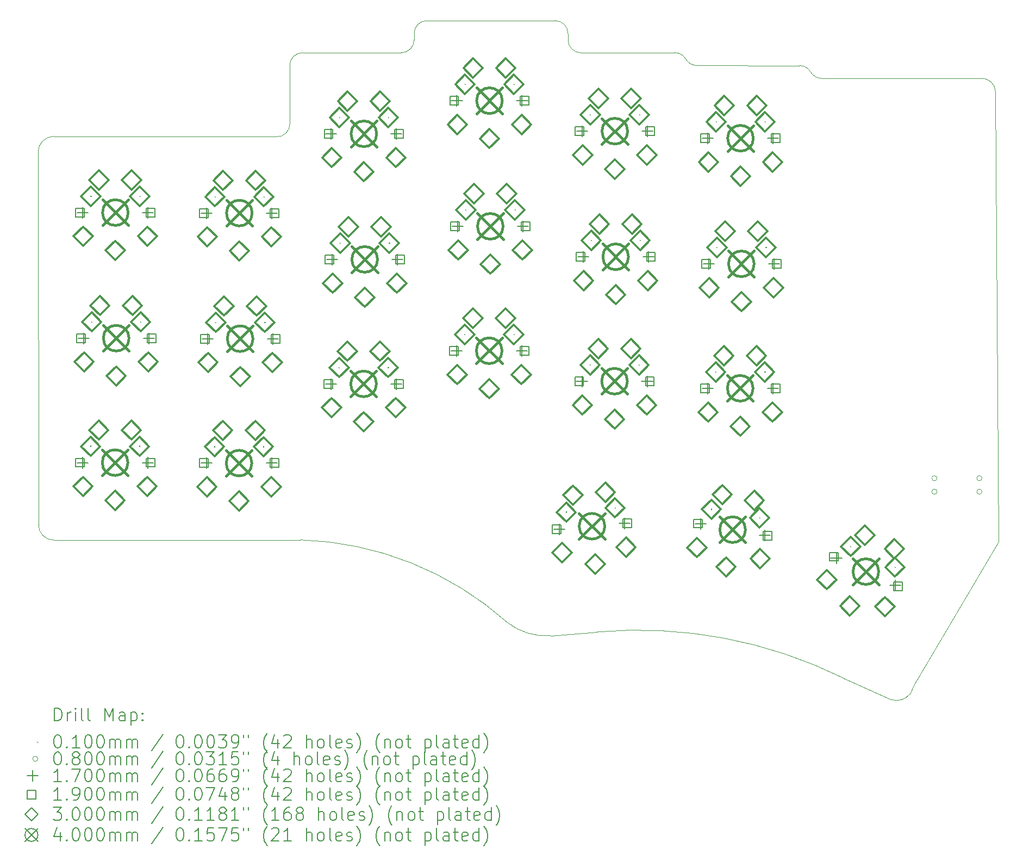
<source format=gbr>
%TF.GenerationSoftware,KiCad,Pcbnew,7.0.6*%
%TF.CreationDate,2023-08-11T19:57:06+07:00*%
%TF.ProjectId,keyboard_pcb,6b657962-6f61-4726-945f-7063622e6b69,rev1.0*%
%TF.SameCoordinates,Original*%
%TF.FileFunction,Drillmap*%
%TF.FilePolarity,Positive*%
%FSLAX45Y45*%
G04 Gerber Fmt 4.5, Leading zero omitted, Abs format (unit mm)*
G04 Created by KiCad (PCBNEW 7.0.6) date 2023-08-11 19:57:06*
%MOMM*%
%LPD*%
G01*
G04 APERTURE LIST*
%ADD10C,0.100000*%
%ADD11C,0.200000*%
%ADD12C,0.010000*%
%ADD13C,0.080000*%
%ADD14C,0.170000*%
%ADD15C,0.190000*%
%ADD16C,0.300000*%
%ADD17C,0.400000*%
G04 APERTURE END LIST*
D10*
X22970273Y-4464836D02*
X23015000Y-11465000D01*
X11976421Y-4049658D02*
X11979140Y-4958579D01*
X16311421Y-3651815D02*
G75*
G03*
X16511421Y-3851815I200000J0D01*
G01*
X13713578Y-3851815D02*
G75*
G03*
X13913578Y-3651815I0J200000D01*
G01*
X8300000Y-11436907D02*
X12140628Y-11433890D01*
X15365475Y-12719216D02*
G75*
G03*
X12140628Y-11433890I-3375475J-3780784D01*
G01*
X23015000Y-11465000D02*
X21700000Y-13700000D01*
X8058132Y-5395000D02*
X8063093Y-11200000D01*
X8300000Y-5153132D02*
X11763579Y-5158579D01*
X11763579Y-5158579D02*
G75*
G03*
X11979140Y-4958579I15000J200000D01*
G01*
X12176421Y-3849658D02*
X13713578Y-3851815D01*
X13913578Y-3551815D02*
X13913578Y-3651815D01*
X14113578Y-3351815D02*
X16111421Y-3351815D01*
X17975000Y-3850000D02*
X16511421Y-3851815D01*
X16311421Y-3551815D02*
X16311421Y-3651815D01*
X18320000Y-4050000D02*
X19920000Y-4051356D01*
X20265000Y-4251356D02*
X22734714Y-4248730D01*
X20603415Y-13586716D02*
X21341862Y-13918861D01*
X15365475Y-12719216D02*
G75*
G03*
X16040475Y-12924216I598528J756983D01*
G01*
X16770475Y-12866716D02*
X16040475Y-12924216D01*
X20603415Y-13586716D02*
G75*
G03*
X16770475Y-12866716I-3200547J-6475820D01*
G01*
X8063093Y-11200000D02*
G75*
G03*
X8300000Y-11436907I236907J0D01*
G01*
X8300000Y-5153132D02*
G75*
G03*
X8058132Y-5395000I0J-241868D01*
G01*
X12176421Y-3849658D02*
G75*
G03*
X11976421Y-4049658I0J-200000D01*
G01*
X14113578Y-3351815D02*
G75*
G03*
X13913578Y-3551815I0J-200000D01*
G01*
X16311421Y-3551815D02*
G75*
G03*
X16111421Y-3351815I-200000J0D01*
G01*
X18145000Y-3950000D02*
G75*
G03*
X17975000Y-3850000I-170000J-94500D01*
G01*
X18145000Y-3950000D02*
G75*
G03*
X18320000Y-4050000I175003J103130D01*
G01*
X20090000Y-4151356D02*
G75*
G03*
X19920000Y-4051356I-170000J-94500D01*
G01*
X20090000Y-4151356D02*
G75*
G03*
X20265000Y-4251356I175003J103130D01*
G01*
X21341862Y-13918861D02*
G75*
G03*
X21640000Y-13830000I88138J248861D01*
G01*
X21700000Y-13700000D02*
X21640000Y-13830000D01*
X22970273Y-4464836D02*
G75*
G03*
X22734714Y-4248730I-216909J0D01*
G01*
D11*
D12*
X8868200Y-9968400D02*
X8878200Y-9978400D01*
X8878200Y-9968400D02*
X8868200Y-9978400D01*
X8872800Y-6076000D02*
X8882800Y-6086000D01*
X8882800Y-6076000D02*
X8872800Y-6086000D01*
X8885600Y-8031400D02*
X8895600Y-8041400D01*
X8895600Y-8031400D02*
X8885600Y-8041400D01*
X9633200Y-9968400D02*
X9643200Y-9978400D01*
X9643200Y-9968400D02*
X9633200Y-9978400D01*
X9637800Y-6076000D02*
X9647800Y-6086000D01*
X9647800Y-6076000D02*
X9637800Y-6086000D01*
X9650600Y-8031400D02*
X9660600Y-8041400D01*
X9660600Y-8031400D02*
X9650600Y-8041400D01*
X10799200Y-9976000D02*
X10809200Y-9986000D01*
X10809200Y-9976000D02*
X10799200Y-9986000D01*
X10803800Y-6083600D02*
X10813800Y-6093600D01*
X10813800Y-6083600D02*
X10803800Y-6093600D01*
X10816600Y-8039000D02*
X10826600Y-8049000D01*
X10826600Y-8039000D02*
X10816600Y-8049000D01*
X11564200Y-9976000D02*
X11574200Y-9986000D01*
X11574200Y-9976000D02*
X11564200Y-9986000D01*
X11568800Y-6083600D02*
X11578800Y-6093600D01*
X11578800Y-6083600D02*
X11568800Y-6093600D01*
X11581600Y-8039000D02*
X11591600Y-8049000D01*
X11591600Y-8039000D02*
X11581600Y-8049000D01*
X12739100Y-8742400D02*
X12749100Y-8752400D01*
X12749100Y-8742400D02*
X12739100Y-8752400D01*
X12743700Y-4850000D02*
X12753700Y-4860000D01*
X12753700Y-4850000D02*
X12743700Y-4860000D01*
X12756500Y-6805400D02*
X12766500Y-6815400D01*
X12766500Y-6805400D02*
X12756500Y-6815400D01*
X13504100Y-8742400D02*
X13514100Y-8752400D01*
X13514100Y-8742400D02*
X13504100Y-8752400D01*
X13508700Y-4850000D02*
X13518700Y-4860000D01*
X13518700Y-4850000D02*
X13508700Y-4860000D01*
X13521500Y-6805400D02*
X13531500Y-6815400D01*
X13531500Y-6805400D02*
X13521500Y-6815400D01*
X14695500Y-8226800D02*
X14705500Y-8236800D01*
X14705500Y-8226800D02*
X14695500Y-8236800D01*
X14700100Y-4334400D02*
X14710100Y-4344400D01*
X14710100Y-4334400D02*
X14700100Y-4344400D01*
X14712900Y-6289800D02*
X14722900Y-6299800D01*
X14722900Y-6289800D02*
X14712900Y-6299800D01*
X15460500Y-8226800D02*
X15470500Y-8236800D01*
X15470500Y-8226800D02*
X15460500Y-8236800D01*
X15465100Y-4334400D02*
X15475100Y-4344400D01*
X15475100Y-4334400D02*
X15465100Y-4344400D01*
X15477900Y-6289800D02*
X15487900Y-6299800D01*
X15487900Y-6289800D02*
X15477900Y-6299800D01*
X16276109Y-10992969D02*
X16286109Y-11002969D01*
X16286109Y-10992969D02*
X16276109Y-11002969D01*
X16647900Y-8701400D02*
X16657900Y-8711400D01*
X16657900Y-8701400D02*
X16647900Y-8711400D01*
X16652500Y-4809000D02*
X16662500Y-4819000D01*
X16662500Y-4809000D02*
X16652500Y-4819000D01*
X16665300Y-6764400D02*
X16675300Y-6774400D01*
X16675300Y-6764400D02*
X16665300Y-6774400D01*
X17038198Y-10926295D02*
X17048198Y-10936295D01*
X17048198Y-10926295D02*
X17038198Y-10936295D01*
X17412900Y-8701400D02*
X17422900Y-8711400D01*
X17422900Y-8701400D02*
X17412900Y-8711400D01*
X17417500Y-4809000D02*
X17427500Y-4819000D01*
X17427500Y-4809000D02*
X17417500Y-4819000D01*
X17430300Y-6764400D02*
X17440300Y-6774400D01*
X17440300Y-6764400D02*
X17430300Y-6774400D01*
X18538112Y-10949499D02*
X18548112Y-10959499D01*
X18548112Y-10949499D02*
X18538112Y-10959499D01*
X18605500Y-8811400D02*
X18615500Y-8821400D01*
X18615500Y-8811400D02*
X18605500Y-8821400D01*
X18610100Y-4919000D02*
X18620100Y-4929000D01*
X18620100Y-4919000D02*
X18610100Y-4929000D01*
X18622900Y-6874400D02*
X18632900Y-6884400D01*
X18632900Y-6874400D02*
X18622900Y-6884400D01*
X19291490Y-11082340D02*
X19301490Y-11092340D01*
X19301490Y-11082340D02*
X19291490Y-11092340D01*
X19370500Y-8811400D02*
X19380500Y-8821400D01*
X19380500Y-8811400D02*
X19370500Y-8821400D01*
X19375100Y-4919000D02*
X19385100Y-4929000D01*
X19385100Y-4919000D02*
X19375100Y-4929000D01*
X19387900Y-6874400D02*
X19397900Y-6884400D01*
X19397900Y-6874400D02*
X19387900Y-6884400D01*
X20707483Y-11527531D02*
X20717483Y-11537531D01*
X20717483Y-11527531D02*
X20707483Y-11537531D01*
X21400808Y-11850834D02*
X21410808Y-11860834D01*
X21410808Y-11850834D02*
X21400808Y-11860834D01*
D13*
X22058000Y-10474400D02*
G75*
G03*
X22058000Y-10474400I-40000J0D01*
G01*
X22058000Y-10684400D02*
G75*
G03*
X22058000Y-10684400I-40000J0D01*
G01*
X22758000Y-10474400D02*
G75*
G03*
X22758000Y-10474400I-40000J0D01*
G01*
X22758000Y-10684400D02*
G75*
G03*
X22758000Y-10684400I-40000J0D01*
G01*
D14*
X8747700Y-10146400D02*
X8747700Y-10316400D01*
X8662700Y-10231400D02*
X8832700Y-10231400D01*
X8752300Y-6254000D02*
X8752300Y-6424000D01*
X8667300Y-6339000D02*
X8837300Y-6339000D01*
X8765100Y-8209400D02*
X8765100Y-8379400D01*
X8680100Y-8294400D02*
X8850100Y-8294400D01*
X9763700Y-10146400D02*
X9763700Y-10316400D01*
X9678700Y-10231400D02*
X9848700Y-10231400D01*
X9768300Y-6254000D02*
X9768300Y-6424000D01*
X9683300Y-6339000D02*
X9853300Y-6339000D01*
X9781100Y-8209400D02*
X9781100Y-8379400D01*
X9696100Y-8294400D02*
X9866100Y-8294400D01*
X10678700Y-10154000D02*
X10678700Y-10324000D01*
X10593700Y-10239000D02*
X10763700Y-10239000D01*
X10683300Y-6261600D02*
X10683300Y-6431600D01*
X10598300Y-6346600D02*
X10768300Y-6346600D01*
X10696100Y-8217000D02*
X10696100Y-8387000D01*
X10611100Y-8302000D02*
X10781100Y-8302000D01*
X11694700Y-10154000D02*
X11694700Y-10324000D01*
X11609700Y-10239000D02*
X11779700Y-10239000D01*
X11699300Y-6261600D02*
X11699300Y-6431600D01*
X11614300Y-6346600D02*
X11784300Y-6346600D01*
X11712100Y-8217000D02*
X11712100Y-8387000D01*
X11627100Y-8302000D02*
X11797100Y-8302000D01*
X12618600Y-8920400D02*
X12618600Y-9090400D01*
X12533600Y-9005400D02*
X12703600Y-9005400D01*
X12623200Y-5028000D02*
X12623200Y-5198000D01*
X12538200Y-5113000D02*
X12708200Y-5113000D01*
X12636000Y-6983400D02*
X12636000Y-7153400D01*
X12551000Y-7068400D02*
X12721000Y-7068400D01*
X13634600Y-8920400D02*
X13634600Y-9090400D01*
X13549600Y-9005400D02*
X13719600Y-9005400D01*
X13639200Y-5028000D02*
X13639200Y-5198000D01*
X13554200Y-5113000D02*
X13724200Y-5113000D01*
X13652000Y-6983400D02*
X13652000Y-7153400D01*
X13567000Y-7068400D02*
X13737000Y-7068400D01*
X14575000Y-8404800D02*
X14575000Y-8574800D01*
X14490000Y-8489800D02*
X14660000Y-8489800D01*
X14579600Y-4512400D02*
X14579600Y-4682400D01*
X14494600Y-4597400D02*
X14664600Y-4597400D01*
X14592400Y-6467800D02*
X14592400Y-6637800D01*
X14507400Y-6552800D02*
X14677400Y-6552800D01*
X15591000Y-8404800D02*
X15591000Y-8574800D01*
X15506000Y-8489800D02*
X15676000Y-8489800D01*
X15595600Y-4512400D02*
X15595600Y-4682400D01*
X15510600Y-4597400D02*
X15680600Y-4597400D01*
X15608400Y-6467800D02*
X15608400Y-6637800D01*
X15523400Y-6552800D02*
X15693400Y-6552800D01*
X16178573Y-11180925D02*
X16178573Y-11350925D01*
X16093573Y-11265925D02*
X16263573Y-11265925D01*
X16527400Y-8879400D02*
X16527400Y-9049400D01*
X16442400Y-8964400D02*
X16612400Y-8964400D01*
X16532000Y-4987000D02*
X16532000Y-5157000D01*
X16447000Y-5072000D02*
X16617000Y-5072000D01*
X16544800Y-6942400D02*
X16544800Y-7112400D01*
X16459800Y-7027400D02*
X16629800Y-7027400D01*
X17190707Y-11092375D02*
X17190707Y-11262375D01*
X17105707Y-11177375D02*
X17275707Y-11177375D01*
X17543400Y-8879400D02*
X17543400Y-9049400D01*
X17458400Y-8964400D02*
X17628400Y-8964400D01*
X17548000Y-4987000D02*
X17548000Y-5157000D01*
X17463000Y-5072000D02*
X17633000Y-5072000D01*
X17560800Y-6942400D02*
X17560800Y-7112400D01*
X17475800Y-7027400D02*
X17645800Y-7027400D01*
X18374718Y-11101787D02*
X18374718Y-11271787D01*
X18289718Y-11186787D02*
X18459718Y-11186787D01*
X18485000Y-8989400D02*
X18485000Y-9159400D01*
X18400000Y-9074400D02*
X18570000Y-9074400D01*
X18489600Y-5097000D02*
X18489600Y-5267000D01*
X18404600Y-5182000D02*
X18574600Y-5182000D01*
X18502400Y-7052400D02*
X18502400Y-7222400D01*
X18417400Y-7137400D02*
X18587400Y-7137400D01*
X19375282Y-11278213D02*
X19375282Y-11448213D01*
X19290282Y-11363213D02*
X19460282Y-11363213D01*
X19501000Y-8989400D02*
X19501000Y-9159400D01*
X19416000Y-9074400D02*
X19586000Y-9074400D01*
X19505600Y-5097000D02*
X19505600Y-5267000D01*
X19420600Y-5182000D02*
X19590600Y-5182000D01*
X19518400Y-7052400D02*
X19518400Y-7222400D01*
X19433400Y-7137400D02*
X19603400Y-7137400D01*
X20489706Y-11628320D02*
X20489706Y-11798320D01*
X20404706Y-11713320D02*
X20574706Y-11713320D01*
X21410514Y-12057700D02*
X21410514Y-12227700D01*
X21325514Y-12142700D02*
X21495514Y-12142700D01*
D15*
X8772876Y-10298576D02*
X8772876Y-10164224D01*
X8638524Y-10164224D01*
X8638524Y-10298576D01*
X8772876Y-10298576D01*
X8777476Y-6406176D02*
X8777476Y-6271824D01*
X8643124Y-6271824D01*
X8643124Y-6406176D01*
X8777476Y-6406176D01*
X8790276Y-8361576D02*
X8790276Y-8227224D01*
X8655924Y-8227224D01*
X8655924Y-8361576D01*
X8790276Y-8361576D01*
X9872876Y-10298576D02*
X9872876Y-10164224D01*
X9738524Y-10164224D01*
X9738524Y-10298576D01*
X9872876Y-10298576D01*
X9877476Y-6406176D02*
X9877476Y-6271824D01*
X9743124Y-6271824D01*
X9743124Y-6406176D01*
X9877476Y-6406176D01*
X9890276Y-8361576D02*
X9890276Y-8227224D01*
X9755924Y-8227224D01*
X9755924Y-8361576D01*
X9890276Y-8361576D01*
X10703876Y-10306176D02*
X10703876Y-10171824D01*
X10569524Y-10171824D01*
X10569524Y-10306176D01*
X10703876Y-10306176D01*
X10708476Y-6413776D02*
X10708476Y-6279424D01*
X10574124Y-6279424D01*
X10574124Y-6413776D01*
X10708476Y-6413776D01*
X10721276Y-8369176D02*
X10721276Y-8234824D01*
X10586924Y-8234824D01*
X10586924Y-8369176D01*
X10721276Y-8369176D01*
X11803876Y-10306176D02*
X11803876Y-10171824D01*
X11669524Y-10171824D01*
X11669524Y-10306176D01*
X11803876Y-10306176D01*
X11808476Y-6413776D02*
X11808476Y-6279424D01*
X11674124Y-6279424D01*
X11674124Y-6413776D01*
X11808476Y-6413776D01*
X11821276Y-8369176D02*
X11821276Y-8234824D01*
X11686924Y-8234824D01*
X11686924Y-8369176D01*
X11821276Y-8369176D01*
X12643776Y-9072576D02*
X12643776Y-8938224D01*
X12509424Y-8938224D01*
X12509424Y-9072576D01*
X12643776Y-9072576D01*
X12648376Y-5180176D02*
X12648376Y-5045824D01*
X12514024Y-5045824D01*
X12514024Y-5180176D01*
X12648376Y-5180176D01*
X12661176Y-7135576D02*
X12661176Y-7001224D01*
X12526824Y-7001224D01*
X12526824Y-7135576D01*
X12661176Y-7135576D01*
X13743776Y-9072576D02*
X13743776Y-8938224D01*
X13609424Y-8938224D01*
X13609424Y-9072576D01*
X13743776Y-9072576D01*
X13748376Y-5180176D02*
X13748376Y-5045824D01*
X13614024Y-5045824D01*
X13614024Y-5180176D01*
X13748376Y-5180176D01*
X13761176Y-7135576D02*
X13761176Y-7001224D01*
X13626824Y-7001224D01*
X13626824Y-7135576D01*
X13761176Y-7135576D01*
X14600176Y-8556976D02*
X14600176Y-8422624D01*
X14465824Y-8422624D01*
X14465824Y-8556976D01*
X14600176Y-8556976D01*
X14604776Y-4664576D02*
X14604776Y-4530224D01*
X14470424Y-4530224D01*
X14470424Y-4664576D01*
X14604776Y-4664576D01*
X14617576Y-6619976D02*
X14617576Y-6485624D01*
X14483224Y-6485624D01*
X14483224Y-6619976D01*
X14617576Y-6619976D01*
X15700176Y-8556976D02*
X15700176Y-8422624D01*
X15565824Y-8422624D01*
X15565824Y-8556976D01*
X15700176Y-8556976D01*
X15704776Y-4664576D02*
X15704776Y-4530224D01*
X15570424Y-4530224D01*
X15570424Y-4664576D01*
X15704776Y-4664576D01*
X15717576Y-6619976D02*
X15717576Y-6485624D01*
X15583224Y-6485624D01*
X15583224Y-6619976D01*
X15717576Y-6619976D01*
X16203909Y-11336761D02*
X16203909Y-11202410D01*
X16069557Y-11202410D01*
X16069557Y-11336761D01*
X16203909Y-11336761D01*
X16552576Y-9031576D02*
X16552576Y-8897224D01*
X16418224Y-8897224D01*
X16418224Y-9031576D01*
X16552576Y-9031576D01*
X16557176Y-5139176D02*
X16557176Y-5004824D01*
X16422824Y-5004824D01*
X16422824Y-5139176D01*
X16557176Y-5139176D01*
X16569976Y-7094576D02*
X16569976Y-6960224D01*
X16435624Y-6960224D01*
X16435624Y-7094576D01*
X16569976Y-7094576D01*
X17299723Y-11240890D02*
X17299723Y-11106539D01*
X17165371Y-11106539D01*
X17165371Y-11240890D01*
X17299723Y-11240890D01*
X17652576Y-9031576D02*
X17652576Y-8897224D01*
X17518224Y-8897224D01*
X17518224Y-9031576D01*
X17652576Y-9031576D01*
X17657176Y-5139176D02*
X17657176Y-5004824D01*
X17522824Y-5004824D01*
X17522824Y-5139176D01*
X17657176Y-5139176D01*
X17669976Y-7094576D02*
X17669976Y-6960224D01*
X17535624Y-6960224D01*
X17535624Y-7094576D01*
X17669976Y-7094576D01*
X18400532Y-11246669D02*
X18400532Y-11112318D01*
X18266180Y-11112318D01*
X18266180Y-11246669D01*
X18400532Y-11246669D01*
X18510176Y-9141576D02*
X18510176Y-9007224D01*
X18375824Y-9007224D01*
X18375824Y-9141576D01*
X18510176Y-9141576D01*
X18514776Y-5249176D02*
X18514776Y-5114824D01*
X18380424Y-5114824D01*
X18380424Y-5249176D01*
X18514776Y-5249176D01*
X18527576Y-7204576D02*
X18527576Y-7070224D01*
X18393224Y-7070224D01*
X18393224Y-7204576D01*
X18527576Y-7204576D01*
X19483820Y-11437682D02*
X19483820Y-11303331D01*
X19349469Y-11303331D01*
X19349469Y-11437682D01*
X19483820Y-11437682D01*
X19610176Y-9141576D02*
X19610176Y-9007224D01*
X19475824Y-9007224D01*
X19475824Y-9141576D01*
X19610176Y-9141576D01*
X19614776Y-5249176D02*
X19614776Y-5114824D01*
X19480424Y-5114824D01*
X19480424Y-5249176D01*
X19614776Y-5249176D01*
X19627576Y-7204576D02*
X19627576Y-7070224D01*
X19493224Y-7070224D01*
X19493224Y-7204576D01*
X19627576Y-7204576D01*
X20518817Y-11762746D02*
X20518817Y-11628394D01*
X20384465Y-11628394D01*
X20384465Y-11762746D01*
X20518817Y-11762746D01*
X21515755Y-12227626D02*
X21515755Y-12093274D01*
X21381404Y-12093274D01*
X21381404Y-12227626D01*
X21515755Y-12227626D01*
D16*
X8755700Y-10751400D02*
X8905700Y-10601400D01*
X8755700Y-10451400D01*
X8605700Y-10601400D01*
X8755700Y-10751400D01*
X8760300Y-6859000D02*
X8910300Y-6709000D01*
X8760300Y-6559000D01*
X8610300Y-6709000D01*
X8760300Y-6859000D01*
X8773100Y-8814400D02*
X8923100Y-8664400D01*
X8773100Y-8514400D01*
X8623100Y-8664400D01*
X8773100Y-8814400D01*
X8874700Y-10127400D02*
X9024700Y-9977400D01*
X8874700Y-9827400D01*
X8724700Y-9977400D01*
X8874700Y-10127400D01*
X8879300Y-6235000D02*
X9029300Y-6085000D01*
X8879300Y-5935000D01*
X8729300Y-6085000D01*
X8879300Y-6235000D01*
X8892100Y-8190400D02*
X9042100Y-8040400D01*
X8892100Y-7890400D01*
X8742100Y-8040400D01*
X8892100Y-8190400D01*
X9001700Y-9873400D02*
X9151700Y-9723400D01*
X9001700Y-9573400D01*
X8851700Y-9723400D01*
X9001700Y-9873400D01*
X9006300Y-5981000D02*
X9156300Y-5831000D01*
X9006300Y-5681000D01*
X8856300Y-5831000D01*
X9006300Y-5981000D01*
X9019100Y-7936400D02*
X9169100Y-7786400D01*
X9019100Y-7636400D01*
X8869100Y-7786400D01*
X9019100Y-7936400D01*
X9255700Y-10971400D02*
X9405700Y-10821400D01*
X9255700Y-10671400D01*
X9105700Y-10821400D01*
X9255700Y-10971400D01*
X9260300Y-7079000D02*
X9410300Y-6929000D01*
X9260300Y-6779000D01*
X9110300Y-6929000D01*
X9260300Y-7079000D01*
X9273100Y-9034400D02*
X9423100Y-8884400D01*
X9273100Y-8734400D01*
X9123100Y-8884400D01*
X9273100Y-9034400D01*
X9509700Y-9873400D02*
X9659700Y-9723400D01*
X9509700Y-9573400D01*
X9359700Y-9723400D01*
X9509700Y-9873400D01*
X9514300Y-5981000D02*
X9664300Y-5831000D01*
X9514300Y-5681000D01*
X9364300Y-5831000D01*
X9514300Y-5981000D01*
X9527100Y-7936400D02*
X9677100Y-7786400D01*
X9527100Y-7636400D01*
X9377100Y-7786400D01*
X9527100Y-7936400D01*
X9636700Y-10127400D02*
X9786700Y-9977400D01*
X9636700Y-9827400D01*
X9486700Y-9977400D01*
X9636700Y-10127400D01*
X9636700Y-10127400D02*
X9786700Y-9977400D01*
X9636700Y-9827400D01*
X9486700Y-9977400D01*
X9636700Y-10127400D01*
X9641300Y-6235000D02*
X9791300Y-6085000D01*
X9641300Y-5935000D01*
X9491300Y-6085000D01*
X9641300Y-6235000D01*
X9641300Y-6235000D02*
X9791300Y-6085000D01*
X9641300Y-5935000D01*
X9491300Y-6085000D01*
X9641300Y-6235000D01*
X9654100Y-8190400D02*
X9804100Y-8040400D01*
X9654100Y-7890400D01*
X9504100Y-8040400D01*
X9654100Y-8190400D01*
X9654100Y-8190400D02*
X9804100Y-8040400D01*
X9654100Y-7890400D01*
X9504100Y-8040400D01*
X9654100Y-8190400D01*
X9755700Y-10751400D02*
X9905700Y-10601400D01*
X9755700Y-10451400D01*
X9605700Y-10601400D01*
X9755700Y-10751400D01*
X9760300Y-6859000D02*
X9910300Y-6709000D01*
X9760300Y-6559000D01*
X9610300Y-6709000D01*
X9760300Y-6859000D01*
X9773100Y-8814400D02*
X9923100Y-8664400D01*
X9773100Y-8514400D01*
X9623100Y-8664400D01*
X9773100Y-8814400D01*
X10686700Y-10759000D02*
X10836700Y-10609000D01*
X10686700Y-10459000D01*
X10536700Y-10609000D01*
X10686700Y-10759000D01*
X10691300Y-6866600D02*
X10841300Y-6716600D01*
X10691300Y-6566600D01*
X10541300Y-6716600D01*
X10691300Y-6866600D01*
X10704100Y-8822000D02*
X10854100Y-8672000D01*
X10704100Y-8522000D01*
X10554100Y-8672000D01*
X10704100Y-8822000D01*
X10805700Y-10135000D02*
X10955700Y-9985000D01*
X10805700Y-9835000D01*
X10655700Y-9985000D01*
X10805700Y-10135000D01*
X10810300Y-6242600D02*
X10960300Y-6092600D01*
X10810300Y-5942600D01*
X10660300Y-6092600D01*
X10810300Y-6242600D01*
X10823100Y-8198000D02*
X10973100Y-8048000D01*
X10823100Y-7898000D01*
X10673100Y-8048000D01*
X10823100Y-8198000D01*
X10932700Y-9881000D02*
X11082700Y-9731000D01*
X10932700Y-9581000D01*
X10782700Y-9731000D01*
X10932700Y-9881000D01*
X10937300Y-5988600D02*
X11087300Y-5838600D01*
X10937300Y-5688600D01*
X10787300Y-5838600D01*
X10937300Y-5988600D01*
X10950100Y-7944000D02*
X11100100Y-7794000D01*
X10950100Y-7644000D01*
X10800100Y-7794000D01*
X10950100Y-7944000D01*
X11186700Y-10979000D02*
X11336700Y-10829000D01*
X11186700Y-10679000D01*
X11036700Y-10829000D01*
X11186700Y-10979000D01*
X11191300Y-7086600D02*
X11341300Y-6936600D01*
X11191300Y-6786600D01*
X11041300Y-6936600D01*
X11191300Y-7086600D01*
X11204100Y-9042000D02*
X11354100Y-8892000D01*
X11204100Y-8742000D01*
X11054100Y-8892000D01*
X11204100Y-9042000D01*
X11440700Y-9881000D02*
X11590700Y-9731000D01*
X11440700Y-9581000D01*
X11290700Y-9731000D01*
X11440700Y-9881000D01*
X11445300Y-5988600D02*
X11595300Y-5838600D01*
X11445300Y-5688600D01*
X11295300Y-5838600D01*
X11445300Y-5988600D01*
X11458100Y-7944000D02*
X11608100Y-7794000D01*
X11458100Y-7644000D01*
X11308100Y-7794000D01*
X11458100Y-7944000D01*
X11567700Y-10135000D02*
X11717700Y-9985000D01*
X11567700Y-9835000D01*
X11417700Y-9985000D01*
X11567700Y-10135000D01*
X11567700Y-10135000D02*
X11717700Y-9985000D01*
X11567700Y-9835000D01*
X11417700Y-9985000D01*
X11567700Y-10135000D01*
X11572300Y-6242600D02*
X11722300Y-6092600D01*
X11572300Y-5942600D01*
X11422300Y-6092600D01*
X11572300Y-6242600D01*
X11572300Y-6242600D02*
X11722300Y-6092600D01*
X11572300Y-5942600D01*
X11422300Y-6092600D01*
X11572300Y-6242600D01*
X11585100Y-8198000D02*
X11735100Y-8048000D01*
X11585100Y-7898000D01*
X11435100Y-8048000D01*
X11585100Y-8198000D01*
X11585100Y-8198000D02*
X11735100Y-8048000D01*
X11585100Y-7898000D01*
X11435100Y-8048000D01*
X11585100Y-8198000D01*
X11686700Y-10759000D02*
X11836700Y-10609000D01*
X11686700Y-10459000D01*
X11536700Y-10609000D01*
X11686700Y-10759000D01*
X11691300Y-6866600D02*
X11841300Y-6716600D01*
X11691300Y-6566600D01*
X11541300Y-6716600D01*
X11691300Y-6866600D01*
X11704100Y-8822000D02*
X11854100Y-8672000D01*
X11704100Y-8522000D01*
X11554100Y-8672000D01*
X11704100Y-8822000D01*
X12626600Y-9525400D02*
X12776600Y-9375400D01*
X12626600Y-9225400D01*
X12476600Y-9375400D01*
X12626600Y-9525400D01*
X12631200Y-5633000D02*
X12781200Y-5483000D01*
X12631200Y-5333000D01*
X12481200Y-5483000D01*
X12631200Y-5633000D01*
X12644000Y-7588400D02*
X12794000Y-7438400D01*
X12644000Y-7288400D01*
X12494000Y-7438400D01*
X12644000Y-7588400D01*
X12745600Y-8901400D02*
X12895600Y-8751400D01*
X12745600Y-8601400D01*
X12595600Y-8751400D01*
X12745600Y-8901400D01*
X12750200Y-5009000D02*
X12900200Y-4859000D01*
X12750200Y-4709000D01*
X12600200Y-4859000D01*
X12750200Y-5009000D01*
X12763000Y-6964400D02*
X12913000Y-6814400D01*
X12763000Y-6664400D01*
X12613000Y-6814400D01*
X12763000Y-6964400D01*
X12872600Y-8647400D02*
X13022600Y-8497400D01*
X12872600Y-8347400D01*
X12722600Y-8497400D01*
X12872600Y-8647400D01*
X12877200Y-4755000D02*
X13027200Y-4605000D01*
X12877200Y-4455000D01*
X12727200Y-4605000D01*
X12877200Y-4755000D01*
X12890000Y-6710400D02*
X13040000Y-6560400D01*
X12890000Y-6410400D01*
X12740000Y-6560400D01*
X12890000Y-6710400D01*
X13126600Y-9745400D02*
X13276600Y-9595400D01*
X13126600Y-9445400D01*
X12976600Y-9595400D01*
X13126600Y-9745400D01*
X13131200Y-5853000D02*
X13281200Y-5703000D01*
X13131200Y-5553000D01*
X12981200Y-5703000D01*
X13131200Y-5853000D01*
X13144000Y-7808400D02*
X13294000Y-7658400D01*
X13144000Y-7508400D01*
X12994000Y-7658400D01*
X13144000Y-7808400D01*
X13380600Y-8647400D02*
X13530600Y-8497400D01*
X13380600Y-8347400D01*
X13230600Y-8497400D01*
X13380600Y-8647400D01*
X13385200Y-4755000D02*
X13535200Y-4605000D01*
X13385200Y-4455000D01*
X13235200Y-4605000D01*
X13385200Y-4755000D01*
X13398000Y-6710400D02*
X13548000Y-6560400D01*
X13398000Y-6410400D01*
X13248000Y-6560400D01*
X13398000Y-6710400D01*
X13507600Y-8901400D02*
X13657600Y-8751400D01*
X13507600Y-8601400D01*
X13357600Y-8751400D01*
X13507600Y-8901400D01*
X13507600Y-8901400D02*
X13657600Y-8751400D01*
X13507600Y-8601400D01*
X13357600Y-8751400D01*
X13507600Y-8901400D01*
X13512200Y-5009000D02*
X13662200Y-4859000D01*
X13512200Y-4709000D01*
X13362200Y-4859000D01*
X13512200Y-5009000D01*
X13512200Y-5009000D02*
X13662200Y-4859000D01*
X13512200Y-4709000D01*
X13362200Y-4859000D01*
X13512200Y-5009000D01*
X13525000Y-6964400D02*
X13675000Y-6814400D01*
X13525000Y-6664400D01*
X13375000Y-6814400D01*
X13525000Y-6964400D01*
X13525000Y-6964400D02*
X13675000Y-6814400D01*
X13525000Y-6664400D01*
X13375000Y-6814400D01*
X13525000Y-6964400D01*
X13626600Y-9525400D02*
X13776600Y-9375400D01*
X13626600Y-9225400D01*
X13476600Y-9375400D01*
X13626600Y-9525400D01*
X13631200Y-5633000D02*
X13781200Y-5483000D01*
X13631200Y-5333000D01*
X13481200Y-5483000D01*
X13631200Y-5633000D01*
X13644000Y-7588400D02*
X13794000Y-7438400D01*
X13644000Y-7288400D01*
X13494000Y-7438400D01*
X13644000Y-7588400D01*
X14583000Y-9009800D02*
X14733000Y-8859800D01*
X14583000Y-8709800D01*
X14433000Y-8859800D01*
X14583000Y-9009800D01*
X14587600Y-5117400D02*
X14737600Y-4967400D01*
X14587600Y-4817400D01*
X14437600Y-4967400D01*
X14587600Y-5117400D01*
X14600400Y-7072800D02*
X14750400Y-6922800D01*
X14600400Y-6772800D01*
X14450400Y-6922800D01*
X14600400Y-7072800D01*
X14702000Y-8385800D02*
X14852000Y-8235800D01*
X14702000Y-8085800D01*
X14552000Y-8235800D01*
X14702000Y-8385800D01*
X14706600Y-4493400D02*
X14856600Y-4343400D01*
X14706600Y-4193400D01*
X14556600Y-4343400D01*
X14706600Y-4493400D01*
X14719400Y-6448800D02*
X14869400Y-6298800D01*
X14719400Y-6148800D01*
X14569400Y-6298800D01*
X14719400Y-6448800D01*
X14829000Y-8131800D02*
X14979000Y-7981800D01*
X14829000Y-7831800D01*
X14679000Y-7981800D01*
X14829000Y-8131800D01*
X14833600Y-4239400D02*
X14983600Y-4089400D01*
X14833600Y-3939400D01*
X14683600Y-4089400D01*
X14833600Y-4239400D01*
X14846400Y-6194800D02*
X14996400Y-6044800D01*
X14846400Y-5894800D01*
X14696400Y-6044800D01*
X14846400Y-6194800D01*
X15083000Y-9229800D02*
X15233000Y-9079800D01*
X15083000Y-8929800D01*
X14933000Y-9079800D01*
X15083000Y-9229800D01*
X15087600Y-5337400D02*
X15237600Y-5187400D01*
X15087600Y-5037400D01*
X14937600Y-5187400D01*
X15087600Y-5337400D01*
X15100400Y-7292800D02*
X15250400Y-7142800D01*
X15100400Y-6992800D01*
X14950400Y-7142800D01*
X15100400Y-7292800D01*
X15337000Y-8131800D02*
X15487000Y-7981800D01*
X15337000Y-7831800D01*
X15187000Y-7981800D01*
X15337000Y-8131800D01*
X15341600Y-4239400D02*
X15491600Y-4089400D01*
X15341600Y-3939400D01*
X15191600Y-4089400D01*
X15341600Y-4239400D01*
X15354400Y-6194800D02*
X15504400Y-6044800D01*
X15354400Y-5894800D01*
X15204400Y-6044800D01*
X15354400Y-6194800D01*
X15464000Y-8385800D02*
X15614000Y-8235800D01*
X15464000Y-8085800D01*
X15314000Y-8235800D01*
X15464000Y-8385800D01*
X15464000Y-8385800D02*
X15614000Y-8235800D01*
X15464000Y-8085800D01*
X15314000Y-8235800D01*
X15464000Y-8385800D01*
X15468600Y-4493400D02*
X15618600Y-4343400D01*
X15468600Y-4193400D01*
X15318600Y-4343400D01*
X15468600Y-4493400D01*
X15468600Y-4493400D02*
X15618600Y-4343400D01*
X15468600Y-4193400D01*
X15318600Y-4343400D01*
X15468600Y-4493400D01*
X15481400Y-6448800D02*
X15631400Y-6298800D01*
X15481400Y-6148800D01*
X15331400Y-6298800D01*
X15481400Y-6448800D01*
X15481400Y-6448800D02*
X15631400Y-6298800D01*
X15481400Y-6148800D01*
X15331400Y-6298800D01*
X15481400Y-6448800D01*
X15583000Y-9009800D02*
X15733000Y-8859800D01*
X15583000Y-8709800D01*
X15433000Y-8859800D01*
X15583000Y-9009800D01*
X15587600Y-5117400D02*
X15737600Y-4967400D01*
X15587600Y-4817400D01*
X15437600Y-4967400D01*
X15587600Y-5117400D01*
X15600400Y-7072800D02*
X15750400Y-6922800D01*
X15600400Y-6772800D01*
X15450400Y-6922800D01*
X15600400Y-7072800D01*
X16218790Y-11783820D02*
X16368790Y-11633820D01*
X16218790Y-11483820D01*
X16068790Y-11633820D01*
X16218790Y-11783820D01*
X16282952Y-11151823D02*
X16432952Y-11001823D01*
X16282952Y-10851823D01*
X16132952Y-11001823D01*
X16282952Y-11151823D01*
X16387331Y-10887721D02*
X16537331Y-10737721D01*
X16387331Y-10587721D01*
X16237331Y-10737721D01*
X16387331Y-10887721D01*
X16535400Y-9484400D02*
X16685400Y-9334400D01*
X16535400Y-9184400D01*
X16385400Y-9334400D01*
X16535400Y-9484400D01*
X16540000Y-5592000D02*
X16690000Y-5442000D01*
X16540000Y-5292000D01*
X16390000Y-5442000D01*
X16540000Y-5592000D01*
X16552800Y-7547400D02*
X16702800Y-7397400D01*
X16552800Y-7247400D01*
X16402800Y-7397400D01*
X16552800Y-7547400D01*
X16654400Y-8860400D02*
X16804400Y-8710400D01*
X16654400Y-8560400D01*
X16504400Y-8710400D01*
X16654400Y-8860400D01*
X16659000Y-4968000D02*
X16809000Y-4818000D01*
X16659000Y-4668000D01*
X16509000Y-4818000D01*
X16659000Y-4968000D01*
X16671800Y-6923400D02*
X16821800Y-6773400D01*
X16671800Y-6623400D01*
X16521800Y-6773400D01*
X16671800Y-6923400D01*
X16736062Y-11959405D02*
X16886062Y-11809405D01*
X16736062Y-11659405D01*
X16586062Y-11809405D01*
X16736062Y-11959405D01*
X16781400Y-8606400D02*
X16931400Y-8456400D01*
X16781400Y-8306400D01*
X16631400Y-8456400D01*
X16781400Y-8606400D01*
X16786000Y-4714000D02*
X16936000Y-4564000D01*
X16786000Y-4414000D01*
X16636000Y-4564000D01*
X16786000Y-4714000D01*
X16798800Y-6669400D02*
X16948800Y-6519400D01*
X16798800Y-6369400D01*
X16648800Y-6519400D01*
X16798800Y-6669400D01*
X16893398Y-10843446D02*
X17043398Y-10693446D01*
X16893398Y-10543446D01*
X16743398Y-10693446D01*
X16893398Y-10843446D01*
X17035400Y-9704400D02*
X17185400Y-9554400D01*
X17035400Y-9404400D01*
X16885400Y-9554400D01*
X17035400Y-9704400D01*
X17040000Y-5812000D02*
X17190000Y-5662000D01*
X17040000Y-5512000D01*
X16890000Y-5662000D01*
X17040000Y-5812000D01*
X17042053Y-11085410D02*
X17192053Y-10935410D01*
X17042053Y-10785410D01*
X16892053Y-10935410D01*
X17042053Y-11085410D01*
X17042053Y-11085410D02*
X17192053Y-10935410D01*
X17042053Y-10785410D01*
X16892053Y-10935410D01*
X17042053Y-11085410D01*
X17052800Y-7767400D02*
X17202800Y-7617400D01*
X17052800Y-7467400D01*
X16902800Y-7617400D01*
X17052800Y-7767400D01*
X17214985Y-11696664D02*
X17364985Y-11546664D01*
X17214985Y-11396664D01*
X17064985Y-11546664D01*
X17214985Y-11696664D01*
X17289400Y-8606400D02*
X17439400Y-8456400D01*
X17289400Y-8306400D01*
X17139400Y-8456400D01*
X17289400Y-8606400D01*
X17294000Y-4714000D02*
X17444000Y-4564000D01*
X17294000Y-4414000D01*
X17144000Y-4564000D01*
X17294000Y-4714000D01*
X17306800Y-6669400D02*
X17456800Y-6519400D01*
X17306800Y-6369400D01*
X17156800Y-6519400D01*
X17306800Y-6669400D01*
X17416400Y-8860400D02*
X17566400Y-8710400D01*
X17416400Y-8560400D01*
X17266400Y-8710400D01*
X17416400Y-8860400D01*
X17416400Y-8860400D02*
X17566400Y-8710400D01*
X17416400Y-8560400D01*
X17266400Y-8710400D01*
X17416400Y-8860400D01*
X17421000Y-4968000D02*
X17571000Y-4818000D01*
X17421000Y-4668000D01*
X17271000Y-4818000D01*
X17421000Y-4968000D01*
X17421000Y-4968000D02*
X17571000Y-4818000D01*
X17421000Y-4668000D01*
X17271000Y-4818000D01*
X17421000Y-4968000D01*
X17433800Y-6923400D02*
X17583800Y-6773400D01*
X17433800Y-6623400D01*
X17283800Y-6773400D01*
X17433800Y-6923400D01*
X17433800Y-6923400D02*
X17583800Y-6773400D01*
X17433800Y-6623400D01*
X17283800Y-6773400D01*
X17433800Y-6923400D01*
X17535400Y-9484400D02*
X17685400Y-9334400D01*
X17535400Y-9184400D01*
X17385400Y-9334400D01*
X17535400Y-9484400D01*
X17540000Y-5592000D02*
X17690000Y-5442000D01*
X17540000Y-5292000D01*
X17390000Y-5442000D01*
X17540000Y-5592000D01*
X17552800Y-7547400D02*
X17702800Y-7397400D01*
X17552800Y-7247400D01*
X17402800Y-7397400D01*
X17552800Y-7547400D01*
X18318346Y-11702555D02*
X18468346Y-11552555D01*
X18318346Y-11402555D01*
X18168346Y-11552555D01*
X18318346Y-11702555D01*
X18493000Y-9594400D02*
X18643000Y-9444400D01*
X18493000Y-9294400D01*
X18343000Y-9444400D01*
X18493000Y-9594400D01*
X18497600Y-5702000D02*
X18647600Y-5552000D01*
X18497600Y-5402000D01*
X18347600Y-5552000D01*
X18497600Y-5702000D01*
X18510400Y-7657400D02*
X18660400Y-7507400D01*
X18510400Y-7357400D01*
X18360400Y-7507400D01*
X18510400Y-7657400D01*
X18543895Y-11108699D02*
X18693895Y-10958699D01*
X18543895Y-10808699D01*
X18393895Y-10958699D01*
X18543895Y-11108699D01*
X18612000Y-8970400D02*
X18762000Y-8820400D01*
X18612000Y-8670400D01*
X18462000Y-8820400D01*
X18612000Y-8970400D01*
X18616600Y-5078000D02*
X18766600Y-4928000D01*
X18616600Y-4778000D01*
X18466600Y-4928000D01*
X18616600Y-5078000D01*
X18629400Y-7033400D02*
X18779400Y-6883400D01*
X18629400Y-6733400D01*
X18479400Y-6883400D01*
X18629400Y-7033400D01*
X18713072Y-10880611D02*
X18863072Y-10730611D01*
X18713072Y-10580611D01*
X18563072Y-10730611D01*
X18713072Y-10880611D01*
X18739000Y-8716400D02*
X18889000Y-8566400D01*
X18739000Y-8416400D01*
X18589000Y-8566400D01*
X18739000Y-8716400D01*
X18743600Y-4824000D02*
X18893600Y-4674000D01*
X18743600Y-4524000D01*
X18593600Y-4674000D01*
X18743600Y-4824000D01*
X18756400Y-6779400D02*
X18906400Y-6629400D01*
X18756400Y-6479400D01*
X18606400Y-6629400D01*
X18756400Y-6779400D01*
X18772548Y-12006037D02*
X18922548Y-11856037D01*
X18772548Y-11706037D01*
X18622548Y-11856037D01*
X18772548Y-12006037D01*
X18993000Y-9814400D02*
X19143000Y-9664400D01*
X18993000Y-9514400D01*
X18843000Y-9664400D01*
X18993000Y-9814400D01*
X18997600Y-5922000D02*
X19147600Y-5772000D01*
X18997600Y-5622000D01*
X18847600Y-5772000D01*
X18997600Y-5922000D01*
X19010400Y-7877400D02*
X19160400Y-7727400D01*
X19010400Y-7577400D01*
X18860400Y-7727400D01*
X19010400Y-7877400D01*
X19213354Y-10968824D02*
X19363354Y-10818824D01*
X19213354Y-10668824D01*
X19063354Y-10818824D01*
X19213354Y-10968824D01*
X19247000Y-8716400D02*
X19397000Y-8566400D01*
X19247000Y-8416400D01*
X19097000Y-8566400D01*
X19247000Y-8716400D01*
X19251600Y-4824000D02*
X19401600Y-4674000D01*
X19251600Y-4524000D01*
X19101600Y-4674000D01*
X19251600Y-4824000D01*
X19264400Y-6779400D02*
X19414400Y-6629400D01*
X19264400Y-6479400D01*
X19114400Y-6629400D01*
X19264400Y-6779400D01*
X19294318Y-11241019D02*
X19444318Y-11091019D01*
X19294318Y-10941019D01*
X19144318Y-11091019D01*
X19294318Y-11241019D01*
X19294318Y-11241019D02*
X19444318Y-11091019D01*
X19294318Y-10941019D01*
X19144318Y-11091019D01*
X19294318Y-11241019D01*
X19303154Y-11876203D02*
X19453154Y-11726203D01*
X19303154Y-11576203D01*
X19153154Y-11726203D01*
X19303154Y-11876203D01*
X19374000Y-8970400D02*
X19524000Y-8820400D01*
X19374000Y-8670400D01*
X19224000Y-8820400D01*
X19374000Y-8970400D01*
X19374000Y-8970400D02*
X19524000Y-8820400D01*
X19374000Y-8670400D01*
X19224000Y-8820400D01*
X19374000Y-8970400D01*
X19378600Y-5078000D02*
X19528600Y-4928000D01*
X19378600Y-4778000D01*
X19228600Y-4928000D01*
X19378600Y-5078000D01*
X19378600Y-5078000D02*
X19528600Y-4928000D01*
X19378600Y-4778000D01*
X19228600Y-4928000D01*
X19378600Y-5078000D01*
X19391400Y-7033400D02*
X19541400Y-6883400D01*
X19391400Y-6733400D01*
X19241400Y-6883400D01*
X19391400Y-7033400D01*
X19391400Y-7033400D02*
X19541400Y-6883400D01*
X19391400Y-6733400D01*
X19241400Y-6883400D01*
X19391400Y-7033400D01*
X19493000Y-9594400D02*
X19643000Y-9444400D01*
X19493000Y-9294400D01*
X19343000Y-9444400D01*
X19493000Y-9594400D01*
X19497600Y-5702000D02*
X19647600Y-5552000D01*
X19497600Y-5402000D01*
X19347600Y-5552000D01*
X19497600Y-5702000D01*
X19510400Y-7657400D02*
X19660400Y-7507400D01*
X19510400Y-7357400D01*
X19360400Y-7507400D01*
X19510400Y-7657400D01*
X20340587Y-12202035D02*
X20490587Y-12052035D01*
X20340587Y-11902035D01*
X20190587Y-12052035D01*
X20340587Y-12202035D01*
X20700765Y-12612732D02*
X20850765Y-12462732D01*
X20700765Y-12312732D01*
X20550765Y-12462732D01*
X20700765Y-12612732D01*
X20712152Y-11686790D02*
X20862152Y-11536790D01*
X20712152Y-11386790D01*
X20562152Y-11536790D01*
X20712152Y-11686790D01*
X20934598Y-11510261D02*
X21084598Y-11360261D01*
X20934598Y-11210261D01*
X20784598Y-11360261D01*
X20934598Y-11510261D01*
X21246895Y-12624653D02*
X21396895Y-12474653D01*
X21246895Y-12324653D01*
X21096895Y-12474653D01*
X21246895Y-12624653D01*
X21395002Y-11724951D02*
X21545002Y-11574951D01*
X21395002Y-11424951D01*
X21245002Y-11574951D01*
X21395002Y-11724951D01*
X21402758Y-12008825D02*
X21552758Y-11858825D01*
X21402758Y-11708825D01*
X21252758Y-11858825D01*
X21402758Y-12008825D01*
X21402758Y-12008825D02*
X21552758Y-11858825D01*
X21402758Y-11708825D01*
X21252758Y-11858825D01*
X21402758Y-12008825D01*
D17*
X9055700Y-10031400D02*
X9455700Y-10431400D01*
X9455700Y-10031400D02*
X9055700Y-10431400D01*
X9455700Y-10231400D02*
G75*
G03*
X9455700Y-10231400I-200000J0D01*
G01*
X9060300Y-6139000D02*
X9460300Y-6539000D01*
X9460300Y-6139000D02*
X9060300Y-6539000D01*
X9460300Y-6339000D02*
G75*
G03*
X9460300Y-6339000I-200000J0D01*
G01*
X9073100Y-8094400D02*
X9473100Y-8494400D01*
X9473100Y-8094400D02*
X9073100Y-8494400D01*
X9473100Y-8294400D02*
G75*
G03*
X9473100Y-8294400I-200000J0D01*
G01*
X10986700Y-10039000D02*
X11386700Y-10439000D01*
X11386700Y-10039000D02*
X10986700Y-10439000D01*
X11386700Y-10239000D02*
G75*
G03*
X11386700Y-10239000I-200000J0D01*
G01*
X10991300Y-6146600D02*
X11391300Y-6546600D01*
X11391300Y-6146600D02*
X10991300Y-6546600D01*
X11391300Y-6346600D02*
G75*
G03*
X11391300Y-6346600I-200000J0D01*
G01*
X11004100Y-8102000D02*
X11404100Y-8502000D01*
X11404100Y-8102000D02*
X11004100Y-8502000D01*
X11404100Y-8302000D02*
G75*
G03*
X11404100Y-8302000I-200000J0D01*
G01*
X12926600Y-8805400D02*
X13326600Y-9205400D01*
X13326600Y-8805400D02*
X12926600Y-9205400D01*
X13326600Y-9005400D02*
G75*
G03*
X13326600Y-9005400I-200000J0D01*
G01*
X12931200Y-4913000D02*
X13331200Y-5313000D01*
X13331200Y-4913000D02*
X12931200Y-5313000D01*
X13331200Y-5113000D02*
G75*
G03*
X13331200Y-5113000I-200000J0D01*
G01*
X12944000Y-6868400D02*
X13344000Y-7268400D01*
X13344000Y-6868400D02*
X12944000Y-7268400D01*
X13344000Y-7068400D02*
G75*
G03*
X13344000Y-7068400I-200000J0D01*
G01*
X14883000Y-8289800D02*
X15283000Y-8689800D01*
X15283000Y-8289800D02*
X14883000Y-8689800D01*
X15283000Y-8489800D02*
G75*
G03*
X15283000Y-8489800I-200000J0D01*
G01*
X14887600Y-4397400D02*
X15287600Y-4797400D01*
X15287600Y-4397400D02*
X14887600Y-4797400D01*
X15287600Y-4597400D02*
G75*
G03*
X15287600Y-4597400I-200000J0D01*
G01*
X14900400Y-6352800D02*
X15300400Y-6752800D01*
X15300400Y-6352800D02*
X14900400Y-6752800D01*
X15300400Y-6552800D02*
G75*
G03*
X15300400Y-6552800I-200000J0D01*
G01*
X16484640Y-11021650D02*
X16884640Y-11421650D01*
X16884640Y-11021650D02*
X16484640Y-11421650D01*
X16884640Y-11221650D02*
G75*
G03*
X16884640Y-11221650I-200000J0D01*
G01*
X16835400Y-8764400D02*
X17235400Y-9164400D01*
X17235400Y-8764400D02*
X16835400Y-9164400D01*
X17235400Y-8964400D02*
G75*
G03*
X17235400Y-8964400I-200000J0D01*
G01*
X16840000Y-4872000D02*
X17240000Y-5272000D01*
X17240000Y-4872000D02*
X16840000Y-5272000D01*
X17240000Y-5072000D02*
G75*
G03*
X17240000Y-5072000I-200000J0D01*
G01*
X16852800Y-6827400D02*
X17252800Y-7227400D01*
X17252800Y-6827400D02*
X16852800Y-7227400D01*
X17252800Y-7027400D02*
G75*
G03*
X17252800Y-7027400I-200000J0D01*
G01*
X18675000Y-11075000D02*
X19075000Y-11475000D01*
X19075000Y-11075000D02*
X18675000Y-11475000D01*
X19075000Y-11275000D02*
G75*
G03*
X19075000Y-11275000I-200000J0D01*
G01*
X18793000Y-8874400D02*
X19193000Y-9274400D01*
X19193000Y-8874400D02*
X18793000Y-9274400D01*
X19193000Y-9074400D02*
G75*
G03*
X19193000Y-9074400I-200000J0D01*
G01*
X18797600Y-4982000D02*
X19197600Y-5382000D01*
X19197600Y-4982000D02*
X18797600Y-5382000D01*
X19197600Y-5182000D02*
G75*
G03*
X19197600Y-5182000I-200000J0D01*
G01*
X18810400Y-6937400D02*
X19210400Y-7337400D01*
X19210400Y-6937400D02*
X18810400Y-7337400D01*
X19210400Y-7137400D02*
G75*
G03*
X19210400Y-7137400I-200000J0D01*
G01*
X20750110Y-11728010D02*
X21150110Y-12128010D01*
X21150110Y-11728010D02*
X20750110Y-12128010D01*
X21150110Y-11928010D02*
G75*
G03*
X21150110Y-11928010I-200000J0D01*
G01*
D11*
X8313909Y-14250491D02*
X8313909Y-14050491D01*
X8313909Y-14050491D02*
X8361528Y-14050491D01*
X8361528Y-14050491D02*
X8390100Y-14060015D01*
X8390100Y-14060015D02*
X8409147Y-14079063D01*
X8409147Y-14079063D02*
X8418671Y-14098110D01*
X8418671Y-14098110D02*
X8428195Y-14136205D01*
X8428195Y-14136205D02*
X8428195Y-14164777D01*
X8428195Y-14164777D02*
X8418671Y-14202872D01*
X8418671Y-14202872D02*
X8409147Y-14221920D01*
X8409147Y-14221920D02*
X8390100Y-14240967D01*
X8390100Y-14240967D02*
X8361528Y-14250491D01*
X8361528Y-14250491D02*
X8313909Y-14250491D01*
X8513909Y-14250491D02*
X8513909Y-14117158D01*
X8513909Y-14155253D02*
X8523433Y-14136205D01*
X8523433Y-14136205D02*
X8532957Y-14126682D01*
X8532957Y-14126682D02*
X8552004Y-14117158D01*
X8552004Y-14117158D02*
X8571052Y-14117158D01*
X8637719Y-14250491D02*
X8637719Y-14117158D01*
X8637719Y-14050491D02*
X8628195Y-14060015D01*
X8628195Y-14060015D02*
X8637719Y-14069539D01*
X8637719Y-14069539D02*
X8647243Y-14060015D01*
X8647243Y-14060015D02*
X8637719Y-14050491D01*
X8637719Y-14050491D02*
X8637719Y-14069539D01*
X8761528Y-14250491D02*
X8742481Y-14240967D01*
X8742481Y-14240967D02*
X8732957Y-14221920D01*
X8732957Y-14221920D02*
X8732957Y-14050491D01*
X8866290Y-14250491D02*
X8847243Y-14240967D01*
X8847243Y-14240967D02*
X8837719Y-14221920D01*
X8837719Y-14221920D02*
X8837719Y-14050491D01*
X9094862Y-14250491D02*
X9094862Y-14050491D01*
X9094862Y-14050491D02*
X9161528Y-14193348D01*
X9161528Y-14193348D02*
X9228195Y-14050491D01*
X9228195Y-14050491D02*
X9228195Y-14250491D01*
X9409147Y-14250491D02*
X9409147Y-14145729D01*
X9409147Y-14145729D02*
X9399624Y-14126682D01*
X9399624Y-14126682D02*
X9380576Y-14117158D01*
X9380576Y-14117158D02*
X9342481Y-14117158D01*
X9342481Y-14117158D02*
X9323433Y-14126682D01*
X9409147Y-14240967D02*
X9390100Y-14250491D01*
X9390100Y-14250491D02*
X9342481Y-14250491D01*
X9342481Y-14250491D02*
X9323433Y-14240967D01*
X9323433Y-14240967D02*
X9313909Y-14221920D01*
X9313909Y-14221920D02*
X9313909Y-14202872D01*
X9313909Y-14202872D02*
X9323433Y-14183825D01*
X9323433Y-14183825D02*
X9342481Y-14174301D01*
X9342481Y-14174301D02*
X9390100Y-14174301D01*
X9390100Y-14174301D02*
X9409147Y-14164777D01*
X9504385Y-14117158D02*
X9504385Y-14317158D01*
X9504385Y-14126682D02*
X9523433Y-14117158D01*
X9523433Y-14117158D02*
X9561528Y-14117158D01*
X9561528Y-14117158D02*
X9580576Y-14126682D01*
X9580576Y-14126682D02*
X9590100Y-14136205D01*
X9590100Y-14136205D02*
X9599624Y-14155253D01*
X9599624Y-14155253D02*
X9599624Y-14212396D01*
X9599624Y-14212396D02*
X9590100Y-14231444D01*
X9590100Y-14231444D02*
X9580576Y-14240967D01*
X9580576Y-14240967D02*
X9561528Y-14250491D01*
X9561528Y-14250491D02*
X9523433Y-14250491D01*
X9523433Y-14250491D02*
X9504385Y-14240967D01*
X9685338Y-14231444D02*
X9694862Y-14240967D01*
X9694862Y-14240967D02*
X9685338Y-14250491D01*
X9685338Y-14250491D02*
X9675814Y-14240967D01*
X9675814Y-14240967D02*
X9685338Y-14231444D01*
X9685338Y-14231444D02*
X9685338Y-14250491D01*
X9685338Y-14126682D02*
X9694862Y-14136205D01*
X9694862Y-14136205D02*
X9685338Y-14145729D01*
X9685338Y-14145729D02*
X9675814Y-14136205D01*
X9675814Y-14136205D02*
X9685338Y-14126682D01*
X9685338Y-14126682D02*
X9685338Y-14145729D01*
D12*
X8043132Y-14574007D02*
X8053132Y-14584007D01*
X8053132Y-14574007D02*
X8043132Y-14584007D01*
D11*
X8352004Y-14470491D02*
X8371052Y-14470491D01*
X8371052Y-14470491D02*
X8390100Y-14480015D01*
X8390100Y-14480015D02*
X8399624Y-14489539D01*
X8399624Y-14489539D02*
X8409147Y-14508586D01*
X8409147Y-14508586D02*
X8418671Y-14546682D01*
X8418671Y-14546682D02*
X8418671Y-14594301D01*
X8418671Y-14594301D02*
X8409147Y-14632396D01*
X8409147Y-14632396D02*
X8399624Y-14651444D01*
X8399624Y-14651444D02*
X8390100Y-14660967D01*
X8390100Y-14660967D02*
X8371052Y-14670491D01*
X8371052Y-14670491D02*
X8352004Y-14670491D01*
X8352004Y-14670491D02*
X8332957Y-14660967D01*
X8332957Y-14660967D02*
X8323433Y-14651444D01*
X8323433Y-14651444D02*
X8313909Y-14632396D01*
X8313909Y-14632396D02*
X8304385Y-14594301D01*
X8304385Y-14594301D02*
X8304385Y-14546682D01*
X8304385Y-14546682D02*
X8313909Y-14508586D01*
X8313909Y-14508586D02*
X8323433Y-14489539D01*
X8323433Y-14489539D02*
X8332957Y-14480015D01*
X8332957Y-14480015D02*
X8352004Y-14470491D01*
X8504385Y-14651444D02*
X8513909Y-14660967D01*
X8513909Y-14660967D02*
X8504385Y-14670491D01*
X8504385Y-14670491D02*
X8494862Y-14660967D01*
X8494862Y-14660967D02*
X8504385Y-14651444D01*
X8504385Y-14651444D02*
X8504385Y-14670491D01*
X8704385Y-14670491D02*
X8590100Y-14670491D01*
X8647243Y-14670491D02*
X8647243Y-14470491D01*
X8647243Y-14470491D02*
X8628195Y-14499063D01*
X8628195Y-14499063D02*
X8609147Y-14518110D01*
X8609147Y-14518110D02*
X8590100Y-14527634D01*
X8828195Y-14470491D02*
X8847243Y-14470491D01*
X8847243Y-14470491D02*
X8866290Y-14480015D01*
X8866290Y-14480015D02*
X8875814Y-14489539D01*
X8875814Y-14489539D02*
X8885338Y-14508586D01*
X8885338Y-14508586D02*
X8894862Y-14546682D01*
X8894862Y-14546682D02*
X8894862Y-14594301D01*
X8894862Y-14594301D02*
X8885338Y-14632396D01*
X8885338Y-14632396D02*
X8875814Y-14651444D01*
X8875814Y-14651444D02*
X8866290Y-14660967D01*
X8866290Y-14660967D02*
X8847243Y-14670491D01*
X8847243Y-14670491D02*
X8828195Y-14670491D01*
X8828195Y-14670491D02*
X8809147Y-14660967D01*
X8809147Y-14660967D02*
X8799624Y-14651444D01*
X8799624Y-14651444D02*
X8790100Y-14632396D01*
X8790100Y-14632396D02*
X8780576Y-14594301D01*
X8780576Y-14594301D02*
X8780576Y-14546682D01*
X8780576Y-14546682D02*
X8790100Y-14508586D01*
X8790100Y-14508586D02*
X8799624Y-14489539D01*
X8799624Y-14489539D02*
X8809147Y-14480015D01*
X8809147Y-14480015D02*
X8828195Y-14470491D01*
X9018671Y-14470491D02*
X9037719Y-14470491D01*
X9037719Y-14470491D02*
X9056766Y-14480015D01*
X9056766Y-14480015D02*
X9066290Y-14489539D01*
X9066290Y-14489539D02*
X9075814Y-14508586D01*
X9075814Y-14508586D02*
X9085338Y-14546682D01*
X9085338Y-14546682D02*
X9085338Y-14594301D01*
X9085338Y-14594301D02*
X9075814Y-14632396D01*
X9075814Y-14632396D02*
X9066290Y-14651444D01*
X9066290Y-14651444D02*
X9056766Y-14660967D01*
X9056766Y-14660967D02*
X9037719Y-14670491D01*
X9037719Y-14670491D02*
X9018671Y-14670491D01*
X9018671Y-14670491D02*
X8999624Y-14660967D01*
X8999624Y-14660967D02*
X8990100Y-14651444D01*
X8990100Y-14651444D02*
X8980576Y-14632396D01*
X8980576Y-14632396D02*
X8971052Y-14594301D01*
X8971052Y-14594301D02*
X8971052Y-14546682D01*
X8971052Y-14546682D02*
X8980576Y-14508586D01*
X8980576Y-14508586D02*
X8990100Y-14489539D01*
X8990100Y-14489539D02*
X8999624Y-14480015D01*
X8999624Y-14480015D02*
X9018671Y-14470491D01*
X9171052Y-14670491D02*
X9171052Y-14537158D01*
X9171052Y-14556205D02*
X9180576Y-14546682D01*
X9180576Y-14546682D02*
X9199624Y-14537158D01*
X9199624Y-14537158D02*
X9228195Y-14537158D01*
X9228195Y-14537158D02*
X9247243Y-14546682D01*
X9247243Y-14546682D02*
X9256766Y-14565729D01*
X9256766Y-14565729D02*
X9256766Y-14670491D01*
X9256766Y-14565729D02*
X9266290Y-14546682D01*
X9266290Y-14546682D02*
X9285338Y-14537158D01*
X9285338Y-14537158D02*
X9313909Y-14537158D01*
X9313909Y-14537158D02*
X9332957Y-14546682D01*
X9332957Y-14546682D02*
X9342481Y-14565729D01*
X9342481Y-14565729D02*
X9342481Y-14670491D01*
X9437719Y-14670491D02*
X9437719Y-14537158D01*
X9437719Y-14556205D02*
X9447243Y-14546682D01*
X9447243Y-14546682D02*
X9466290Y-14537158D01*
X9466290Y-14537158D02*
X9494862Y-14537158D01*
X9494862Y-14537158D02*
X9513909Y-14546682D01*
X9513909Y-14546682D02*
X9523433Y-14565729D01*
X9523433Y-14565729D02*
X9523433Y-14670491D01*
X9523433Y-14565729D02*
X9532957Y-14546682D01*
X9532957Y-14546682D02*
X9552005Y-14537158D01*
X9552005Y-14537158D02*
X9580576Y-14537158D01*
X9580576Y-14537158D02*
X9599624Y-14546682D01*
X9599624Y-14546682D02*
X9609147Y-14565729D01*
X9609147Y-14565729D02*
X9609147Y-14670491D01*
X9999624Y-14460967D02*
X9828195Y-14718110D01*
X10256767Y-14470491D02*
X10275814Y-14470491D01*
X10275814Y-14470491D02*
X10294862Y-14480015D01*
X10294862Y-14480015D02*
X10304386Y-14489539D01*
X10304386Y-14489539D02*
X10313909Y-14508586D01*
X10313909Y-14508586D02*
X10323433Y-14546682D01*
X10323433Y-14546682D02*
X10323433Y-14594301D01*
X10323433Y-14594301D02*
X10313909Y-14632396D01*
X10313909Y-14632396D02*
X10304386Y-14651444D01*
X10304386Y-14651444D02*
X10294862Y-14660967D01*
X10294862Y-14660967D02*
X10275814Y-14670491D01*
X10275814Y-14670491D02*
X10256767Y-14670491D01*
X10256767Y-14670491D02*
X10237719Y-14660967D01*
X10237719Y-14660967D02*
X10228195Y-14651444D01*
X10228195Y-14651444D02*
X10218671Y-14632396D01*
X10218671Y-14632396D02*
X10209148Y-14594301D01*
X10209148Y-14594301D02*
X10209148Y-14546682D01*
X10209148Y-14546682D02*
X10218671Y-14508586D01*
X10218671Y-14508586D02*
X10228195Y-14489539D01*
X10228195Y-14489539D02*
X10237719Y-14480015D01*
X10237719Y-14480015D02*
X10256767Y-14470491D01*
X10409148Y-14651444D02*
X10418671Y-14660967D01*
X10418671Y-14660967D02*
X10409148Y-14670491D01*
X10409148Y-14670491D02*
X10399624Y-14660967D01*
X10399624Y-14660967D02*
X10409148Y-14651444D01*
X10409148Y-14651444D02*
X10409148Y-14670491D01*
X10542481Y-14470491D02*
X10561529Y-14470491D01*
X10561529Y-14470491D02*
X10580576Y-14480015D01*
X10580576Y-14480015D02*
X10590100Y-14489539D01*
X10590100Y-14489539D02*
X10599624Y-14508586D01*
X10599624Y-14508586D02*
X10609148Y-14546682D01*
X10609148Y-14546682D02*
X10609148Y-14594301D01*
X10609148Y-14594301D02*
X10599624Y-14632396D01*
X10599624Y-14632396D02*
X10590100Y-14651444D01*
X10590100Y-14651444D02*
X10580576Y-14660967D01*
X10580576Y-14660967D02*
X10561529Y-14670491D01*
X10561529Y-14670491D02*
X10542481Y-14670491D01*
X10542481Y-14670491D02*
X10523433Y-14660967D01*
X10523433Y-14660967D02*
X10513909Y-14651444D01*
X10513909Y-14651444D02*
X10504386Y-14632396D01*
X10504386Y-14632396D02*
X10494862Y-14594301D01*
X10494862Y-14594301D02*
X10494862Y-14546682D01*
X10494862Y-14546682D02*
X10504386Y-14508586D01*
X10504386Y-14508586D02*
X10513909Y-14489539D01*
X10513909Y-14489539D02*
X10523433Y-14480015D01*
X10523433Y-14480015D02*
X10542481Y-14470491D01*
X10732957Y-14470491D02*
X10752005Y-14470491D01*
X10752005Y-14470491D02*
X10771052Y-14480015D01*
X10771052Y-14480015D02*
X10780576Y-14489539D01*
X10780576Y-14489539D02*
X10790100Y-14508586D01*
X10790100Y-14508586D02*
X10799624Y-14546682D01*
X10799624Y-14546682D02*
X10799624Y-14594301D01*
X10799624Y-14594301D02*
X10790100Y-14632396D01*
X10790100Y-14632396D02*
X10780576Y-14651444D01*
X10780576Y-14651444D02*
X10771052Y-14660967D01*
X10771052Y-14660967D02*
X10752005Y-14670491D01*
X10752005Y-14670491D02*
X10732957Y-14670491D01*
X10732957Y-14670491D02*
X10713909Y-14660967D01*
X10713909Y-14660967D02*
X10704386Y-14651444D01*
X10704386Y-14651444D02*
X10694862Y-14632396D01*
X10694862Y-14632396D02*
X10685338Y-14594301D01*
X10685338Y-14594301D02*
X10685338Y-14546682D01*
X10685338Y-14546682D02*
X10694862Y-14508586D01*
X10694862Y-14508586D02*
X10704386Y-14489539D01*
X10704386Y-14489539D02*
X10713909Y-14480015D01*
X10713909Y-14480015D02*
X10732957Y-14470491D01*
X10866290Y-14470491D02*
X10990100Y-14470491D01*
X10990100Y-14470491D02*
X10923433Y-14546682D01*
X10923433Y-14546682D02*
X10952005Y-14546682D01*
X10952005Y-14546682D02*
X10971052Y-14556205D01*
X10971052Y-14556205D02*
X10980576Y-14565729D01*
X10980576Y-14565729D02*
X10990100Y-14584777D01*
X10990100Y-14584777D02*
X10990100Y-14632396D01*
X10990100Y-14632396D02*
X10980576Y-14651444D01*
X10980576Y-14651444D02*
X10971052Y-14660967D01*
X10971052Y-14660967D02*
X10952005Y-14670491D01*
X10952005Y-14670491D02*
X10894862Y-14670491D01*
X10894862Y-14670491D02*
X10875814Y-14660967D01*
X10875814Y-14660967D02*
X10866290Y-14651444D01*
X11085338Y-14670491D02*
X11123433Y-14670491D01*
X11123433Y-14670491D02*
X11142481Y-14660967D01*
X11142481Y-14660967D02*
X11152005Y-14651444D01*
X11152005Y-14651444D02*
X11171052Y-14622872D01*
X11171052Y-14622872D02*
X11180576Y-14584777D01*
X11180576Y-14584777D02*
X11180576Y-14508586D01*
X11180576Y-14508586D02*
X11171052Y-14489539D01*
X11171052Y-14489539D02*
X11161529Y-14480015D01*
X11161529Y-14480015D02*
X11142481Y-14470491D01*
X11142481Y-14470491D02*
X11104386Y-14470491D01*
X11104386Y-14470491D02*
X11085338Y-14480015D01*
X11085338Y-14480015D02*
X11075814Y-14489539D01*
X11075814Y-14489539D02*
X11066290Y-14508586D01*
X11066290Y-14508586D02*
X11066290Y-14556205D01*
X11066290Y-14556205D02*
X11075814Y-14575253D01*
X11075814Y-14575253D02*
X11085338Y-14584777D01*
X11085338Y-14584777D02*
X11104386Y-14594301D01*
X11104386Y-14594301D02*
X11142481Y-14594301D01*
X11142481Y-14594301D02*
X11161529Y-14584777D01*
X11161529Y-14584777D02*
X11171052Y-14575253D01*
X11171052Y-14575253D02*
X11180576Y-14556205D01*
X11256767Y-14470491D02*
X11256767Y-14508586D01*
X11332957Y-14470491D02*
X11332957Y-14508586D01*
X11628195Y-14746682D02*
X11618671Y-14737158D01*
X11618671Y-14737158D02*
X11599624Y-14708586D01*
X11599624Y-14708586D02*
X11590100Y-14689539D01*
X11590100Y-14689539D02*
X11580576Y-14660967D01*
X11580576Y-14660967D02*
X11571052Y-14613348D01*
X11571052Y-14613348D02*
X11571052Y-14575253D01*
X11571052Y-14575253D02*
X11580576Y-14527634D01*
X11580576Y-14527634D02*
X11590100Y-14499063D01*
X11590100Y-14499063D02*
X11599624Y-14480015D01*
X11599624Y-14480015D02*
X11618671Y-14451444D01*
X11618671Y-14451444D02*
X11628195Y-14441920D01*
X11790100Y-14537158D02*
X11790100Y-14670491D01*
X11742481Y-14460967D02*
X11694862Y-14603825D01*
X11694862Y-14603825D02*
X11818671Y-14603825D01*
X11885338Y-14489539D02*
X11894862Y-14480015D01*
X11894862Y-14480015D02*
X11913909Y-14470491D01*
X11913909Y-14470491D02*
X11961529Y-14470491D01*
X11961529Y-14470491D02*
X11980576Y-14480015D01*
X11980576Y-14480015D02*
X11990100Y-14489539D01*
X11990100Y-14489539D02*
X11999624Y-14508586D01*
X11999624Y-14508586D02*
X11999624Y-14527634D01*
X11999624Y-14527634D02*
X11990100Y-14556205D01*
X11990100Y-14556205D02*
X11875814Y-14670491D01*
X11875814Y-14670491D02*
X11999624Y-14670491D01*
X12237719Y-14670491D02*
X12237719Y-14470491D01*
X12323433Y-14670491D02*
X12323433Y-14565729D01*
X12323433Y-14565729D02*
X12313910Y-14546682D01*
X12313910Y-14546682D02*
X12294862Y-14537158D01*
X12294862Y-14537158D02*
X12266290Y-14537158D01*
X12266290Y-14537158D02*
X12247243Y-14546682D01*
X12247243Y-14546682D02*
X12237719Y-14556205D01*
X12447243Y-14670491D02*
X12428195Y-14660967D01*
X12428195Y-14660967D02*
X12418671Y-14651444D01*
X12418671Y-14651444D02*
X12409148Y-14632396D01*
X12409148Y-14632396D02*
X12409148Y-14575253D01*
X12409148Y-14575253D02*
X12418671Y-14556205D01*
X12418671Y-14556205D02*
X12428195Y-14546682D01*
X12428195Y-14546682D02*
X12447243Y-14537158D01*
X12447243Y-14537158D02*
X12475814Y-14537158D01*
X12475814Y-14537158D02*
X12494862Y-14546682D01*
X12494862Y-14546682D02*
X12504386Y-14556205D01*
X12504386Y-14556205D02*
X12513910Y-14575253D01*
X12513910Y-14575253D02*
X12513910Y-14632396D01*
X12513910Y-14632396D02*
X12504386Y-14651444D01*
X12504386Y-14651444D02*
X12494862Y-14660967D01*
X12494862Y-14660967D02*
X12475814Y-14670491D01*
X12475814Y-14670491D02*
X12447243Y-14670491D01*
X12628195Y-14670491D02*
X12609148Y-14660967D01*
X12609148Y-14660967D02*
X12599624Y-14641920D01*
X12599624Y-14641920D02*
X12599624Y-14470491D01*
X12780576Y-14660967D02*
X12761529Y-14670491D01*
X12761529Y-14670491D02*
X12723433Y-14670491D01*
X12723433Y-14670491D02*
X12704386Y-14660967D01*
X12704386Y-14660967D02*
X12694862Y-14641920D01*
X12694862Y-14641920D02*
X12694862Y-14565729D01*
X12694862Y-14565729D02*
X12704386Y-14546682D01*
X12704386Y-14546682D02*
X12723433Y-14537158D01*
X12723433Y-14537158D02*
X12761529Y-14537158D01*
X12761529Y-14537158D02*
X12780576Y-14546682D01*
X12780576Y-14546682D02*
X12790100Y-14565729D01*
X12790100Y-14565729D02*
X12790100Y-14584777D01*
X12790100Y-14584777D02*
X12694862Y-14603825D01*
X12866291Y-14660967D02*
X12885338Y-14670491D01*
X12885338Y-14670491D02*
X12923433Y-14670491D01*
X12923433Y-14670491D02*
X12942481Y-14660967D01*
X12942481Y-14660967D02*
X12952005Y-14641920D01*
X12952005Y-14641920D02*
X12952005Y-14632396D01*
X12952005Y-14632396D02*
X12942481Y-14613348D01*
X12942481Y-14613348D02*
X12923433Y-14603825D01*
X12923433Y-14603825D02*
X12894862Y-14603825D01*
X12894862Y-14603825D02*
X12875814Y-14594301D01*
X12875814Y-14594301D02*
X12866291Y-14575253D01*
X12866291Y-14575253D02*
X12866291Y-14565729D01*
X12866291Y-14565729D02*
X12875814Y-14546682D01*
X12875814Y-14546682D02*
X12894862Y-14537158D01*
X12894862Y-14537158D02*
X12923433Y-14537158D01*
X12923433Y-14537158D02*
X12942481Y-14546682D01*
X13018672Y-14746682D02*
X13028195Y-14737158D01*
X13028195Y-14737158D02*
X13047243Y-14708586D01*
X13047243Y-14708586D02*
X13056767Y-14689539D01*
X13056767Y-14689539D02*
X13066291Y-14660967D01*
X13066291Y-14660967D02*
X13075814Y-14613348D01*
X13075814Y-14613348D02*
X13075814Y-14575253D01*
X13075814Y-14575253D02*
X13066291Y-14527634D01*
X13066291Y-14527634D02*
X13056767Y-14499063D01*
X13056767Y-14499063D02*
X13047243Y-14480015D01*
X13047243Y-14480015D02*
X13028195Y-14451444D01*
X13028195Y-14451444D02*
X13018672Y-14441920D01*
X13380576Y-14746682D02*
X13371052Y-14737158D01*
X13371052Y-14737158D02*
X13352005Y-14708586D01*
X13352005Y-14708586D02*
X13342481Y-14689539D01*
X13342481Y-14689539D02*
X13332957Y-14660967D01*
X13332957Y-14660967D02*
X13323433Y-14613348D01*
X13323433Y-14613348D02*
X13323433Y-14575253D01*
X13323433Y-14575253D02*
X13332957Y-14527634D01*
X13332957Y-14527634D02*
X13342481Y-14499063D01*
X13342481Y-14499063D02*
X13352005Y-14480015D01*
X13352005Y-14480015D02*
X13371052Y-14451444D01*
X13371052Y-14451444D02*
X13380576Y-14441920D01*
X13456767Y-14537158D02*
X13456767Y-14670491D01*
X13456767Y-14556205D02*
X13466291Y-14546682D01*
X13466291Y-14546682D02*
X13485338Y-14537158D01*
X13485338Y-14537158D02*
X13513910Y-14537158D01*
X13513910Y-14537158D02*
X13532957Y-14546682D01*
X13532957Y-14546682D02*
X13542481Y-14565729D01*
X13542481Y-14565729D02*
X13542481Y-14670491D01*
X13666291Y-14670491D02*
X13647243Y-14660967D01*
X13647243Y-14660967D02*
X13637719Y-14651444D01*
X13637719Y-14651444D02*
X13628195Y-14632396D01*
X13628195Y-14632396D02*
X13628195Y-14575253D01*
X13628195Y-14575253D02*
X13637719Y-14556205D01*
X13637719Y-14556205D02*
X13647243Y-14546682D01*
X13647243Y-14546682D02*
X13666291Y-14537158D01*
X13666291Y-14537158D02*
X13694862Y-14537158D01*
X13694862Y-14537158D02*
X13713910Y-14546682D01*
X13713910Y-14546682D02*
X13723433Y-14556205D01*
X13723433Y-14556205D02*
X13732957Y-14575253D01*
X13732957Y-14575253D02*
X13732957Y-14632396D01*
X13732957Y-14632396D02*
X13723433Y-14651444D01*
X13723433Y-14651444D02*
X13713910Y-14660967D01*
X13713910Y-14660967D02*
X13694862Y-14670491D01*
X13694862Y-14670491D02*
X13666291Y-14670491D01*
X13790100Y-14537158D02*
X13866291Y-14537158D01*
X13818672Y-14470491D02*
X13818672Y-14641920D01*
X13818672Y-14641920D02*
X13828195Y-14660967D01*
X13828195Y-14660967D02*
X13847243Y-14670491D01*
X13847243Y-14670491D02*
X13866291Y-14670491D01*
X14085338Y-14537158D02*
X14085338Y-14737158D01*
X14085338Y-14546682D02*
X14104386Y-14537158D01*
X14104386Y-14537158D02*
X14142481Y-14537158D01*
X14142481Y-14537158D02*
X14161529Y-14546682D01*
X14161529Y-14546682D02*
X14171053Y-14556205D01*
X14171053Y-14556205D02*
X14180576Y-14575253D01*
X14180576Y-14575253D02*
X14180576Y-14632396D01*
X14180576Y-14632396D02*
X14171053Y-14651444D01*
X14171053Y-14651444D02*
X14161529Y-14660967D01*
X14161529Y-14660967D02*
X14142481Y-14670491D01*
X14142481Y-14670491D02*
X14104386Y-14670491D01*
X14104386Y-14670491D02*
X14085338Y-14660967D01*
X14294862Y-14670491D02*
X14275814Y-14660967D01*
X14275814Y-14660967D02*
X14266291Y-14641920D01*
X14266291Y-14641920D02*
X14266291Y-14470491D01*
X14456767Y-14670491D02*
X14456767Y-14565729D01*
X14456767Y-14565729D02*
X14447243Y-14546682D01*
X14447243Y-14546682D02*
X14428195Y-14537158D01*
X14428195Y-14537158D02*
X14390100Y-14537158D01*
X14390100Y-14537158D02*
X14371053Y-14546682D01*
X14456767Y-14660967D02*
X14437719Y-14670491D01*
X14437719Y-14670491D02*
X14390100Y-14670491D01*
X14390100Y-14670491D02*
X14371053Y-14660967D01*
X14371053Y-14660967D02*
X14361529Y-14641920D01*
X14361529Y-14641920D02*
X14361529Y-14622872D01*
X14361529Y-14622872D02*
X14371053Y-14603825D01*
X14371053Y-14603825D02*
X14390100Y-14594301D01*
X14390100Y-14594301D02*
X14437719Y-14594301D01*
X14437719Y-14594301D02*
X14456767Y-14584777D01*
X14523434Y-14537158D02*
X14599624Y-14537158D01*
X14552005Y-14470491D02*
X14552005Y-14641920D01*
X14552005Y-14641920D02*
X14561529Y-14660967D01*
X14561529Y-14660967D02*
X14580576Y-14670491D01*
X14580576Y-14670491D02*
X14599624Y-14670491D01*
X14742481Y-14660967D02*
X14723434Y-14670491D01*
X14723434Y-14670491D02*
X14685338Y-14670491D01*
X14685338Y-14670491D02*
X14666291Y-14660967D01*
X14666291Y-14660967D02*
X14656767Y-14641920D01*
X14656767Y-14641920D02*
X14656767Y-14565729D01*
X14656767Y-14565729D02*
X14666291Y-14546682D01*
X14666291Y-14546682D02*
X14685338Y-14537158D01*
X14685338Y-14537158D02*
X14723434Y-14537158D01*
X14723434Y-14537158D02*
X14742481Y-14546682D01*
X14742481Y-14546682D02*
X14752005Y-14565729D01*
X14752005Y-14565729D02*
X14752005Y-14584777D01*
X14752005Y-14584777D02*
X14656767Y-14603825D01*
X14923434Y-14670491D02*
X14923434Y-14470491D01*
X14923434Y-14660967D02*
X14904386Y-14670491D01*
X14904386Y-14670491D02*
X14866291Y-14670491D01*
X14866291Y-14670491D02*
X14847243Y-14660967D01*
X14847243Y-14660967D02*
X14837719Y-14651444D01*
X14837719Y-14651444D02*
X14828195Y-14632396D01*
X14828195Y-14632396D02*
X14828195Y-14575253D01*
X14828195Y-14575253D02*
X14837719Y-14556205D01*
X14837719Y-14556205D02*
X14847243Y-14546682D01*
X14847243Y-14546682D02*
X14866291Y-14537158D01*
X14866291Y-14537158D02*
X14904386Y-14537158D01*
X14904386Y-14537158D02*
X14923434Y-14546682D01*
X14999624Y-14746682D02*
X15009148Y-14737158D01*
X15009148Y-14737158D02*
X15028195Y-14708586D01*
X15028195Y-14708586D02*
X15037719Y-14689539D01*
X15037719Y-14689539D02*
X15047243Y-14660967D01*
X15047243Y-14660967D02*
X15056767Y-14613348D01*
X15056767Y-14613348D02*
X15056767Y-14575253D01*
X15056767Y-14575253D02*
X15047243Y-14527634D01*
X15047243Y-14527634D02*
X15037719Y-14499063D01*
X15037719Y-14499063D02*
X15028195Y-14480015D01*
X15028195Y-14480015D02*
X15009148Y-14451444D01*
X15009148Y-14451444D02*
X14999624Y-14441920D01*
D13*
X8053132Y-14843007D02*
G75*
G03*
X8053132Y-14843007I-40000J0D01*
G01*
D11*
X8352004Y-14734491D02*
X8371052Y-14734491D01*
X8371052Y-14734491D02*
X8390100Y-14744015D01*
X8390100Y-14744015D02*
X8399624Y-14753539D01*
X8399624Y-14753539D02*
X8409147Y-14772586D01*
X8409147Y-14772586D02*
X8418671Y-14810682D01*
X8418671Y-14810682D02*
X8418671Y-14858301D01*
X8418671Y-14858301D02*
X8409147Y-14896396D01*
X8409147Y-14896396D02*
X8399624Y-14915444D01*
X8399624Y-14915444D02*
X8390100Y-14924967D01*
X8390100Y-14924967D02*
X8371052Y-14934491D01*
X8371052Y-14934491D02*
X8352004Y-14934491D01*
X8352004Y-14934491D02*
X8332957Y-14924967D01*
X8332957Y-14924967D02*
X8323433Y-14915444D01*
X8323433Y-14915444D02*
X8313909Y-14896396D01*
X8313909Y-14896396D02*
X8304385Y-14858301D01*
X8304385Y-14858301D02*
X8304385Y-14810682D01*
X8304385Y-14810682D02*
X8313909Y-14772586D01*
X8313909Y-14772586D02*
X8323433Y-14753539D01*
X8323433Y-14753539D02*
X8332957Y-14744015D01*
X8332957Y-14744015D02*
X8352004Y-14734491D01*
X8504385Y-14915444D02*
X8513909Y-14924967D01*
X8513909Y-14924967D02*
X8504385Y-14934491D01*
X8504385Y-14934491D02*
X8494862Y-14924967D01*
X8494862Y-14924967D02*
X8504385Y-14915444D01*
X8504385Y-14915444D02*
X8504385Y-14934491D01*
X8628195Y-14820205D02*
X8609147Y-14810682D01*
X8609147Y-14810682D02*
X8599624Y-14801158D01*
X8599624Y-14801158D02*
X8590100Y-14782110D01*
X8590100Y-14782110D02*
X8590100Y-14772586D01*
X8590100Y-14772586D02*
X8599624Y-14753539D01*
X8599624Y-14753539D02*
X8609147Y-14744015D01*
X8609147Y-14744015D02*
X8628195Y-14734491D01*
X8628195Y-14734491D02*
X8666290Y-14734491D01*
X8666290Y-14734491D02*
X8685338Y-14744015D01*
X8685338Y-14744015D02*
X8694862Y-14753539D01*
X8694862Y-14753539D02*
X8704385Y-14772586D01*
X8704385Y-14772586D02*
X8704385Y-14782110D01*
X8704385Y-14782110D02*
X8694862Y-14801158D01*
X8694862Y-14801158D02*
X8685338Y-14810682D01*
X8685338Y-14810682D02*
X8666290Y-14820205D01*
X8666290Y-14820205D02*
X8628195Y-14820205D01*
X8628195Y-14820205D02*
X8609147Y-14829729D01*
X8609147Y-14829729D02*
X8599624Y-14839253D01*
X8599624Y-14839253D02*
X8590100Y-14858301D01*
X8590100Y-14858301D02*
X8590100Y-14896396D01*
X8590100Y-14896396D02*
X8599624Y-14915444D01*
X8599624Y-14915444D02*
X8609147Y-14924967D01*
X8609147Y-14924967D02*
X8628195Y-14934491D01*
X8628195Y-14934491D02*
X8666290Y-14934491D01*
X8666290Y-14934491D02*
X8685338Y-14924967D01*
X8685338Y-14924967D02*
X8694862Y-14915444D01*
X8694862Y-14915444D02*
X8704385Y-14896396D01*
X8704385Y-14896396D02*
X8704385Y-14858301D01*
X8704385Y-14858301D02*
X8694862Y-14839253D01*
X8694862Y-14839253D02*
X8685338Y-14829729D01*
X8685338Y-14829729D02*
X8666290Y-14820205D01*
X8828195Y-14734491D02*
X8847243Y-14734491D01*
X8847243Y-14734491D02*
X8866290Y-14744015D01*
X8866290Y-14744015D02*
X8875814Y-14753539D01*
X8875814Y-14753539D02*
X8885338Y-14772586D01*
X8885338Y-14772586D02*
X8894862Y-14810682D01*
X8894862Y-14810682D02*
X8894862Y-14858301D01*
X8894862Y-14858301D02*
X8885338Y-14896396D01*
X8885338Y-14896396D02*
X8875814Y-14915444D01*
X8875814Y-14915444D02*
X8866290Y-14924967D01*
X8866290Y-14924967D02*
X8847243Y-14934491D01*
X8847243Y-14934491D02*
X8828195Y-14934491D01*
X8828195Y-14934491D02*
X8809147Y-14924967D01*
X8809147Y-14924967D02*
X8799624Y-14915444D01*
X8799624Y-14915444D02*
X8790100Y-14896396D01*
X8790100Y-14896396D02*
X8780576Y-14858301D01*
X8780576Y-14858301D02*
X8780576Y-14810682D01*
X8780576Y-14810682D02*
X8790100Y-14772586D01*
X8790100Y-14772586D02*
X8799624Y-14753539D01*
X8799624Y-14753539D02*
X8809147Y-14744015D01*
X8809147Y-14744015D02*
X8828195Y-14734491D01*
X9018671Y-14734491D02*
X9037719Y-14734491D01*
X9037719Y-14734491D02*
X9056766Y-14744015D01*
X9056766Y-14744015D02*
X9066290Y-14753539D01*
X9066290Y-14753539D02*
X9075814Y-14772586D01*
X9075814Y-14772586D02*
X9085338Y-14810682D01*
X9085338Y-14810682D02*
X9085338Y-14858301D01*
X9085338Y-14858301D02*
X9075814Y-14896396D01*
X9075814Y-14896396D02*
X9066290Y-14915444D01*
X9066290Y-14915444D02*
X9056766Y-14924967D01*
X9056766Y-14924967D02*
X9037719Y-14934491D01*
X9037719Y-14934491D02*
X9018671Y-14934491D01*
X9018671Y-14934491D02*
X8999624Y-14924967D01*
X8999624Y-14924967D02*
X8990100Y-14915444D01*
X8990100Y-14915444D02*
X8980576Y-14896396D01*
X8980576Y-14896396D02*
X8971052Y-14858301D01*
X8971052Y-14858301D02*
X8971052Y-14810682D01*
X8971052Y-14810682D02*
X8980576Y-14772586D01*
X8980576Y-14772586D02*
X8990100Y-14753539D01*
X8990100Y-14753539D02*
X8999624Y-14744015D01*
X8999624Y-14744015D02*
X9018671Y-14734491D01*
X9171052Y-14934491D02*
X9171052Y-14801158D01*
X9171052Y-14820205D02*
X9180576Y-14810682D01*
X9180576Y-14810682D02*
X9199624Y-14801158D01*
X9199624Y-14801158D02*
X9228195Y-14801158D01*
X9228195Y-14801158D02*
X9247243Y-14810682D01*
X9247243Y-14810682D02*
X9256766Y-14829729D01*
X9256766Y-14829729D02*
X9256766Y-14934491D01*
X9256766Y-14829729D02*
X9266290Y-14810682D01*
X9266290Y-14810682D02*
X9285338Y-14801158D01*
X9285338Y-14801158D02*
X9313909Y-14801158D01*
X9313909Y-14801158D02*
X9332957Y-14810682D01*
X9332957Y-14810682D02*
X9342481Y-14829729D01*
X9342481Y-14829729D02*
X9342481Y-14934491D01*
X9437719Y-14934491D02*
X9437719Y-14801158D01*
X9437719Y-14820205D02*
X9447243Y-14810682D01*
X9447243Y-14810682D02*
X9466290Y-14801158D01*
X9466290Y-14801158D02*
X9494862Y-14801158D01*
X9494862Y-14801158D02*
X9513909Y-14810682D01*
X9513909Y-14810682D02*
X9523433Y-14829729D01*
X9523433Y-14829729D02*
X9523433Y-14934491D01*
X9523433Y-14829729D02*
X9532957Y-14810682D01*
X9532957Y-14810682D02*
X9552005Y-14801158D01*
X9552005Y-14801158D02*
X9580576Y-14801158D01*
X9580576Y-14801158D02*
X9599624Y-14810682D01*
X9599624Y-14810682D02*
X9609147Y-14829729D01*
X9609147Y-14829729D02*
X9609147Y-14934491D01*
X9999624Y-14724967D02*
X9828195Y-14982110D01*
X10256767Y-14734491D02*
X10275814Y-14734491D01*
X10275814Y-14734491D02*
X10294862Y-14744015D01*
X10294862Y-14744015D02*
X10304386Y-14753539D01*
X10304386Y-14753539D02*
X10313909Y-14772586D01*
X10313909Y-14772586D02*
X10323433Y-14810682D01*
X10323433Y-14810682D02*
X10323433Y-14858301D01*
X10323433Y-14858301D02*
X10313909Y-14896396D01*
X10313909Y-14896396D02*
X10304386Y-14915444D01*
X10304386Y-14915444D02*
X10294862Y-14924967D01*
X10294862Y-14924967D02*
X10275814Y-14934491D01*
X10275814Y-14934491D02*
X10256767Y-14934491D01*
X10256767Y-14934491D02*
X10237719Y-14924967D01*
X10237719Y-14924967D02*
X10228195Y-14915444D01*
X10228195Y-14915444D02*
X10218671Y-14896396D01*
X10218671Y-14896396D02*
X10209148Y-14858301D01*
X10209148Y-14858301D02*
X10209148Y-14810682D01*
X10209148Y-14810682D02*
X10218671Y-14772586D01*
X10218671Y-14772586D02*
X10228195Y-14753539D01*
X10228195Y-14753539D02*
X10237719Y-14744015D01*
X10237719Y-14744015D02*
X10256767Y-14734491D01*
X10409148Y-14915444D02*
X10418671Y-14924967D01*
X10418671Y-14924967D02*
X10409148Y-14934491D01*
X10409148Y-14934491D02*
X10399624Y-14924967D01*
X10399624Y-14924967D02*
X10409148Y-14915444D01*
X10409148Y-14915444D02*
X10409148Y-14934491D01*
X10542481Y-14734491D02*
X10561529Y-14734491D01*
X10561529Y-14734491D02*
X10580576Y-14744015D01*
X10580576Y-14744015D02*
X10590100Y-14753539D01*
X10590100Y-14753539D02*
X10599624Y-14772586D01*
X10599624Y-14772586D02*
X10609148Y-14810682D01*
X10609148Y-14810682D02*
X10609148Y-14858301D01*
X10609148Y-14858301D02*
X10599624Y-14896396D01*
X10599624Y-14896396D02*
X10590100Y-14915444D01*
X10590100Y-14915444D02*
X10580576Y-14924967D01*
X10580576Y-14924967D02*
X10561529Y-14934491D01*
X10561529Y-14934491D02*
X10542481Y-14934491D01*
X10542481Y-14934491D02*
X10523433Y-14924967D01*
X10523433Y-14924967D02*
X10513909Y-14915444D01*
X10513909Y-14915444D02*
X10504386Y-14896396D01*
X10504386Y-14896396D02*
X10494862Y-14858301D01*
X10494862Y-14858301D02*
X10494862Y-14810682D01*
X10494862Y-14810682D02*
X10504386Y-14772586D01*
X10504386Y-14772586D02*
X10513909Y-14753539D01*
X10513909Y-14753539D02*
X10523433Y-14744015D01*
X10523433Y-14744015D02*
X10542481Y-14734491D01*
X10675814Y-14734491D02*
X10799624Y-14734491D01*
X10799624Y-14734491D02*
X10732957Y-14810682D01*
X10732957Y-14810682D02*
X10761529Y-14810682D01*
X10761529Y-14810682D02*
X10780576Y-14820205D01*
X10780576Y-14820205D02*
X10790100Y-14829729D01*
X10790100Y-14829729D02*
X10799624Y-14848777D01*
X10799624Y-14848777D02*
X10799624Y-14896396D01*
X10799624Y-14896396D02*
X10790100Y-14915444D01*
X10790100Y-14915444D02*
X10780576Y-14924967D01*
X10780576Y-14924967D02*
X10761529Y-14934491D01*
X10761529Y-14934491D02*
X10704386Y-14934491D01*
X10704386Y-14934491D02*
X10685338Y-14924967D01*
X10685338Y-14924967D02*
X10675814Y-14915444D01*
X10990100Y-14934491D02*
X10875814Y-14934491D01*
X10932957Y-14934491D02*
X10932957Y-14734491D01*
X10932957Y-14734491D02*
X10913909Y-14763063D01*
X10913909Y-14763063D02*
X10894862Y-14782110D01*
X10894862Y-14782110D02*
X10875814Y-14791634D01*
X11171052Y-14734491D02*
X11075814Y-14734491D01*
X11075814Y-14734491D02*
X11066290Y-14829729D01*
X11066290Y-14829729D02*
X11075814Y-14820205D01*
X11075814Y-14820205D02*
X11094862Y-14810682D01*
X11094862Y-14810682D02*
X11142481Y-14810682D01*
X11142481Y-14810682D02*
X11161529Y-14820205D01*
X11161529Y-14820205D02*
X11171052Y-14829729D01*
X11171052Y-14829729D02*
X11180576Y-14848777D01*
X11180576Y-14848777D02*
X11180576Y-14896396D01*
X11180576Y-14896396D02*
X11171052Y-14915444D01*
X11171052Y-14915444D02*
X11161529Y-14924967D01*
X11161529Y-14924967D02*
X11142481Y-14934491D01*
X11142481Y-14934491D02*
X11094862Y-14934491D01*
X11094862Y-14934491D02*
X11075814Y-14924967D01*
X11075814Y-14924967D02*
X11066290Y-14915444D01*
X11256767Y-14734491D02*
X11256767Y-14772586D01*
X11332957Y-14734491D02*
X11332957Y-14772586D01*
X11628195Y-15010682D02*
X11618671Y-15001158D01*
X11618671Y-15001158D02*
X11599624Y-14972586D01*
X11599624Y-14972586D02*
X11590100Y-14953539D01*
X11590100Y-14953539D02*
X11580576Y-14924967D01*
X11580576Y-14924967D02*
X11571052Y-14877348D01*
X11571052Y-14877348D02*
X11571052Y-14839253D01*
X11571052Y-14839253D02*
X11580576Y-14791634D01*
X11580576Y-14791634D02*
X11590100Y-14763063D01*
X11590100Y-14763063D02*
X11599624Y-14744015D01*
X11599624Y-14744015D02*
X11618671Y-14715444D01*
X11618671Y-14715444D02*
X11628195Y-14705920D01*
X11790100Y-14801158D02*
X11790100Y-14934491D01*
X11742481Y-14724967D02*
X11694862Y-14867825D01*
X11694862Y-14867825D02*
X11818671Y-14867825D01*
X12047243Y-14934491D02*
X12047243Y-14734491D01*
X12132957Y-14934491D02*
X12132957Y-14829729D01*
X12132957Y-14829729D02*
X12123433Y-14810682D01*
X12123433Y-14810682D02*
X12104386Y-14801158D01*
X12104386Y-14801158D02*
X12075814Y-14801158D01*
X12075814Y-14801158D02*
X12056767Y-14810682D01*
X12056767Y-14810682D02*
X12047243Y-14820205D01*
X12256767Y-14934491D02*
X12237719Y-14924967D01*
X12237719Y-14924967D02*
X12228195Y-14915444D01*
X12228195Y-14915444D02*
X12218671Y-14896396D01*
X12218671Y-14896396D02*
X12218671Y-14839253D01*
X12218671Y-14839253D02*
X12228195Y-14820205D01*
X12228195Y-14820205D02*
X12237719Y-14810682D01*
X12237719Y-14810682D02*
X12256767Y-14801158D01*
X12256767Y-14801158D02*
X12285338Y-14801158D01*
X12285338Y-14801158D02*
X12304386Y-14810682D01*
X12304386Y-14810682D02*
X12313910Y-14820205D01*
X12313910Y-14820205D02*
X12323433Y-14839253D01*
X12323433Y-14839253D02*
X12323433Y-14896396D01*
X12323433Y-14896396D02*
X12313910Y-14915444D01*
X12313910Y-14915444D02*
X12304386Y-14924967D01*
X12304386Y-14924967D02*
X12285338Y-14934491D01*
X12285338Y-14934491D02*
X12256767Y-14934491D01*
X12437719Y-14934491D02*
X12418671Y-14924967D01*
X12418671Y-14924967D02*
X12409148Y-14905920D01*
X12409148Y-14905920D02*
X12409148Y-14734491D01*
X12590100Y-14924967D02*
X12571052Y-14934491D01*
X12571052Y-14934491D02*
X12532957Y-14934491D01*
X12532957Y-14934491D02*
X12513910Y-14924967D01*
X12513910Y-14924967D02*
X12504386Y-14905920D01*
X12504386Y-14905920D02*
X12504386Y-14829729D01*
X12504386Y-14829729D02*
X12513910Y-14810682D01*
X12513910Y-14810682D02*
X12532957Y-14801158D01*
X12532957Y-14801158D02*
X12571052Y-14801158D01*
X12571052Y-14801158D02*
X12590100Y-14810682D01*
X12590100Y-14810682D02*
X12599624Y-14829729D01*
X12599624Y-14829729D02*
X12599624Y-14848777D01*
X12599624Y-14848777D02*
X12504386Y-14867825D01*
X12675814Y-14924967D02*
X12694862Y-14934491D01*
X12694862Y-14934491D02*
X12732957Y-14934491D01*
X12732957Y-14934491D02*
X12752005Y-14924967D01*
X12752005Y-14924967D02*
X12761529Y-14905920D01*
X12761529Y-14905920D02*
X12761529Y-14896396D01*
X12761529Y-14896396D02*
X12752005Y-14877348D01*
X12752005Y-14877348D02*
X12732957Y-14867825D01*
X12732957Y-14867825D02*
X12704386Y-14867825D01*
X12704386Y-14867825D02*
X12685338Y-14858301D01*
X12685338Y-14858301D02*
X12675814Y-14839253D01*
X12675814Y-14839253D02*
X12675814Y-14829729D01*
X12675814Y-14829729D02*
X12685338Y-14810682D01*
X12685338Y-14810682D02*
X12704386Y-14801158D01*
X12704386Y-14801158D02*
X12732957Y-14801158D01*
X12732957Y-14801158D02*
X12752005Y-14810682D01*
X12828195Y-15010682D02*
X12837719Y-15001158D01*
X12837719Y-15001158D02*
X12856767Y-14972586D01*
X12856767Y-14972586D02*
X12866291Y-14953539D01*
X12866291Y-14953539D02*
X12875814Y-14924967D01*
X12875814Y-14924967D02*
X12885338Y-14877348D01*
X12885338Y-14877348D02*
X12885338Y-14839253D01*
X12885338Y-14839253D02*
X12875814Y-14791634D01*
X12875814Y-14791634D02*
X12866291Y-14763063D01*
X12866291Y-14763063D02*
X12856767Y-14744015D01*
X12856767Y-14744015D02*
X12837719Y-14715444D01*
X12837719Y-14715444D02*
X12828195Y-14705920D01*
X13190100Y-15010682D02*
X13180576Y-15001158D01*
X13180576Y-15001158D02*
X13161529Y-14972586D01*
X13161529Y-14972586D02*
X13152005Y-14953539D01*
X13152005Y-14953539D02*
X13142481Y-14924967D01*
X13142481Y-14924967D02*
X13132957Y-14877348D01*
X13132957Y-14877348D02*
X13132957Y-14839253D01*
X13132957Y-14839253D02*
X13142481Y-14791634D01*
X13142481Y-14791634D02*
X13152005Y-14763063D01*
X13152005Y-14763063D02*
X13161529Y-14744015D01*
X13161529Y-14744015D02*
X13180576Y-14715444D01*
X13180576Y-14715444D02*
X13190100Y-14705920D01*
X13266291Y-14801158D02*
X13266291Y-14934491D01*
X13266291Y-14820205D02*
X13275814Y-14810682D01*
X13275814Y-14810682D02*
X13294862Y-14801158D01*
X13294862Y-14801158D02*
X13323433Y-14801158D01*
X13323433Y-14801158D02*
X13342481Y-14810682D01*
X13342481Y-14810682D02*
X13352005Y-14829729D01*
X13352005Y-14829729D02*
X13352005Y-14934491D01*
X13475814Y-14934491D02*
X13456767Y-14924967D01*
X13456767Y-14924967D02*
X13447243Y-14915444D01*
X13447243Y-14915444D02*
X13437719Y-14896396D01*
X13437719Y-14896396D02*
X13437719Y-14839253D01*
X13437719Y-14839253D02*
X13447243Y-14820205D01*
X13447243Y-14820205D02*
X13456767Y-14810682D01*
X13456767Y-14810682D02*
X13475814Y-14801158D01*
X13475814Y-14801158D02*
X13504386Y-14801158D01*
X13504386Y-14801158D02*
X13523433Y-14810682D01*
X13523433Y-14810682D02*
X13532957Y-14820205D01*
X13532957Y-14820205D02*
X13542481Y-14839253D01*
X13542481Y-14839253D02*
X13542481Y-14896396D01*
X13542481Y-14896396D02*
X13532957Y-14915444D01*
X13532957Y-14915444D02*
X13523433Y-14924967D01*
X13523433Y-14924967D02*
X13504386Y-14934491D01*
X13504386Y-14934491D02*
X13475814Y-14934491D01*
X13599624Y-14801158D02*
X13675814Y-14801158D01*
X13628195Y-14734491D02*
X13628195Y-14905920D01*
X13628195Y-14905920D02*
X13637719Y-14924967D01*
X13637719Y-14924967D02*
X13656767Y-14934491D01*
X13656767Y-14934491D02*
X13675814Y-14934491D01*
X13894862Y-14801158D02*
X13894862Y-15001158D01*
X13894862Y-14810682D02*
X13913910Y-14801158D01*
X13913910Y-14801158D02*
X13952005Y-14801158D01*
X13952005Y-14801158D02*
X13971053Y-14810682D01*
X13971053Y-14810682D02*
X13980576Y-14820205D01*
X13980576Y-14820205D02*
X13990100Y-14839253D01*
X13990100Y-14839253D02*
X13990100Y-14896396D01*
X13990100Y-14896396D02*
X13980576Y-14915444D01*
X13980576Y-14915444D02*
X13971053Y-14924967D01*
X13971053Y-14924967D02*
X13952005Y-14934491D01*
X13952005Y-14934491D02*
X13913910Y-14934491D01*
X13913910Y-14934491D02*
X13894862Y-14924967D01*
X14104386Y-14934491D02*
X14085338Y-14924967D01*
X14085338Y-14924967D02*
X14075814Y-14905920D01*
X14075814Y-14905920D02*
X14075814Y-14734491D01*
X14266291Y-14934491D02*
X14266291Y-14829729D01*
X14266291Y-14829729D02*
X14256767Y-14810682D01*
X14256767Y-14810682D02*
X14237719Y-14801158D01*
X14237719Y-14801158D02*
X14199624Y-14801158D01*
X14199624Y-14801158D02*
X14180576Y-14810682D01*
X14266291Y-14924967D02*
X14247243Y-14934491D01*
X14247243Y-14934491D02*
X14199624Y-14934491D01*
X14199624Y-14934491D02*
X14180576Y-14924967D01*
X14180576Y-14924967D02*
X14171053Y-14905920D01*
X14171053Y-14905920D02*
X14171053Y-14886872D01*
X14171053Y-14886872D02*
X14180576Y-14867825D01*
X14180576Y-14867825D02*
X14199624Y-14858301D01*
X14199624Y-14858301D02*
X14247243Y-14858301D01*
X14247243Y-14858301D02*
X14266291Y-14848777D01*
X14332957Y-14801158D02*
X14409148Y-14801158D01*
X14361529Y-14734491D02*
X14361529Y-14905920D01*
X14361529Y-14905920D02*
X14371053Y-14924967D01*
X14371053Y-14924967D02*
X14390100Y-14934491D01*
X14390100Y-14934491D02*
X14409148Y-14934491D01*
X14552005Y-14924967D02*
X14532957Y-14934491D01*
X14532957Y-14934491D02*
X14494862Y-14934491D01*
X14494862Y-14934491D02*
X14475814Y-14924967D01*
X14475814Y-14924967D02*
X14466291Y-14905920D01*
X14466291Y-14905920D02*
X14466291Y-14829729D01*
X14466291Y-14829729D02*
X14475814Y-14810682D01*
X14475814Y-14810682D02*
X14494862Y-14801158D01*
X14494862Y-14801158D02*
X14532957Y-14801158D01*
X14532957Y-14801158D02*
X14552005Y-14810682D01*
X14552005Y-14810682D02*
X14561529Y-14829729D01*
X14561529Y-14829729D02*
X14561529Y-14848777D01*
X14561529Y-14848777D02*
X14466291Y-14867825D01*
X14732957Y-14934491D02*
X14732957Y-14734491D01*
X14732957Y-14924967D02*
X14713910Y-14934491D01*
X14713910Y-14934491D02*
X14675814Y-14934491D01*
X14675814Y-14934491D02*
X14656767Y-14924967D01*
X14656767Y-14924967D02*
X14647243Y-14915444D01*
X14647243Y-14915444D02*
X14637719Y-14896396D01*
X14637719Y-14896396D02*
X14637719Y-14839253D01*
X14637719Y-14839253D02*
X14647243Y-14820205D01*
X14647243Y-14820205D02*
X14656767Y-14810682D01*
X14656767Y-14810682D02*
X14675814Y-14801158D01*
X14675814Y-14801158D02*
X14713910Y-14801158D01*
X14713910Y-14801158D02*
X14732957Y-14810682D01*
X14809148Y-15010682D02*
X14818672Y-15001158D01*
X14818672Y-15001158D02*
X14837719Y-14972586D01*
X14837719Y-14972586D02*
X14847243Y-14953539D01*
X14847243Y-14953539D02*
X14856767Y-14924967D01*
X14856767Y-14924967D02*
X14866291Y-14877348D01*
X14866291Y-14877348D02*
X14866291Y-14839253D01*
X14866291Y-14839253D02*
X14856767Y-14791634D01*
X14856767Y-14791634D02*
X14847243Y-14763063D01*
X14847243Y-14763063D02*
X14837719Y-14744015D01*
X14837719Y-14744015D02*
X14818672Y-14715444D01*
X14818672Y-14715444D02*
X14809148Y-14705920D01*
D14*
X7968132Y-15022007D02*
X7968132Y-15192007D01*
X7883132Y-15107007D02*
X8053132Y-15107007D01*
D11*
X8418671Y-15198491D02*
X8304385Y-15198491D01*
X8361528Y-15198491D02*
X8361528Y-14998491D01*
X8361528Y-14998491D02*
X8342481Y-15027063D01*
X8342481Y-15027063D02*
X8323433Y-15046110D01*
X8323433Y-15046110D02*
X8304385Y-15055634D01*
X8504385Y-15179444D02*
X8513909Y-15188967D01*
X8513909Y-15188967D02*
X8504385Y-15198491D01*
X8504385Y-15198491D02*
X8494862Y-15188967D01*
X8494862Y-15188967D02*
X8504385Y-15179444D01*
X8504385Y-15179444D02*
X8504385Y-15198491D01*
X8580576Y-14998491D02*
X8713909Y-14998491D01*
X8713909Y-14998491D02*
X8628195Y-15198491D01*
X8828195Y-14998491D02*
X8847243Y-14998491D01*
X8847243Y-14998491D02*
X8866290Y-15008015D01*
X8866290Y-15008015D02*
X8875814Y-15017539D01*
X8875814Y-15017539D02*
X8885338Y-15036586D01*
X8885338Y-15036586D02*
X8894862Y-15074682D01*
X8894862Y-15074682D02*
X8894862Y-15122301D01*
X8894862Y-15122301D02*
X8885338Y-15160396D01*
X8885338Y-15160396D02*
X8875814Y-15179444D01*
X8875814Y-15179444D02*
X8866290Y-15188967D01*
X8866290Y-15188967D02*
X8847243Y-15198491D01*
X8847243Y-15198491D02*
X8828195Y-15198491D01*
X8828195Y-15198491D02*
X8809147Y-15188967D01*
X8809147Y-15188967D02*
X8799624Y-15179444D01*
X8799624Y-15179444D02*
X8790100Y-15160396D01*
X8790100Y-15160396D02*
X8780576Y-15122301D01*
X8780576Y-15122301D02*
X8780576Y-15074682D01*
X8780576Y-15074682D02*
X8790100Y-15036586D01*
X8790100Y-15036586D02*
X8799624Y-15017539D01*
X8799624Y-15017539D02*
X8809147Y-15008015D01*
X8809147Y-15008015D02*
X8828195Y-14998491D01*
X9018671Y-14998491D02*
X9037719Y-14998491D01*
X9037719Y-14998491D02*
X9056766Y-15008015D01*
X9056766Y-15008015D02*
X9066290Y-15017539D01*
X9066290Y-15017539D02*
X9075814Y-15036586D01*
X9075814Y-15036586D02*
X9085338Y-15074682D01*
X9085338Y-15074682D02*
X9085338Y-15122301D01*
X9085338Y-15122301D02*
X9075814Y-15160396D01*
X9075814Y-15160396D02*
X9066290Y-15179444D01*
X9066290Y-15179444D02*
X9056766Y-15188967D01*
X9056766Y-15188967D02*
X9037719Y-15198491D01*
X9037719Y-15198491D02*
X9018671Y-15198491D01*
X9018671Y-15198491D02*
X8999624Y-15188967D01*
X8999624Y-15188967D02*
X8990100Y-15179444D01*
X8990100Y-15179444D02*
X8980576Y-15160396D01*
X8980576Y-15160396D02*
X8971052Y-15122301D01*
X8971052Y-15122301D02*
X8971052Y-15074682D01*
X8971052Y-15074682D02*
X8980576Y-15036586D01*
X8980576Y-15036586D02*
X8990100Y-15017539D01*
X8990100Y-15017539D02*
X8999624Y-15008015D01*
X8999624Y-15008015D02*
X9018671Y-14998491D01*
X9171052Y-15198491D02*
X9171052Y-15065158D01*
X9171052Y-15084205D02*
X9180576Y-15074682D01*
X9180576Y-15074682D02*
X9199624Y-15065158D01*
X9199624Y-15065158D02*
X9228195Y-15065158D01*
X9228195Y-15065158D02*
X9247243Y-15074682D01*
X9247243Y-15074682D02*
X9256766Y-15093729D01*
X9256766Y-15093729D02*
X9256766Y-15198491D01*
X9256766Y-15093729D02*
X9266290Y-15074682D01*
X9266290Y-15074682D02*
X9285338Y-15065158D01*
X9285338Y-15065158D02*
X9313909Y-15065158D01*
X9313909Y-15065158D02*
X9332957Y-15074682D01*
X9332957Y-15074682D02*
X9342481Y-15093729D01*
X9342481Y-15093729D02*
X9342481Y-15198491D01*
X9437719Y-15198491D02*
X9437719Y-15065158D01*
X9437719Y-15084205D02*
X9447243Y-15074682D01*
X9447243Y-15074682D02*
X9466290Y-15065158D01*
X9466290Y-15065158D02*
X9494862Y-15065158D01*
X9494862Y-15065158D02*
X9513909Y-15074682D01*
X9513909Y-15074682D02*
X9523433Y-15093729D01*
X9523433Y-15093729D02*
X9523433Y-15198491D01*
X9523433Y-15093729D02*
X9532957Y-15074682D01*
X9532957Y-15074682D02*
X9552005Y-15065158D01*
X9552005Y-15065158D02*
X9580576Y-15065158D01*
X9580576Y-15065158D02*
X9599624Y-15074682D01*
X9599624Y-15074682D02*
X9609147Y-15093729D01*
X9609147Y-15093729D02*
X9609147Y-15198491D01*
X9999624Y-14988967D02*
X9828195Y-15246110D01*
X10256767Y-14998491D02*
X10275814Y-14998491D01*
X10275814Y-14998491D02*
X10294862Y-15008015D01*
X10294862Y-15008015D02*
X10304386Y-15017539D01*
X10304386Y-15017539D02*
X10313909Y-15036586D01*
X10313909Y-15036586D02*
X10323433Y-15074682D01*
X10323433Y-15074682D02*
X10323433Y-15122301D01*
X10323433Y-15122301D02*
X10313909Y-15160396D01*
X10313909Y-15160396D02*
X10304386Y-15179444D01*
X10304386Y-15179444D02*
X10294862Y-15188967D01*
X10294862Y-15188967D02*
X10275814Y-15198491D01*
X10275814Y-15198491D02*
X10256767Y-15198491D01*
X10256767Y-15198491D02*
X10237719Y-15188967D01*
X10237719Y-15188967D02*
X10228195Y-15179444D01*
X10228195Y-15179444D02*
X10218671Y-15160396D01*
X10218671Y-15160396D02*
X10209148Y-15122301D01*
X10209148Y-15122301D02*
X10209148Y-15074682D01*
X10209148Y-15074682D02*
X10218671Y-15036586D01*
X10218671Y-15036586D02*
X10228195Y-15017539D01*
X10228195Y-15017539D02*
X10237719Y-15008015D01*
X10237719Y-15008015D02*
X10256767Y-14998491D01*
X10409148Y-15179444D02*
X10418671Y-15188967D01*
X10418671Y-15188967D02*
X10409148Y-15198491D01*
X10409148Y-15198491D02*
X10399624Y-15188967D01*
X10399624Y-15188967D02*
X10409148Y-15179444D01*
X10409148Y-15179444D02*
X10409148Y-15198491D01*
X10542481Y-14998491D02*
X10561529Y-14998491D01*
X10561529Y-14998491D02*
X10580576Y-15008015D01*
X10580576Y-15008015D02*
X10590100Y-15017539D01*
X10590100Y-15017539D02*
X10599624Y-15036586D01*
X10599624Y-15036586D02*
X10609148Y-15074682D01*
X10609148Y-15074682D02*
X10609148Y-15122301D01*
X10609148Y-15122301D02*
X10599624Y-15160396D01*
X10599624Y-15160396D02*
X10590100Y-15179444D01*
X10590100Y-15179444D02*
X10580576Y-15188967D01*
X10580576Y-15188967D02*
X10561529Y-15198491D01*
X10561529Y-15198491D02*
X10542481Y-15198491D01*
X10542481Y-15198491D02*
X10523433Y-15188967D01*
X10523433Y-15188967D02*
X10513909Y-15179444D01*
X10513909Y-15179444D02*
X10504386Y-15160396D01*
X10504386Y-15160396D02*
X10494862Y-15122301D01*
X10494862Y-15122301D02*
X10494862Y-15074682D01*
X10494862Y-15074682D02*
X10504386Y-15036586D01*
X10504386Y-15036586D02*
X10513909Y-15017539D01*
X10513909Y-15017539D02*
X10523433Y-15008015D01*
X10523433Y-15008015D02*
X10542481Y-14998491D01*
X10780576Y-14998491D02*
X10742481Y-14998491D01*
X10742481Y-14998491D02*
X10723433Y-15008015D01*
X10723433Y-15008015D02*
X10713909Y-15017539D01*
X10713909Y-15017539D02*
X10694862Y-15046110D01*
X10694862Y-15046110D02*
X10685338Y-15084205D01*
X10685338Y-15084205D02*
X10685338Y-15160396D01*
X10685338Y-15160396D02*
X10694862Y-15179444D01*
X10694862Y-15179444D02*
X10704386Y-15188967D01*
X10704386Y-15188967D02*
X10723433Y-15198491D01*
X10723433Y-15198491D02*
X10761529Y-15198491D01*
X10761529Y-15198491D02*
X10780576Y-15188967D01*
X10780576Y-15188967D02*
X10790100Y-15179444D01*
X10790100Y-15179444D02*
X10799624Y-15160396D01*
X10799624Y-15160396D02*
X10799624Y-15112777D01*
X10799624Y-15112777D02*
X10790100Y-15093729D01*
X10790100Y-15093729D02*
X10780576Y-15084205D01*
X10780576Y-15084205D02*
X10761529Y-15074682D01*
X10761529Y-15074682D02*
X10723433Y-15074682D01*
X10723433Y-15074682D02*
X10704386Y-15084205D01*
X10704386Y-15084205D02*
X10694862Y-15093729D01*
X10694862Y-15093729D02*
X10685338Y-15112777D01*
X10971052Y-14998491D02*
X10932957Y-14998491D01*
X10932957Y-14998491D02*
X10913909Y-15008015D01*
X10913909Y-15008015D02*
X10904386Y-15017539D01*
X10904386Y-15017539D02*
X10885338Y-15046110D01*
X10885338Y-15046110D02*
X10875814Y-15084205D01*
X10875814Y-15084205D02*
X10875814Y-15160396D01*
X10875814Y-15160396D02*
X10885338Y-15179444D01*
X10885338Y-15179444D02*
X10894862Y-15188967D01*
X10894862Y-15188967D02*
X10913909Y-15198491D01*
X10913909Y-15198491D02*
X10952005Y-15198491D01*
X10952005Y-15198491D02*
X10971052Y-15188967D01*
X10971052Y-15188967D02*
X10980576Y-15179444D01*
X10980576Y-15179444D02*
X10990100Y-15160396D01*
X10990100Y-15160396D02*
X10990100Y-15112777D01*
X10990100Y-15112777D02*
X10980576Y-15093729D01*
X10980576Y-15093729D02*
X10971052Y-15084205D01*
X10971052Y-15084205D02*
X10952005Y-15074682D01*
X10952005Y-15074682D02*
X10913909Y-15074682D01*
X10913909Y-15074682D02*
X10894862Y-15084205D01*
X10894862Y-15084205D02*
X10885338Y-15093729D01*
X10885338Y-15093729D02*
X10875814Y-15112777D01*
X11085338Y-15198491D02*
X11123433Y-15198491D01*
X11123433Y-15198491D02*
X11142481Y-15188967D01*
X11142481Y-15188967D02*
X11152005Y-15179444D01*
X11152005Y-15179444D02*
X11171052Y-15150872D01*
X11171052Y-15150872D02*
X11180576Y-15112777D01*
X11180576Y-15112777D02*
X11180576Y-15036586D01*
X11180576Y-15036586D02*
X11171052Y-15017539D01*
X11171052Y-15017539D02*
X11161529Y-15008015D01*
X11161529Y-15008015D02*
X11142481Y-14998491D01*
X11142481Y-14998491D02*
X11104386Y-14998491D01*
X11104386Y-14998491D02*
X11085338Y-15008015D01*
X11085338Y-15008015D02*
X11075814Y-15017539D01*
X11075814Y-15017539D02*
X11066290Y-15036586D01*
X11066290Y-15036586D02*
X11066290Y-15084205D01*
X11066290Y-15084205D02*
X11075814Y-15103253D01*
X11075814Y-15103253D02*
X11085338Y-15112777D01*
X11085338Y-15112777D02*
X11104386Y-15122301D01*
X11104386Y-15122301D02*
X11142481Y-15122301D01*
X11142481Y-15122301D02*
X11161529Y-15112777D01*
X11161529Y-15112777D02*
X11171052Y-15103253D01*
X11171052Y-15103253D02*
X11180576Y-15084205D01*
X11256767Y-14998491D02*
X11256767Y-15036586D01*
X11332957Y-14998491D02*
X11332957Y-15036586D01*
X11628195Y-15274682D02*
X11618671Y-15265158D01*
X11618671Y-15265158D02*
X11599624Y-15236586D01*
X11599624Y-15236586D02*
X11590100Y-15217539D01*
X11590100Y-15217539D02*
X11580576Y-15188967D01*
X11580576Y-15188967D02*
X11571052Y-15141348D01*
X11571052Y-15141348D02*
X11571052Y-15103253D01*
X11571052Y-15103253D02*
X11580576Y-15055634D01*
X11580576Y-15055634D02*
X11590100Y-15027063D01*
X11590100Y-15027063D02*
X11599624Y-15008015D01*
X11599624Y-15008015D02*
X11618671Y-14979444D01*
X11618671Y-14979444D02*
X11628195Y-14969920D01*
X11790100Y-15065158D02*
X11790100Y-15198491D01*
X11742481Y-14988967D02*
X11694862Y-15131825D01*
X11694862Y-15131825D02*
X11818671Y-15131825D01*
X11885338Y-15017539D02*
X11894862Y-15008015D01*
X11894862Y-15008015D02*
X11913909Y-14998491D01*
X11913909Y-14998491D02*
X11961529Y-14998491D01*
X11961529Y-14998491D02*
X11980576Y-15008015D01*
X11980576Y-15008015D02*
X11990100Y-15017539D01*
X11990100Y-15017539D02*
X11999624Y-15036586D01*
X11999624Y-15036586D02*
X11999624Y-15055634D01*
X11999624Y-15055634D02*
X11990100Y-15084205D01*
X11990100Y-15084205D02*
X11875814Y-15198491D01*
X11875814Y-15198491D02*
X11999624Y-15198491D01*
X12237719Y-15198491D02*
X12237719Y-14998491D01*
X12323433Y-15198491D02*
X12323433Y-15093729D01*
X12323433Y-15093729D02*
X12313910Y-15074682D01*
X12313910Y-15074682D02*
X12294862Y-15065158D01*
X12294862Y-15065158D02*
X12266290Y-15065158D01*
X12266290Y-15065158D02*
X12247243Y-15074682D01*
X12247243Y-15074682D02*
X12237719Y-15084205D01*
X12447243Y-15198491D02*
X12428195Y-15188967D01*
X12428195Y-15188967D02*
X12418671Y-15179444D01*
X12418671Y-15179444D02*
X12409148Y-15160396D01*
X12409148Y-15160396D02*
X12409148Y-15103253D01*
X12409148Y-15103253D02*
X12418671Y-15084205D01*
X12418671Y-15084205D02*
X12428195Y-15074682D01*
X12428195Y-15074682D02*
X12447243Y-15065158D01*
X12447243Y-15065158D02*
X12475814Y-15065158D01*
X12475814Y-15065158D02*
X12494862Y-15074682D01*
X12494862Y-15074682D02*
X12504386Y-15084205D01*
X12504386Y-15084205D02*
X12513910Y-15103253D01*
X12513910Y-15103253D02*
X12513910Y-15160396D01*
X12513910Y-15160396D02*
X12504386Y-15179444D01*
X12504386Y-15179444D02*
X12494862Y-15188967D01*
X12494862Y-15188967D02*
X12475814Y-15198491D01*
X12475814Y-15198491D02*
X12447243Y-15198491D01*
X12628195Y-15198491D02*
X12609148Y-15188967D01*
X12609148Y-15188967D02*
X12599624Y-15169920D01*
X12599624Y-15169920D02*
X12599624Y-14998491D01*
X12780576Y-15188967D02*
X12761529Y-15198491D01*
X12761529Y-15198491D02*
X12723433Y-15198491D01*
X12723433Y-15198491D02*
X12704386Y-15188967D01*
X12704386Y-15188967D02*
X12694862Y-15169920D01*
X12694862Y-15169920D02*
X12694862Y-15093729D01*
X12694862Y-15093729D02*
X12704386Y-15074682D01*
X12704386Y-15074682D02*
X12723433Y-15065158D01*
X12723433Y-15065158D02*
X12761529Y-15065158D01*
X12761529Y-15065158D02*
X12780576Y-15074682D01*
X12780576Y-15074682D02*
X12790100Y-15093729D01*
X12790100Y-15093729D02*
X12790100Y-15112777D01*
X12790100Y-15112777D02*
X12694862Y-15131825D01*
X12866291Y-15188967D02*
X12885338Y-15198491D01*
X12885338Y-15198491D02*
X12923433Y-15198491D01*
X12923433Y-15198491D02*
X12942481Y-15188967D01*
X12942481Y-15188967D02*
X12952005Y-15169920D01*
X12952005Y-15169920D02*
X12952005Y-15160396D01*
X12952005Y-15160396D02*
X12942481Y-15141348D01*
X12942481Y-15141348D02*
X12923433Y-15131825D01*
X12923433Y-15131825D02*
X12894862Y-15131825D01*
X12894862Y-15131825D02*
X12875814Y-15122301D01*
X12875814Y-15122301D02*
X12866291Y-15103253D01*
X12866291Y-15103253D02*
X12866291Y-15093729D01*
X12866291Y-15093729D02*
X12875814Y-15074682D01*
X12875814Y-15074682D02*
X12894862Y-15065158D01*
X12894862Y-15065158D02*
X12923433Y-15065158D01*
X12923433Y-15065158D02*
X12942481Y-15074682D01*
X13018672Y-15274682D02*
X13028195Y-15265158D01*
X13028195Y-15265158D02*
X13047243Y-15236586D01*
X13047243Y-15236586D02*
X13056767Y-15217539D01*
X13056767Y-15217539D02*
X13066291Y-15188967D01*
X13066291Y-15188967D02*
X13075814Y-15141348D01*
X13075814Y-15141348D02*
X13075814Y-15103253D01*
X13075814Y-15103253D02*
X13066291Y-15055634D01*
X13066291Y-15055634D02*
X13056767Y-15027063D01*
X13056767Y-15027063D02*
X13047243Y-15008015D01*
X13047243Y-15008015D02*
X13028195Y-14979444D01*
X13028195Y-14979444D02*
X13018672Y-14969920D01*
X13380576Y-15274682D02*
X13371052Y-15265158D01*
X13371052Y-15265158D02*
X13352005Y-15236586D01*
X13352005Y-15236586D02*
X13342481Y-15217539D01*
X13342481Y-15217539D02*
X13332957Y-15188967D01*
X13332957Y-15188967D02*
X13323433Y-15141348D01*
X13323433Y-15141348D02*
X13323433Y-15103253D01*
X13323433Y-15103253D02*
X13332957Y-15055634D01*
X13332957Y-15055634D02*
X13342481Y-15027063D01*
X13342481Y-15027063D02*
X13352005Y-15008015D01*
X13352005Y-15008015D02*
X13371052Y-14979444D01*
X13371052Y-14979444D02*
X13380576Y-14969920D01*
X13456767Y-15065158D02*
X13456767Y-15198491D01*
X13456767Y-15084205D02*
X13466291Y-15074682D01*
X13466291Y-15074682D02*
X13485338Y-15065158D01*
X13485338Y-15065158D02*
X13513910Y-15065158D01*
X13513910Y-15065158D02*
X13532957Y-15074682D01*
X13532957Y-15074682D02*
X13542481Y-15093729D01*
X13542481Y-15093729D02*
X13542481Y-15198491D01*
X13666291Y-15198491D02*
X13647243Y-15188967D01*
X13647243Y-15188967D02*
X13637719Y-15179444D01*
X13637719Y-15179444D02*
X13628195Y-15160396D01*
X13628195Y-15160396D02*
X13628195Y-15103253D01*
X13628195Y-15103253D02*
X13637719Y-15084205D01*
X13637719Y-15084205D02*
X13647243Y-15074682D01*
X13647243Y-15074682D02*
X13666291Y-15065158D01*
X13666291Y-15065158D02*
X13694862Y-15065158D01*
X13694862Y-15065158D02*
X13713910Y-15074682D01*
X13713910Y-15074682D02*
X13723433Y-15084205D01*
X13723433Y-15084205D02*
X13732957Y-15103253D01*
X13732957Y-15103253D02*
X13732957Y-15160396D01*
X13732957Y-15160396D02*
X13723433Y-15179444D01*
X13723433Y-15179444D02*
X13713910Y-15188967D01*
X13713910Y-15188967D02*
X13694862Y-15198491D01*
X13694862Y-15198491D02*
X13666291Y-15198491D01*
X13790100Y-15065158D02*
X13866291Y-15065158D01*
X13818672Y-14998491D02*
X13818672Y-15169920D01*
X13818672Y-15169920D02*
X13828195Y-15188967D01*
X13828195Y-15188967D02*
X13847243Y-15198491D01*
X13847243Y-15198491D02*
X13866291Y-15198491D01*
X14085338Y-15065158D02*
X14085338Y-15265158D01*
X14085338Y-15074682D02*
X14104386Y-15065158D01*
X14104386Y-15065158D02*
X14142481Y-15065158D01*
X14142481Y-15065158D02*
X14161529Y-15074682D01*
X14161529Y-15074682D02*
X14171053Y-15084205D01*
X14171053Y-15084205D02*
X14180576Y-15103253D01*
X14180576Y-15103253D02*
X14180576Y-15160396D01*
X14180576Y-15160396D02*
X14171053Y-15179444D01*
X14171053Y-15179444D02*
X14161529Y-15188967D01*
X14161529Y-15188967D02*
X14142481Y-15198491D01*
X14142481Y-15198491D02*
X14104386Y-15198491D01*
X14104386Y-15198491D02*
X14085338Y-15188967D01*
X14294862Y-15198491D02*
X14275814Y-15188967D01*
X14275814Y-15188967D02*
X14266291Y-15169920D01*
X14266291Y-15169920D02*
X14266291Y-14998491D01*
X14456767Y-15198491D02*
X14456767Y-15093729D01*
X14456767Y-15093729D02*
X14447243Y-15074682D01*
X14447243Y-15074682D02*
X14428195Y-15065158D01*
X14428195Y-15065158D02*
X14390100Y-15065158D01*
X14390100Y-15065158D02*
X14371053Y-15074682D01*
X14456767Y-15188967D02*
X14437719Y-15198491D01*
X14437719Y-15198491D02*
X14390100Y-15198491D01*
X14390100Y-15198491D02*
X14371053Y-15188967D01*
X14371053Y-15188967D02*
X14361529Y-15169920D01*
X14361529Y-15169920D02*
X14361529Y-15150872D01*
X14361529Y-15150872D02*
X14371053Y-15131825D01*
X14371053Y-15131825D02*
X14390100Y-15122301D01*
X14390100Y-15122301D02*
X14437719Y-15122301D01*
X14437719Y-15122301D02*
X14456767Y-15112777D01*
X14523434Y-15065158D02*
X14599624Y-15065158D01*
X14552005Y-14998491D02*
X14552005Y-15169920D01*
X14552005Y-15169920D02*
X14561529Y-15188967D01*
X14561529Y-15188967D02*
X14580576Y-15198491D01*
X14580576Y-15198491D02*
X14599624Y-15198491D01*
X14742481Y-15188967D02*
X14723434Y-15198491D01*
X14723434Y-15198491D02*
X14685338Y-15198491D01*
X14685338Y-15198491D02*
X14666291Y-15188967D01*
X14666291Y-15188967D02*
X14656767Y-15169920D01*
X14656767Y-15169920D02*
X14656767Y-15093729D01*
X14656767Y-15093729D02*
X14666291Y-15074682D01*
X14666291Y-15074682D02*
X14685338Y-15065158D01*
X14685338Y-15065158D02*
X14723434Y-15065158D01*
X14723434Y-15065158D02*
X14742481Y-15074682D01*
X14742481Y-15074682D02*
X14752005Y-15093729D01*
X14752005Y-15093729D02*
X14752005Y-15112777D01*
X14752005Y-15112777D02*
X14656767Y-15131825D01*
X14923434Y-15198491D02*
X14923434Y-14998491D01*
X14923434Y-15188967D02*
X14904386Y-15198491D01*
X14904386Y-15198491D02*
X14866291Y-15198491D01*
X14866291Y-15198491D02*
X14847243Y-15188967D01*
X14847243Y-15188967D02*
X14837719Y-15179444D01*
X14837719Y-15179444D02*
X14828195Y-15160396D01*
X14828195Y-15160396D02*
X14828195Y-15103253D01*
X14828195Y-15103253D02*
X14837719Y-15084205D01*
X14837719Y-15084205D02*
X14847243Y-15074682D01*
X14847243Y-15074682D02*
X14866291Y-15065158D01*
X14866291Y-15065158D02*
X14904386Y-15065158D01*
X14904386Y-15065158D02*
X14923434Y-15074682D01*
X14999624Y-15274682D02*
X15009148Y-15265158D01*
X15009148Y-15265158D02*
X15028195Y-15236586D01*
X15028195Y-15236586D02*
X15037719Y-15217539D01*
X15037719Y-15217539D02*
X15047243Y-15188967D01*
X15047243Y-15188967D02*
X15056767Y-15141348D01*
X15056767Y-15141348D02*
X15056767Y-15103253D01*
X15056767Y-15103253D02*
X15047243Y-15055634D01*
X15047243Y-15055634D02*
X15037719Y-15027063D01*
X15037719Y-15027063D02*
X15028195Y-15008015D01*
X15028195Y-15008015D02*
X15009148Y-14979444D01*
X15009148Y-14979444D02*
X14999624Y-14969920D01*
D15*
X8025308Y-15464183D02*
X8025308Y-15329832D01*
X7890957Y-15329832D01*
X7890957Y-15464183D01*
X8025308Y-15464183D01*
D11*
X8418671Y-15488491D02*
X8304385Y-15488491D01*
X8361528Y-15488491D02*
X8361528Y-15288491D01*
X8361528Y-15288491D02*
X8342481Y-15317063D01*
X8342481Y-15317063D02*
X8323433Y-15336110D01*
X8323433Y-15336110D02*
X8304385Y-15345634D01*
X8504385Y-15469444D02*
X8513909Y-15478967D01*
X8513909Y-15478967D02*
X8504385Y-15488491D01*
X8504385Y-15488491D02*
X8494862Y-15478967D01*
X8494862Y-15478967D02*
X8504385Y-15469444D01*
X8504385Y-15469444D02*
X8504385Y-15488491D01*
X8609147Y-15488491D02*
X8647243Y-15488491D01*
X8647243Y-15488491D02*
X8666290Y-15478967D01*
X8666290Y-15478967D02*
X8675814Y-15469444D01*
X8675814Y-15469444D02*
X8694862Y-15440872D01*
X8694862Y-15440872D02*
X8704385Y-15402777D01*
X8704385Y-15402777D02*
X8704385Y-15326586D01*
X8704385Y-15326586D02*
X8694862Y-15307539D01*
X8694862Y-15307539D02*
X8685338Y-15298015D01*
X8685338Y-15298015D02*
X8666290Y-15288491D01*
X8666290Y-15288491D02*
X8628195Y-15288491D01*
X8628195Y-15288491D02*
X8609147Y-15298015D01*
X8609147Y-15298015D02*
X8599624Y-15307539D01*
X8599624Y-15307539D02*
X8590100Y-15326586D01*
X8590100Y-15326586D02*
X8590100Y-15374205D01*
X8590100Y-15374205D02*
X8599624Y-15393253D01*
X8599624Y-15393253D02*
X8609147Y-15402777D01*
X8609147Y-15402777D02*
X8628195Y-15412301D01*
X8628195Y-15412301D02*
X8666290Y-15412301D01*
X8666290Y-15412301D02*
X8685338Y-15402777D01*
X8685338Y-15402777D02*
X8694862Y-15393253D01*
X8694862Y-15393253D02*
X8704385Y-15374205D01*
X8828195Y-15288491D02*
X8847243Y-15288491D01*
X8847243Y-15288491D02*
X8866290Y-15298015D01*
X8866290Y-15298015D02*
X8875814Y-15307539D01*
X8875814Y-15307539D02*
X8885338Y-15326586D01*
X8885338Y-15326586D02*
X8894862Y-15364682D01*
X8894862Y-15364682D02*
X8894862Y-15412301D01*
X8894862Y-15412301D02*
X8885338Y-15450396D01*
X8885338Y-15450396D02*
X8875814Y-15469444D01*
X8875814Y-15469444D02*
X8866290Y-15478967D01*
X8866290Y-15478967D02*
X8847243Y-15488491D01*
X8847243Y-15488491D02*
X8828195Y-15488491D01*
X8828195Y-15488491D02*
X8809147Y-15478967D01*
X8809147Y-15478967D02*
X8799624Y-15469444D01*
X8799624Y-15469444D02*
X8790100Y-15450396D01*
X8790100Y-15450396D02*
X8780576Y-15412301D01*
X8780576Y-15412301D02*
X8780576Y-15364682D01*
X8780576Y-15364682D02*
X8790100Y-15326586D01*
X8790100Y-15326586D02*
X8799624Y-15307539D01*
X8799624Y-15307539D02*
X8809147Y-15298015D01*
X8809147Y-15298015D02*
X8828195Y-15288491D01*
X9018671Y-15288491D02*
X9037719Y-15288491D01*
X9037719Y-15288491D02*
X9056766Y-15298015D01*
X9056766Y-15298015D02*
X9066290Y-15307539D01*
X9066290Y-15307539D02*
X9075814Y-15326586D01*
X9075814Y-15326586D02*
X9085338Y-15364682D01*
X9085338Y-15364682D02*
X9085338Y-15412301D01*
X9085338Y-15412301D02*
X9075814Y-15450396D01*
X9075814Y-15450396D02*
X9066290Y-15469444D01*
X9066290Y-15469444D02*
X9056766Y-15478967D01*
X9056766Y-15478967D02*
X9037719Y-15488491D01*
X9037719Y-15488491D02*
X9018671Y-15488491D01*
X9018671Y-15488491D02*
X8999624Y-15478967D01*
X8999624Y-15478967D02*
X8990100Y-15469444D01*
X8990100Y-15469444D02*
X8980576Y-15450396D01*
X8980576Y-15450396D02*
X8971052Y-15412301D01*
X8971052Y-15412301D02*
X8971052Y-15364682D01*
X8971052Y-15364682D02*
X8980576Y-15326586D01*
X8980576Y-15326586D02*
X8990100Y-15307539D01*
X8990100Y-15307539D02*
X8999624Y-15298015D01*
X8999624Y-15298015D02*
X9018671Y-15288491D01*
X9171052Y-15488491D02*
X9171052Y-15355158D01*
X9171052Y-15374205D02*
X9180576Y-15364682D01*
X9180576Y-15364682D02*
X9199624Y-15355158D01*
X9199624Y-15355158D02*
X9228195Y-15355158D01*
X9228195Y-15355158D02*
X9247243Y-15364682D01*
X9247243Y-15364682D02*
X9256766Y-15383729D01*
X9256766Y-15383729D02*
X9256766Y-15488491D01*
X9256766Y-15383729D02*
X9266290Y-15364682D01*
X9266290Y-15364682D02*
X9285338Y-15355158D01*
X9285338Y-15355158D02*
X9313909Y-15355158D01*
X9313909Y-15355158D02*
X9332957Y-15364682D01*
X9332957Y-15364682D02*
X9342481Y-15383729D01*
X9342481Y-15383729D02*
X9342481Y-15488491D01*
X9437719Y-15488491D02*
X9437719Y-15355158D01*
X9437719Y-15374205D02*
X9447243Y-15364682D01*
X9447243Y-15364682D02*
X9466290Y-15355158D01*
X9466290Y-15355158D02*
X9494862Y-15355158D01*
X9494862Y-15355158D02*
X9513909Y-15364682D01*
X9513909Y-15364682D02*
X9523433Y-15383729D01*
X9523433Y-15383729D02*
X9523433Y-15488491D01*
X9523433Y-15383729D02*
X9532957Y-15364682D01*
X9532957Y-15364682D02*
X9552005Y-15355158D01*
X9552005Y-15355158D02*
X9580576Y-15355158D01*
X9580576Y-15355158D02*
X9599624Y-15364682D01*
X9599624Y-15364682D02*
X9609147Y-15383729D01*
X9609147Y-15383729D02*
X9609147Y-15488491D01*
X9999624Y-15278967D02*
X9828195Y-15536110D01*
X10256767Y-15288491D02*
X10275814Y-15288491D01*
X10275814Y-15288491D02*
X10294862Y-15298015D01*
X10294862Y-15298015D02*
X10304386Y-15307539D01*
X10304386Y-15307539D02*
X10313909Y-15326586D01*
X10313909Y-15326586D02*
X10323433Y-15364682D01*
X10323433Y-15364682D02*
X10323433Y-15412301D01*
X10323433Y-15412301D02*
X10313909Y-15450396D01*
X10313909Y-15450396D02*
X10304386Y-15469444D01*
X10304386Y-15469444D02*
X10294862Y-15478967D01*
X10294862Y-15478967D02*
X10275814Y-15488491D01*
X10275814Y-15488491D02*
X10256767Y-15488491D01*
X10256767Y-15488491D02*
X10237719Y-15478967D01*
X10237719Y-15478967D02*
X10228195Y-15469444D01*
X10228195Y-15469444D02*
X10218671Y-15450396D01*
X10218671Y-15450396D02*
X10209148Y-15412301D01*
X10209148Y-15412301D02*
X10209148Y-15364682D01*
X10209148Y-15364682D02*
X10218671Y-15326586D01*
X10218671Y-15326586D02*
X10228195Y-15307539D01*
X10228195Y-15307539D02*
X10237719Y-15298015D01*
X10237719Y-15298015D02*
X10256767Y-15288491D01*
X10409148Y-15469444D02*
X10418671Y-15478967D01*
X10418671Y-15478967D02*
X10409148Y-15488491D01*
X10409148Y-15488491D02*
X10399624Y-15478967D01*
X10399624Y-15478967D02*
X10409148Y-15469444D01*
X10409148Y-15469444D02*
X10409148Y-15488491D01*
X10542481Y-15288491D02*
X10561529Y-15288491D01*
X10561529Y-15288491D02*
X10580576Y-15298015D01*
X10580576Y-15298015D02*
X10590100Y-15307539D01*
X10590100Y-15307539D02*
X10599624Y-15326586D01*
X10599624Y-15326586D02*
X10609148Y-15364682D01*
X10609148Y-15364682D02*
X10609148Y-15412301D01*
X10609148Y-15412301D02*
X10599624Y-15450396D01*
X10599624Y-15450396D02*
X10590100Y-15469444D01*
X10590100Y-15469444D02*
X10580576Y-15478967D01*
X10580576Y-15478967D02*
X10561529Y-15488491D01*
X10561529Y-15488491D02*
X10542481Y-15488491D01*
X10542481Y-15488491D02*
X10523433Y-15478967D01*
X10523433Y-15478967D02*
X10513909Y-15469444D01*
X10513909Y-15469444D02*
X10504386Y-15450396D01*
X10504386Y-15450396D02*
X10494862Y-15412301D01*
X10494862Y-15412301D02*
X10494862Y-15364682D01*
X10494862Y-15364682D02*
X10504386Y-15326586D01*
X10504386Y-15326586D02*
X10513909Y-15307539D01*
X10513909Y-15307539D02*
X10523433Y-15298015D01*
X10523433Y-15298015D02*
X10542481Y-15288491D01*
X10675814Y-15288491D02*
X10809148Y-15288491D01*
X10809148Y-15288491D02*
X10723433Y-15488491D01*
X10971052Y-15355158D02*
X10971052Y-15488491D01*
X10923433Y-15278967D02*
X10875814Y-15421825D01*
X10875814Y-15421825D02*
X10999624Y-15421825D01*
X11104386Y-15374205D02*
X11085338Y-15364682D01*
X11085338Y-15364682D02*
X11075814Y-15355158D01*
X11075814Y-15355158D02*
X11066290Y-15336110D01*
X11066290Y-15336110D02*
X11066290Y-15326586D01*
X11066290Y-15326586D02*
X11075814Y-15307539D01*
X11075814Y-15307539D02*
X11085338Y-15298015D01*
X11085338Y-15298015D02*
X11104386Y-15288491D01*
X11104386Y-15288491D02*
X11142481Y-15288491D01*
X11142481Y-15288491D02*
X11161529Y-15298015D01*
X11161529Y-15298015D02*
X11171052Y-15307539D01*
X11171052Y-15307539D02*
X11180576Y-15326586D01*
X11180576Y-15326586D02*
X11180576Y-15336110D01*
X11180576Y-15336110D02*
X11171052Y-15355158D01*
X11171052Y-15355158D02*
X11161529Y-15364682D01*
X11161529Y-15364682D02*
X11142481Y-15374205D01*
X11142481Y-15374205D02*
X11104386Y-15374205D01*
X11104386Y-15374205D02*
X11085338Y-15383729D01*
X11085338Y-15383729D02*
X11075814Y-15393253D01*
X11075814Y-15393253D02*
X11066290Y-15412301D01*
X11066290Y-15412301D02*
X11066290Y-15450396D01*
X11066290Y-15450396D02*
X11075814Y-15469444D01*
X11075814Y-15469444D02*
X11085338Y-15478967D01*
X11085338Y-15478967D02*
X11104386Y-15488491D01*
X11104386Y-15488491D02*
X11142481Y-15488491D01*
X11142481Y-15488491D02*
X11161529Y-15478967D01*
X11161529Y-15478967D02*
X11171052Y-15469444D01*
X11171052Y-15469444D02*
X11180576Y-15450396D01*
X11180576Y-15450396D02*
X11180576Y-15412301D01*
X11180576Y-15412301D02*
X11171052Y-15393253D01*
X11171052Y-15393253D02*
X11161529Y-15383729D01*
X11161529Y-15383729D02*
X11142481Y-15374205D01*
X11256767Y-15288491D02*
X11256767Y-15326586D01*
X11332957Y-15288491D02*
X11332957Y-15326586D01*
X11628195Y-15564682D02*
X11618671Y-15555158D01*
X11618671Y-15555158D02*
X11599624Y-15526586D01*
X11599624Y-15526586D02*
X11590100Y-15507539D01*
X11590100Y-15507539D02*
X11580576Y-15478967D01*
X11580576Y-15478967D02*
X11571052Y-15431348D01*
X11571052Y-15431348D02*
X11571052Y-15393253D01*
X11571052Y-15393253D02*
X11580576Y-15345634D01*
X11580576Y-15345634D02*
X11590100Y-15317063D01*
X11590100Y-15317063D02*
X11599624Y-15298015D01*
X11599624Y-15298015D02*
X11618671Y-15269444D01*
X11618671Y-15269444D02*
X11628195Y-15259920D01*
X11790100Y-15355158D02*
X11790100Y-15488491D01*
X11742481Y-15278967D02*
X11694862Y-15421825D01*
X11694862Y-15421825D02*
X11818671Y-15421825D01*
X11885338Y-15307539D02*
X11894862Y-15298015D01*
X11894862Y-15298015D02*
X11913909Y-15288491D01*
X11913909Y-15288491D02*
X11961529Y-15288491D01*
X11961529Y-15288491D02*
X11980576Y-15298015D01*
X11980576Y-15298015D02*
X11990100Y-15307539D01*
X11990100Y-15307539D02*
X11999624Y-15326586D01*
X11999624Y-15326586D02*
X11999624Y-15345634D01*
X11999624Y-15345634D02*
X11990100Y-15374205D01*
X11990100Y-15374205D02*
X11875814Y-15488491D01*
X11875814Y-15488491D02*
X11999624Y-15488491D01*
X12237719Y-15488491D02*
X12237719Y-15288491D01*
X12323433Y-15488491D02*
X12323433Y-15383729D01*
X12323433Y-15383729D02*
X12313910Y-15364682D01*
X12313910Y-15364682D02*
X12294862Y-15355158D01*
X12294862Y-15355158D02*
X12266290Y-15355158D01*
X12266290Y-15355158D02*
X12247243Y-15364682D01*
X12247243Y-15364682D02*
X12237719Y-15374205D01*
X12447243Y-15488491D02*
X12428195Y-15478967D01*
X12428195Y-15478967D02*
X12418671Y-15469444D01*
X12418671Y-15469444D02*
X12409148Y-15450396D01*
X12409148Y-15450396D02*
X12409148Y-15393253D01*
X12409148Y-15393253D02*
X12418671Y-15374205D01*
X12418671Y-15374205D02*
X12428195Y-15364682D01*
X12428195Y-15364682D02*
X12447243Y-15355158D01*
X12447243Y-15355158D02*
X12475814Y-15355158D01*
X12475814Y-15355158D02*
X12494862Y-15364682D01*
X12494862Y-15364682D02*
X12504386Y-15374205D01*
X12504386Y-15374205D02*
X12513910Y-15393253D01*
X12513910Y-15393253D02*
X12513910Y-15450396D01*
X12513910Y-15450396D02*
X12504386Y-15469444D01*
X12504386Y-15469444D02*
X12494862Y-15478967D01*
X12494862Y-15478967D02*
X12475814Y-15488491D01*
X12475814Y-15488491D02*
X12447243Y-15488491D01*
X12628195Y-15488491D02*
X12609148Y-15478967D01*
X12609148Y-15478967D02*
X12599624Y-15459920D01*
X12599624Y-15459920D02*
X12599624Y-15288491D01*
X12780576Y-15478967D02*
X12761529Y-15488491D01*
X12761529Y-15488491D02*
X12723433Y-15488491D01*
X12723433Y-15488491D02*
X12704386Y-15478967D01*
X12704386Y-15478967D02*
X12694862Y-15459920D01*
X12694862Y-15459920D02*
X12694862Y-15383729D01*
X12694862Y-15383729D02*
X12704386Y-15364682D01*
X12704386Y-15364682D02*
X12723433Y-15355158D01*
X12723433Y-15355158D02*
X12761529Y-15355158D01*
X12761529Y-15355158D02*
X12780576Y-15364682D01*
X12780576Y-15364682D02*
X12790100Y-15383729D01*
X12790100Y-15383729D02*
X12790100Y-15402777D01*
X12790100Y-15402777D02*
X12694862Y-15421825D01*
X12866291Y-15478967D02*
X12885338Y-15488491D01*
X12885338Y-15488491D02*
X12923433Y-15488491D01*
X12923433Y-15488491D02*
X12942481Y-15478967D01*
X12942481Y-15478967D02*
X12952005Y-15459920D01*
X12952005Y-15459920D02*
X12952005Y-15450396D01*
X12952005Y-15450396D02*
X12942481Y-15431348D01*
X12942481Y-15431348D02*
X12923433Y-15421825D01*
X12923433Y-15421825D02*
X12894862Y-15421825D01*
X12894862Y-15421825D02*
X12875814Y-15412301D01*
X12875814Y-15412301D02*
X12866291Y-15393253D01*
X12866291Y-15393253D02*
X12866291Y-15383729D01*
X12866291Y-15383729D02*
X12875814Y-15364682D01*
X12875814Y-15364682D02*
X12894862Y-15355158D01*
X12894862Y-15355158D02*
X12923433Y-15355158D01*
X12923433Y-15355158D02*
X12942481Y-15364682D01*
X13018672Y-15564682D02*
X13028195Y-15555158D01*
X13028195Y-15555158D02*
X13047243Y-15526586D01*
X13047243Y-15526586D02*
X13056767Y-15507539D01*
X13056767Y-15507539D02*
X13066291Y-15478967D01*
X13066291Y-15478967D02*
X13075814Y-15431348D01*
X13075814Y-15431348D02*
X13075814Y-15393253D01*
X13075814Y-15393253D02*
X13066291Y-15345634D01*
X13066291Y-15345634D02*
X13056767Y-15317063D01*
X13056767Y-15317063D02*
X13047243Y-15298015D01*
X13047243Y-15298015D02*
X13028195Y-15269444D01*
X13028195Y-15269444D02*
X13018672Y-15259920D01*
X13380576Y-15564682D02*
X13371052Y-15555158D01*
X13371052Y-15555158D02*
X13352005Y-15526586D01*
X13352005Y-15526586D02*
X13342481Y-15507539D01*
X13342481Y-15507539D02*
X13332957Y-15478967D01*
X13332957Y-15478967D02*
X13323433Y-15431348D01*
X13323433Y-15431348D02*
X13323433Y-15393253D01*
X13323433Y-15393253D02*
X13332957Y-15345634D01*
X13332957Y-15345634D02*
X13342481Y-15317063D01*
X13342481Y-15317063D02*
X13352005Y-15298015D01*
X13352005Y-15298015D02*
X13371052Y-15269444D01*
X13371052Y-15269444D02*
X13380576Y-15259920D01*
X13456767Y-15355158D02*
X13456767Y-15488491D01*
X13456767Y-15374205D02*
X13466291Y-15364682D01*
X13466291Y-15364682D02*
X13485338Y-15355158D01*
X13485338Y-15355158D02*
X13513910Y-15355158D01*
X13513910Y-15355158D02*
X13532957Y-15364682D01*
X13532957Y-15364682D02*
X13542481Y-15383729D01*
X13542481Y-15383729D02*
X13542481Y-15488491D01*
X13666291Y-15488491D02*
X13647243Y-15478967D01*
X13647243Y-15478967D02*
X13637719Y-15469444D01*
X13637719Y-15469444D02*
X13628195Y-15450396D01*
X13628195Y-15450396D02*
X13628195Y-15393253D01*
X13628195Y-15393253D02*
X13637719Y-15374205D01*
X13637719Y-15374205D02*
X13647243Y-15364682D01*
X13647243Y-15364682D02*
X13666291Y-15355158D01*
X13666291Y-15355158D02*
X13694862Y-15355158D01*
X13694862Y-15355158D02*
X13713910Y-15364682D01*
X13713910Y-15364682D02*
X13723433Y-15374205D01*
X13723433Y-15374205D02*
X13732957Y-15393253D01*
X13732957Y-15393253D02*
X13732957Y-15450396D01*
X13732957Y-15450396D02*
X13723433Y-15469444D01*
X13723433Y-15469444D02*
X13713910Y-15478967D01*
X13713910Y-15478967D02*
X13694862Y-15488491D01*
X13694862Y-15488491D02*
X13666291Y-15488491D01*
X13790100Y-15355158D02*
X13866291Y-15355158D01*
X13818672Y-15288491D02*
X13818672Y-15459920D01*
X13818672Y-15459920D02*
X13828195Y-15478967D01*
X13828195Y-15478967D02*
X13847243Y-15488491D01*
X13847243Y-15488491D02*
X13866291Y-15488491D01*
X14085338Y-15355158D02*
X14085338Y-15555158D01*
X14085338Y-15364682D02*
X14104386Y-15355158D01*
X14104386Y-15355158D02*
X14142481Y-15355158D01*
X14142481Y-15355158D02*
X14161529Y-15364682D01*
X14161529Y-15364682D02*
X14171053Y-15374205D01*
X14171053Y-15374205D02*
X14180576Y-15393253D01*
X14180576Y-15393253D02*
X14180576Y-15450396D01*
X14180576Y-15450396D02*
X14171053Y-15469444D01*
X14171053Y-15469444D02*
X14161529Y-15478967D01*
X14161529Y-15478967D02*
X14142481Y-15488491D01*
X14142481Y-15488491D02*
X14104386Y-15488491D01*
X14104386Y-15488491D02*
X14085338Y-15478967D01*
X14294862Y-15488491D02*
X14275814Y-15478967D01*
X14275814Y-15478967D02*
X14266291Y-15459920D01*
X14266291Y-15459920D02*
X14266291Y-15288491D01*
X14456767Y-15488491D02*
X14456767Y-15383729D01*
X14456767Y-15383729D02*
X14447243Y-15364682D01*
X14447243Y-15364682D02*
X14428195Y-15355158D01*
X14428195Y-15355158D02*
X14390100Y-15355158D01*
X14390100Y-15355158D02*
X14371053Y-15364682D01*
X14456767Y-15478967D02*
X14437719Y-15488491D01*
X14437719Y-15488491D02*
X14390100Y-15488491D01*
X14390100Y-15488491D02*
X14371053Y-15478967D01*
X14371053Y-15478967D02*
X14361529Y-15459920D01*
X14361529Y-15459920D02*
X14361529Y-15440872D01*
X14361529Y-15440872D02*
X14371053Y-15421825D01*
X14371053Y-15421825D02*
X14390100Y-15412301D01*
X14390100Y-15412301D02*
X14437719Y-15412301D01*
X14437719Y-15412301D02*
X14456767Y-15402777D01*
X14523434Y-15355158D02*
X14599624Y-15355158D01*
X14552005Y-15288491D02*
X14552005Y-15459920D01*
X14552005Y-15459920D02*
X14561529Y-15478967D01*
X14561529Y-15478967D02*
X14580576Y-15488491D01*
X14580576Y-15488491D02*
X14599624Y-15488491D01*
X14742481Y-15478967D02*
X14723434Y-15488491D01*
X14723434Y-15488491D02*
X14685338Y-15488491D01*
X14685338Y-15488491D02*
X14666291Y-15478967D01*
X14666291Y-15478967D02*
X14656767Y-15459920D01*
X14656767Y-15459920D02*
X14656767Y-15383729D01*
X14656767Y-15383729D02*
X14666291Y-15364682D01*
X14666291Y-15364682D02*
X14685338Y-15355158D01*
X14685338Y-15355158D02*
X14723434Y-15355158D01*
X14723434Y-15355158D02*
X14742481Y-15364682D01*
X14742481Y-15364682D02*
X14752005Y-15383729D01*
X14752005Y-15383729D02*
X14752005Y-15402777D01*
X14752005Y-15402777D02*
X14656767Y-15421825D01*
X14923434Y-15488491D02*
X14923434Y-15288491D01*
X14923434Y-15478967D02*
X14904386Y-15488491D01*
X14904386Y-15488491D02*
X14866291Y-15488491D01*
X14866291Y-15488491D02*
X14847243Y-15478967D01*
X14847243Y-15478967D02*
X14837719Y-15469444D01*
X14837719Y-15469444D02*
X14828195Y-15450396D01*
X14828195Y-15450396D02*
X14828195Y-15393253D01*
X14828195Y-15393253D02*
X14837719Y-15374205D01*
X14837719Y-15374205D02*
X14847243Y-15364682D01*
X14847243Y-15364682D02*
X14866291Y-15355158D01*
X14866291Y-15355158D02*
X14904386Y-15355158D01*
X14904386Y-15355158D02*
X14923434Y-15364682D01*
X14999624Y-15564682D02*
X15009148Y-15555158D01*
X15009148Y-15555158D02*
X15028195Y-15526586D01*
X15028195Y-15526586D02*
X15037719Y-15507539D01*
X15037719Y-15507539D02*
X15047243Y-15478967D01*
X15047243Y-15478967D02*
X15056767Y-15431348D01*
X15056767Y-15431348D02*
X15056767Y-15393253D01*
X15056767Y-15393253D02*
X15047243Y-15345634D01*
X15047243Y-15345634D02*
X15037719Y-15317063D01*
X15037719Y-15317063D02*
X15028195Y-15298015D01*
X15028195Y-15298015D02*
X15009148Y-15269444D01*
X15009148Y-15269444D02*
X14999624Y-15259920D01*
X7953132Y-15807007D02*
X8053132Y-15707007D01*
X7953132Y-15607007D01*
X7853132Y-15707007D01*
X7953132Y-15807007D01*
X8294862Y-15598491D02*
X8418671Y-15598491D01*
X8418671Y-15598491D02*
X8352004Y-15674682D01*
X8352004Y-15674682D02*
X8380576Y-15674682D01*
X8380576Y-15674682D02*
X8399624Y-15684205D01*
X8399624Y-15684205D02*
X8409147Y-15693729D01*
X8409147Y-15693729D02*
X8418671Y-15712777D01*
X8418671Y-15712777D02*
X8418671Y-15760396D01*
X8418671Y-15760396D02*
X8409147Y-15779444D01*
X8409147Y-15779444D02*
X8399624Y-15788967D01*
X8399624Y-15788967D02*
X8380576Y-15798491D01*
X8380576Y-15798491D02*
X8323433Y-15798491D01*
X8323433Y-15798491D02*
X8304385Y-15788967D01*
X8304385Y-15788967D02*
X8294862Y-15779444D01*
X8504385Y-15779444D02*
X8513909Y-15788967D01*
X8513909Y-15788967D02*
X8504385Y-15798491D01*
X8504385Y-15798491D02*
X8494862Y-15788967D01*
X8494862Y-15788967D02*
X8504385Y-15779444D01*
X8504385Y-15779444D02*
X8504385Y-15798491D01*
X8637719Y-15598491D02*
X8656766Y-15598491D01*
X8656766Y-15598491D02*
X8675814Y-15608015D01*
X8675814Y-15608015D02*
X8685338Y-15617539D01*
X8685338Y-15617539D02*
X8694862Y-15636586D01*
X8694862Y-15636586D02*
X8704385Y-15674682D01*
X8704385Y-15674682D02*
X8704385Y-15722301D01*
X8704385Y-15722301D02*
X8694862Y-15760396D01*
X8694862Y-15760396D02*
X8685338Y-15779444D01*
X8685338Y-15779444D02*
X8675814Y-15788967D01*
X8675814Y-15788967D02*
X8656766Y-15798491D01*
X8656766Y-15798491D02*
X8637719Y-15798491D01*
X8637719Y-15798491D02*
X8618671Y-15788967D01*
X8618671Y-15788967D02*
X8609147Y-15779444D01*
X8609147Y-15779444D02*
X8599624Y-15760396D01*
X8599624Y-15760396D02*
X8590100Y-15722301D01*
X8590100Y-15722301D02*
X8590100Y-15674682D01*
X8590100Y-15674682D02*
X8599624Y-15636586D01*
X8599624Y-15636586D02*
X8609147Y-15617539D01*
X8609147Y-15617539D02*
X8618671Y-15608015D01*
X8618671Y-15608015D02*
X8637719Y-15598491D01*
X8828195Y-15598491D02*
X8847243Y-15598491D01*
X8847243Y-15598491D02*
X8866290Y-15608015D01*
X8866290Y-15608015D02*
X8875814Y-15617539D01*
X8875814Y-15617539D02*
X8885338Y-15636586D01*
X8885338Y-15636586D02*
X8894862Y-15674682D01*
X8894862Y-15674682D02*
X8894862Y-15722301D01*
X8894862Y-15722301D02*
X8885338Y-15760396D01*
X8885338Y-15760396D02*
X8875814Y-15779444D01*
X8875814Y-15779444D02*
X8866290Y-15788967D01*
X8866290Y-15788967D02*
X8847243Y-15798491D01*
X8847243Y-15798491D02*
X8828195Y-15798491D01*
X8828195Y-15798491D02*
X8809147Y-15788967D01*
X8809147Y-15788967D02*
X8799624Y-15779444D01*
X8799624Y-15779444D02*
X8790100Y-15760396D01*
X8790100Y-15760396D02*
X8780576Y-15722301D01*
X8780576Y-15722301D02*
X8780576Y-15674682D01*
X8780576Y-15674682D02*
X8790100Y-15636586D01*
X8790100Y-15636586D02*
X8799624Y-15617539D01*
X8799624Y-15617539D02*
X8809147Y-15608015D01*
X8809147Y-15608015D02*
X8828195Y-15598491D01*
X9018671Y-15598491D02*
X9037719Y-15598491D01*
X9037719Y-15598491D02*
X9056766Y-15608015D01*
X9056766Y-15608015D02*
X9066290Y-15617539D01*
X9066290Y-15617539D02*
X9075814Y-15636586D01*
X9075814Y-15636586D02*
X9085338Y-15674682D01*
X9085338Y-15674682D02*
X9085338Y-15722301D01*
X9085338Y-15722301D02*
X9075814Y-15760396D01*
X9075814Y-15760396D02*
X9066290Y-15779444D01*
X9066290Y-15779444D02*
X9056766Y-15788967D01*
X9056766Y-15788967D02*
X9037719Y-15798491D01*
X9037719Y-15798491D02*
X9018671Y-15798491D01*
X9018671Y-15798491D02*
X8999624Y-15788967D01*
X8999624Y-15788967D02*
X8990100Y-15779444D01*
X8990100Y-15779444D02*
X8980576Y-15760396D01*
X8980576Y-15760396D02*
X8971052Y-15722301D01*
X8971052Y-15722301D02*
X8971052Y-15674682D01*
X8971052Y-15674682D02*
X8980576Y-15636586D01*
X8980576Y-15636586D02*
X8990100Y-15617539D01*
X8990100Y-15617539D02*
X8999624Y-15608015D01*
X8999624Y-15608015D02*
X9018671Y-15598491D01*
X9171052Y-15798491D02*
X9171052Y-15665158D01*
X9171052Y-15684205D02*
X9180576Y-15674682D01*
X9180576Y-15674682D02*
X9199624Y-15665158D01*
X9199624Y-15665158D02*
X9228195Y-15665158D01*
X9228195Y-15665158D02*
X9247243Y-15674682D01*
X9247243Y-15674682D02*
X9256766Y-15693729D01*
X9256766Y-15693729D02*
X9256766Y-15798491D01*
X9256766Y-15693729D02*
X9266290Y-15674682D01*
X9266290Y-15674682D02*
X9285338Y-15665158D01*
X9285338Y-15665158D02*
X9313909Y-15665158D01*
X9313909Y-15665158D02*
X9332957Y-15674682D01*
X9332957Y-15674682D02*
X9342481Y-15693729D01*
X9342481Y-15693729D02*
X9342481Y-15798491D01*
X9437719Y-15798491D02*
X9437719Y-15665158D01*
X9437719Y-15684205D02*
X9447243Y-15674682D01*
X9447243Y-15674682D02*
X9466290Y-15665158D01*
X9466290Y-15665158D02*
X9494862Y-15665158D01*
X9494862Y-15665158D02*
X9513909Y-15674682D01*
X9513909Y-15674682D02*
X9523433Y-15693729D01*
X9523433Y-15693729D02*
X9523433Y-15798491D01*
X9523433Y-15693729D02*
X9532957Y-15674682D01*
X9532957Y-15674682D02*
X9552005Y-15665158D01*
X9552005Y-15665158D02*
X9580576Y-15665158D01*
X9580576Y-15665158D02*
X9599624Y-15674682D01*
X9599624Y-15674682D02*
X9609147Y-15693729D01*
X9609147Y-15693729D02*
X9609147Y-15798491D01*
X9999624Y-15588967D02*
X9828195Y-15846110D01*
X10256767Y-15598491D02*
X10275814Y-15598491D01*
X10275814Y-15598491D02*
X10294862Y-15608015D01*
X10294862Y-15608015D02*
X10304386Y-15617539D01*
X10304386Y-15617539D02*
X10313909Y-15636586D01*
X10313909Y-15636586D02*
X10323433Y-15674682D01*
X10323433Y-15674682D02*
X10323433Y-15722301D01*
X10323433Y-15722301D02*
X10313909Y-15760396D01*
X10313909Y-15760396D02*
X10304386Y-15779444D01*
X10304386Y-15779444D02*
X10294862Y-15788967D01*
X10294862Y-15788967D02*
X10275814Y-15798491D01*
X10275814Y-15798491D02*
X10256767Y-15798491D01*
X10256767Y-15798491D02*
X10237719Y-15788967D01*
X10237719Y-15788967D02*
X10228195Y-15779444D01*
X10228195Y-15779444D02*
X10218671Y-15760396D01*
X10218671Y-15760396D02*
X10209148Y-15722301D01*
X10209148Y-15722301D02*
X10209148Y-15674682D01*
X10209148Y-15674682D02*
X10218671Y-15636586D01*
X10218671Y-15636586D02*
X10228195Y-15617539D01*
X10228195Y-15617539D02*
X10237719Y-15608015D01*
X10237719Y-15608015D02*
X10256767Y-15598491D01*
X10409148Y-15779444D02*
X10418671Y-15788967D01*
X10418671Y-15788967D02*
X10409148Y-15798491D01*
X10409148Y-15798491D02*
X10399624Y-15788967D01*
X10399624Y-15788967D02*
X10409148Y-15779444D01*
X10409148Y-15779444D02*
X10409148Y-15798491D01*
X10609148Y-15798491D02*
X10494862Y-15798491D01*
X10552005Y-15798491D02*
X10552005Y-15598491D01*
X10552005Y-15598491D02*
X10532957Y-15627063D01*
X10532957Y-15627063D02*
X10513909Y-15646110D01*
X10513909Y-15646110D02*
X10494862Y-15655634D01*
X10799624Y-15798491D02*
X10685338Y-15798491D01*
X10742481Y-15798491D02*
X10742481Y-15598491D01*
X10742481Y-15598491D02*
X10723433Y-15627063D01*
X10723433Y-15627063D02*
X10704386Y-15646110D01*
X10704386Y-15646110D02*
X10685338Y-15655634D01*
X10913909Y-15684205D02*
X10894862Y-15674682D01*
X10894862Y-15674682D02*
X10885338Y-15665158D01*
X10885338Y-15665158D02*
X10875814Y-15646110D01*
X10875814Y-15646110D02*
X10875814Y-15636586D01*
X10875814Y-15636586D02*
X10885338Y-15617539D01*
X10885338Y-15617539D02*
X10894862Y-15608015D01*
X10894862Y-15608015D02*
X10913909Y-15598491D01*
X10913909Y-15598491D02*
X10952005Y-15598491D01*
X10952005Y-15598491D02*
X10971052Y-15608015D01*
X10971052Y-15608015D02*
X10980576Y-15617539D01*
X10980576Y-15617539D02*
X10990100Y-15636586D01*
X10990100Y-15636586D02*
X10990100Y-15646110D01*
X10990100Y-15646110D02*
X10980576Y-15665158D01*
X10980576Y-15665158D02*
X10971052Y-15674682D01*
X10971052Y-15674682D02*
X10952005Y-15684205D01*
X10952005Y-15684205D02*
X10913909Y-15684205D01*
X10913909Y-15684205D02*
X10894862Y-15693729D01*
X10894862Y-15693729D02*
X10885338Y-15703253D01*
X10885338Y-15703253D02*
X10875814Y-15722301D01*
X10875814Y-15722301D02*
X10875814Y-15760396D01*
X10875814Y-15760396D02*
X10885338Y-15779444D01*
X10885338Y-15779444D02*
X10894862Y-15788967D01*
X10894862Y-15788967D02*
X10913909Y-15798491D01*
X10913909Y-15798491D02*
X10952005Y-15798491D01*
X10952005Y-15798491D02*
X10971052Y-15788967D01*
X10971052Y-15788967D02*
X10980576Y-15779444D01*
X10980576Y-15779444D02*
X10990100Y-15760396D01*
X10990100Y-15760396D02*
X10990100Y-15722301D01*
X10990100Y-15722301D02*
X10980576Y-15703253D01*
X10980576Y-15703253D02*
X10971052Y-15693729D01*
X10971052Y-15693729D02*
X10952005Y-15684205D01*
X11180576Y-15798491D02*
X11066290Y-15798491D01*
X11123433Y-15798491D02*
X11123433Y-15598491D01*
X11123433Y-15598491D02*
X11104386Y-15627063D01*
X11104386Y-15627063D02*
X11085338Y-15646110D01*
X11085338Y-15646110D02*
X11066290Y-15655634D01*
X11256767Y-15598491D02*
X11256767Y-15636586D01*
X11332957Y-15598491D02*
X11332957Y-15636586D01*
X11628195Y-15874682D02*
X11618671Y-15865158D01*
X11618671Y-15865158D02*
X11599624Y-15836586D01*
X11599624Y-15836586D02*
X11590100Y-15817539D01*
X11590100Y-15817539D02*
X11580576Y-15788967D01*
X11580576Y-15788967D02*
X11571052Y-15741348D01*
X11571052Y-15741348D02*
X11571052Y-15703253D01*
X11571052Y-15703253D02*
X11580576Y-15655634D01*
X11580576Y-15655634D02*
X11590100Y-15627063D01*
X11590100Y-15627063D02*
X11599624Y-15608015D01*
X11599624Y-15608015D02*
X11618671Y-15579444D01*
X11618671Y-15579444D02*
X11628195Y-15569920D01*
X11809148Y-15798491D02*
X11694862Y-15798491D01*
X11752005Y-15798491D02*
X11752005Y-15598491D01*
X11752005Y-15598491D02*
X11732957Y-15627063D01*
X11732957Y-15627063D02*
X11713909Y-15646110D01*
X11713909Y-15646110D02*
X11694862Y-15655634D01*
X11980576Y-15598491D02*
X11942481Y-15598491D01*
X11942481Y-15598491D02*
X11923433Y-15608015D01*
X11923433Y-15608015D02*
X11913909Y-15617539D01*
X11913909Y-15617539D02*
X11894862Y-15646110D01*
X11894862Y-15646110D02*
X11885338Y-15684205D01*
X11885338Y-15684205D02*
X11885338Y-15760396D01*
X11885338Y-15760396D02*
X11894862Y-15779444D01*
X11894862Y-15779444D02*
X11904386Y-15788967D01*
X11904386Y-15788967D02*
X11923433Y-15798491D01*
X11923433Y-15798491D02*
X11961529Y-15798491D01*
X11961529Y-15798491D02*
X11980576Y-15788967D01*
X11980576Y-15788967D02*
X11990100Y-15779444D01*
X11990100Y-15779444D02*
X11999624Y-15760396D01*
X11999624Y-15760396D02*
X11999624Y-15712777D01*
X11999624Y-15712777D02*
X11990100Y-15693729D01*
X11990100Y-15693729D02*
X11980576Y-15684205D01*
X11980576Y-15684205D02*
X11961529Y-15674682D01*
X11961529Y-15674682D02*
X11923433Y-15674682D01*
X11923433Y-15674682D02*
X11904386Y-15684205D01*
X11904386Y-15684205D02*
X11894862Y-15693729D01*
X11894862Y-15693729D02*
X11885338Y-15712777D01*
X12113909Y-15684205D02*
X12094862Y-15674682D01*
X12094862Y-15674682D02*
X12085338Y-15665158D01*
X12085338Y-15665158D02*
X12075814Y-15646110D01*
X12075814Y-15646110D02*
X12075814Y-15636586D01*
X12075814Y-15636586D02*
X12085338Y-15617539D01*
X12085338Y-15617539D02*
X12094862Y-15608015D01*
X12094862Y-15608015D02*
X12113909Y-15598491D01*
X12113909Y-15598491D02*
X12152005Y-15598491D01*
X12152005Y-15598491D02*
X12171052Y-15608015D01*
X12171052Y-15608015D02*
X12180576Y-15617539D01*
X12180576Y-15617539D02*
X12190100Y-15636586D01*
X12190100Y-15636586D02*
X12190100Y-15646110D01*
X12190100Y-15646110D02*
X12180576Y-15665158D01*
X12180576Y-15665158D02*
X12171052Y-15674682D01*
X12171052Y-15674682D02*
X12152005Y-15684205D01*
X12152005Y-15684205D02*
X12113909Y-15684205D01*
X12113909Y-15684205D02*
X12094862Y-15693729D01*
X12094862Y-15693729D02*
X12085338Y-15703253D01*
X12085338Y-15703253D02*
X12075814Y-15722301D01*
X12075814Y-15722301D02*
X12075814Y-15760396D01*
X12075814Y-15760396D02*
X12085338Y-15779444D01*
X12085338Y-15779444D02*
X12094862Y-15788967D01*
X12094862Y-15788967D02*
X12113909Y-15798491D01*
X12113909Y-15798491D02*
X12152005Y-15798491D01*
X12152005Y-15798491D02*
X12171052Y-15788967D01*
X12171052Y-15788967D02*
X12180576Y-15779444D01*
X12180576Y-15779444D02*
X12190100Y-15760396D01*
X12190100Y-15760396D02*
X12190100Y-15722301D01*
X12190100Y-15722301D02*
X12180576Y-15703253D01*
X12180576Y-15703253D02*
X12171052Y-15693729D01*
X12171052Y-15693729D02*
X12152005Y-15684205D01*
X12428195Y-15798491D02*
X12428195Y-15598491D01*
X12513910Y-15798491D02*
X12513910Y-15693729D01*
X12513910Y-15693729D02*
X12504386Y-15674682D01*
X12504386Y-15674682D02*
X12485338Y-15665158D01*
X12485338Y-15665158D02*
X12456767Y-15665158D01*
X12456767Y-15665158D02*
X12437719Y-15674682D01*
X12437719Y-15674682D02*
X12428195Y-15684205D01*
X12637719Y-15798491D02*
X12618671Y-15788967D01*
X12618671Y-15788967D02*
X12609148Y-15779444D01*
X12609148Y-15779444D02*
X12599624Y-15760396D01*
X12599624Y-15760396D02*
X12599624Y-15703253D01*
X12599624Y-15703253D02*
X12609148Y-15684205D01*
X12609148Y-15684205D02*
X12618671Y-15674682D01*
X12618671Y-15674682D02*
X12637719Y-15665158D01*
X12637719Y-15665158D02*
X12666291Y-15665158D01*
X12666291Y-15665158D02*
X12685338Y-15674682D01*
X12685338Y-15674682D02*
X12694862Y-15684205D01*
X12694862Y-15684205D02*
X12704386Y-15703253D01*
X12704386Y-15703253D02*
X12704386Y-15760396D01*
X12704386Y-15760396D02*
X12694862Y-15779444D01*
X12694862Y-15779444D02*
X12685338Y-15788967D01*
X12685338Y-15788967D02*
X12666291Y-15798491D01*
X12666291Y-15798491D02*
X12637719Y-15798491D01*
X12818671Y-15798491D02*
X12799624Y-15788967D01*
X12799624Y-15788967D02*
X12790100Y-15769920D01*
X12790100Y-15769920D02*
X12790100Y-15598491D01*
X12971052Y-15788967D02*
X12952005Y-15798491D01*
X12952005Y-15798491D02*
X12913910Y-15798491D01*
X12913910Y-15798491D02*
X12894862Y-15788967D01*
X12894862Y-15788967D02*
X12885338Y-15769920D01*
X12885338Y-15769920D02*
X12885338Y-15693729D01*
X12885338Y-15693729D02*
X12894862Y-15674682D01*
X12894862Y-15674682D02*
X12913910Y-15665158D01*
X12913910Y-15665158D02*
X12952005Y-15665158D01*
X12952005Y-15665158D02*
X12971052Y-15674682D01*
X12971052Y-15674682D02*
X12980576Y-15693729D01*
X12980576Y-15693729D02*
X12980576Y-15712777D01*
X12980576Y-15712777D02*
X12885338Y-15731825D01*
X13056767Y-15788967D02*
X13075814Y-15798491D01*
X13075814Y-15798491D02*
X13113910Y-15798491D01*
X13113910Y-15798491D02*
X13132957Y-15788967D01*
X13132957Y-15788967D02*
X13142481Y-15769920D01*
X13142481Y-15769920D02*
X13142481Y-15760396D01*
X13142481Y-15760396D02*
X13132957Y-15741348D01*
X13132957Y-15741348D02*
X13113910Y-15731825D01*
X13113910Y-15731825D02*
X13085338Y-15731825D01*
X13085338Y-15731825D02*
X13066291Y-15722301D01*
X13066291Y-15722301D02*
X13056767Y-15703253D01*
X13056767Y-15703253D02*
X13056767Y-15693729D01*
X13056767Y-15693729D02*
X13066291Y-15674682D01*
X13066291Y-15674682D02*
X13085338Y-15665158D01*
X13085338Y-15665158D02*
X13113910Y-15665158D01*
X13113910Y-15665158D02*
X13132957Y-15674682D01*
X13209148Y-15874682D02*
X13218672Y-15865158D01*
X13218672Y-15865158D02*
X13237719Y-15836586D01*
X13237719Y-15836586D02*
X13247243Y-15817539D01*
X13247243Y-15817539D02*
X13256767Y-15788967D01*
X13256767Y-15788967D02*
X13266291Y-15741348D01*
X13266291Y-15741348D02*
X13266291Y-15703253D01*
X13266291Y-15703253D02*
X13256767Y-15655634D01*
X13256767Y-15655634D02*
X13247243Y-15627063D01*
X13247243Y-15627063D02*
X13237719Y-15608015D01*
X13237719Y-15608015D02*
X13218672Y-15579444D01*
X13218672Y-15579444D02*
X13209148Y-15569920D01*
X13571053Y-15874682D02*
X13561529Y-15865158D01*
X13561529Y-15865158D02*
X13542481Y-15836586D01*
X13542481Y-15836586D02*
X13532957Y-15817539D01*
X13532957Y-15817539D02*
X13523433Y-15788967D01*
X13523433Y-15788967D02*
X13513910Y-15741348D01*
X13513910Y-15741348D02*
X13513910Y-15703253D01*
X13513910Y-15703253D02*
X13523433Y-15655634D01*
X13523433Y-15655634D02*
X13532957Y-15627063D01*
X13532957Y-15627063D02*
X13542481Y-15608015D01*
X13542481Y-15608015D02*
X13561529Y-15579444D01*
X13561529Y-15579444D02*
X13571053Y-15569920D01*
X13647243Y-15665158D02*
X13647243Y-15798491D01*
X13647243Y-15684205D02*
X13656767Y-15674682D01*
X13656767Y-15674682D02*
X13675814Y-15665158D01*
X13675814Y-15665158D02*
X13704386Y-15665158D01*
X13704386Y-15665158D02*
X13723433Y-15674682D01*
X13723433Y-15674682D02*
X13732957Y-15693729D01*
X13732957Y-15693729D02*
X13732957Y-15798491D01*
X13856767Y-15798491D02*
X13837719Y-15788967D01*
X13837719Y-15788967D02*
X13828195Y-15779444D01*
X13828195Y-15779444D02*
X13818672Y-15760396D01*
X13818672Y-15760396D02*
X13818672Y-15703253D01*
X13818672Y-15703253D02*
X13828195Y-15684205D01*
X13828195Y-15684205D02*
X13837719Y-15674682D01*
X13837719Y-15674682D02*
X13856767Y-15665158D01*
X13856767Y-15665158D02*
X13885338Y-15665158D01*
X13885338Y-15665158D02*
X13904386Y-15674682D01*
X13904386Y-15674682D02*
X13913910Y-15684205D01*
X13913910Y-15684205D02*
X13923433Y-15703253D01*
X13923433Y-15703253D02*
X13923433Y-15760396D01*
X13923433Y-15760396D02*
X13913910Y-15779444D01*
X13913910Y-15779444D02*
X13904386Y-15788967D01*
X13904386Y-15788967D02*
X13885338Y-15798491D01*
X13885338Y-15798491D02*
X13856767Y-15798491D01*
X13980576Y-15665158D02*
X14056767Y-15665158D01*
X14009148Y-15598491D02*
X14009148Y-15769920D01*
X14009148Y-15769920D02*
X14018672Y-15788967D01*
X14018672Y-15788967D02*
X14037719Y-15798491D01*
X14037719Y-15798491D02*
X14056767Y-15798491D01*
X14275814Y-15665158D02*
X14275814Y-15865158D01*
X14275814Y-15674682D02*
X14294862Y-15665158D01*
X14294862Y-15665158D02*
X14332957Y-15665158D01*
X14332957Y-15665158D02*
X14352005Y-15674682D01*
X14352005Y-15674682D02*
X14361529Y-15684205D01*
X14361529Y-15684205D02*
X14371053Y-15703253D01*
X14371053Y-15703253D02*
X14371053Y-15760396D01*
X14371053Y-15760396D02*
X14361529Y-15779444D01*
X14361529Y-15779444D02*
X14352005Y-15788967D01*
X14352005Y-15788967D02*
X14332957Y-15798491D01*
X14332957Y-15798491D02*
X14294862Y-15798491D01*
X14294862Y-15798491D02*
X14275814Y-15788967D01*
X14485338Y-15798491D02*
X14466291Y-15788967D01*
X14466291Y-15788967D02*
X14456767Y-15769920D01*
X14456767Y-15769920D02*
X14456767Y-15598491D01*
X14647243Y-15798491D02*
X14647243Y-15693729D01*
X14647243Y-15693729D02*
X14637719Y-15674682D01*
X14637719Y-15674682D02*
X14618672Y-15665158D01*
X14618672Y-15665158D02*
X14580576Y-15665158D01*
X14580576Y-15665158D02*
X14561529Y-15674682D01*
X14647243Y-15788967D02*
X14628195Y-15798491D01*
X14628195Y-15798491D02*
X14580576Y-15798491D01*
X14580576Y-15798491D02*
X14561529Y-15788967D01*
X14561529Y-15788967D02*
X14552005Y-15769920D01*
X14552005Y-15769920D02*
X14552005Y-15750872D01*
X14552005Y-15750872D02*
X14561529Y-15731825D01*
X14561529Y-15731825D02*
X14580576Y-15722301D01*
X14580576Y-15722301D02*
X14628195Y-15722301D01*
X14628195Y-15722301D02*
X14647243Y-15712777D01*
X14713910Y-15665158D02*
X14790100Y-15665158D01*
X14742481Y-15598491D02*
X14742481Y-15769920D01*
X14742481Y-15769920D02*
X14752005Y-15788967D01*
X14752005Y-15788967D02*
X14771053Y-15798491D01*
X14771053Y-15798491D02*
X14790100Y-15798491D01*
X14932957Y-15788967D02*
X14913910Y-15798491D01*
X14913910Y-15798491D02*
X14875814Y-15798491D01*
X14875814Y-15798491D02*
X14856767Y-15788967D01*
X14856767Y-15788967D02*
X14847243Y-15769920D01*
X14847243Y-15769920D02*
X14847243Y-15693729D01*
X14847243Y-15693729D02*
X14856767Y-15674682D01*
X14856767Y-15674682D02*
X14875814Y-15665158D01*
X14875814Y-15665158D02*
X14913910Y-15665158D01*
X14913910Y-15665158D02*
X14932957Y-15674682D01*
X14932957Y-15674682D02*
X14942481Y-15693729D01*
X14942481Y-15693729D02*
X14942481Y-15712777D01*
X14942481Y-15712777D02*
X14847243Y-15731825D01*
X15113910Y-15798491D02*
X15113910Y-15598491D01*
X15113910Y-15788967D02*
X15094862Y-15798491D01*
X15094862Y-15798491D02*
X15056767Y-15798491D01*
X15056767Y-15798491D02*
X15037719Y-15788967D01*
X15037719Y-15788967D02*
X15028195Y-15779444D01*
X15028195Y-15779444D02*
X15018672Y-15760396D01*
X15018672Y-15760396D02*
X15018672Y-15703253D01*
X15018672Y-15703253D02*
X15028195Y-15684205D01*
X15028195Y-15684205D02*
X15037719Y-15674682D01*
X15037719Y-15674682D02*
X15056767Y-15665158D01*
X15056767Y-15665158D02*
X15094862Y-15665158D01*
X15094862Y-15665158D02*
X15113910Y-15674682D01*
X15190100Y-15874682D02*
X15199624Y-15865158D01*
X15199624Y-15865158D02*
X15218672Y-15836586D01*
X15218672Y-15836586D02*
X15228195Y-15817539D01*
X15228195Y-15817539D02*
X15237719Y-15788967D01*
X15237719Y-15788967D02*
X15247243Y-15741348D01*
X15247243Y-15741348D02*
X15247243Y-15703253D01*
X15247243Y-15703253D02*
X15237719Y-15655634D01*
X15237719Y-15655634D02*
X15228195Y-15627063D01*
X15228195Y-15627063D02*
X15218672Y-15608015D01*
X15218672Y-15608015D02*
X15199624Y-15579444D01*
X15199624Y-15579444D02*
X15190100Y-15569920D01*
X7853132Y-15927007D02*
X8053132Y-16127007D01*
X8053132Y-15927007D02*
X7853132Y-16127007D01*
X8053132Y-16027007D02*
G75*
G03*
X8053132Y-16027007I-100000J0D01*
G01*
X8399624Y-15985158D02*
X8399624Y-16118491D01*
X8352004Y-15908967D02*
X8304385Y-16051825D01*
X8304385Y-16051825D02*
X8428195Y-16051825D01*
X8504385Y-16099444D02*
X8513909Y-16108967D01*
X8513909Y-16108967D02*
X8504385Y-16118491D01*
X8504385Y-16118491D02*
X8494862Y-16108967D01*
X8494862Y-16108967D02*
X8504385Y-16099444D01*
X8504385Y-16099444D02*
X8504385Y-16118491D01*
X8637719Y-15918491D02*
X8656766Y-15918491D01*
X8656766Y-15918491D02*
X8675814Y-15928015D01*
X8675814Y-15928015D02*
X8685338Y-15937539D01*
X8685338Y-15937539D02*
X8694862Y-15956586D01*
X8694862Y-15956586D02*
X8704385Y-15994682D01*
X8704385Y-15994682D02*
X8704385Y-16042301D01*
X8704385Y-16042301D02*
X8694862Y-16080396D01*
X8694862Y-16080396D02*
X8685338Y-16099444D01*
X8685338Y-16099444D02*
X8675814Y-16108967D01*
X8675814Y-16108967D02*
X8656766Y-16118491D01*
X8656766Y-16118491D02*
X8637719Y-16118491D01*
X8637719Y-16118491D02*
X8618671Y-16108967D01*
X8618671Y-16108967D02*
X8609147Y-16099444D01*
X8609147Y-16099444D02*
X8599624Y-16080396D01*
X8599624Y-16080396D02*
X8590100Y-16042301D01*
X8590100Y-16042301D02*
X8590100Y-15994682D01*
X8590100Y-15994682D02*
X8599624Y-15956586D01*
X8599624Y-15956586D02*
X8609147Y-15937539D01*
X8609147Y-15937539D02*
X8618671Y-15928015D01*
X8618671Y-15928015D02*
X8637719Y-15918491D01*
X8828195Y-15918491D02*
X8847243Y-15918491D01*
X8847243Y-15918491D02*
X8866290Y-15928015D01*
X8866290Y-15928015D02*
X8875814Y-15937539D01*
X8875814Y-15937539D02*
X8885338Y-15956586D01*
X8885338Y-15956586D02*
X8894862Y-15994682D01*
X8894862Y-15994682D02*
X8894862Y-16042301D01*
X8894862Y-16042301D02*
X8885338Y-16080396D01*
X8885338Y-16080396D02*
X8875814Y-16099444D01*
X8875814Y-16099444D02*
X8866290Y-16108967D01*
X8866290Y-16108967D02*
X8847243Y-16118491D01*
X8847243Y-16118491D02*
X8828195Y-16118491D01*
X8828195Y-16118491D02*
X8809147Y-16108967D01*
X8809147Y-16108967D02*
X8799624Y-16099444D01*
X8799624Y-16099444D02*
X8790100Y-16080396D01*
X8790100Y-16080396D02*
X8780576Y-16042301D01*
X8780576Y-16042301D02*
X8780576Y-15994682D01*
X8780576Y-15994682D02*
X8790100Y-15956586D01*
X8790100Y-15956586D02*
X8799624Y-15937539D01*
X8799624Y-15937539D02*
X8809147Y-15928015D01*
X8809147Y-15928015D02*
X8828195Y-15918491D01*
X9018671Y-15918491D02*
X9037719Y-15918491D01*
X9037719Y-15918491D02*
X9056766Y-15928015D01*
X9056766Y-15928015D02*
X9066290Y-15937539D01*
X9066290Y-15937539D02*
X9075814Y-15956586D01*
X9075814Y-15956586D02*
X9085338Y-15994682D01*
X9085338Y-15994682D02*
X9085338Y-16042301D01*
X9085338Y-16042301D02*
X9075814Y-16080396D01*
X9075814Y-16080396D02*
X9066290Y-16099444D01*
X9066290Y-16099444D02*
X9056766Y-16108967D01*
X9056766Y-16108967D02*
X9037719Y-16118491D01*
X9037719Y-16118491D02*
X9018671Y-16118491D01*
X9018671Y-16118491D02*
X8999624Y-16108967D01*
X8999624Y-16108967D02*
X8990100Y-16099444D01*
X8990100Y-16099444D02*
X8980576Y-16080396D01*
X8980576Y-16080396D02*
X8971052Y-16042301D01*
X8971052Y-16042301D02*
X8971052Y-15994682D01*
X8971052Y-15994682D02*
X8980576Y-15956586D01*
X8980576Y-15956586D02*
X8990100Y-15937539D01*
X8990100Y-15937539D02*
X8999624Y-15928015D01*
X8999624Y-15928015D02*
X9018671Y-15918491D01*
X9171052Y-16118491D02*
X9171052Y-15985158D01*
X9171052Y-16004205D02*
X9180576Y-15994682D01*
X9180576Y-15994682D02*
X9199624Y-15985158D01*
X9199624Y-15985158D02*
X9228195Y-15985158D01*
X9228195Y-15985158D02*
X9247243Y-15994682D01*
X9247243Y-15994682D02*
X9256766Y-16013729D01*
X9256766Y-16013729D02*
X9256766Y-16118491D01*
X9256766Y-16013729D02*
X9266290Y-15994682D01*
X9266290Y-15994682D02*
X9285338Y-15985158D01*
X9285338Y-15985158D02*
X9313909Y-15985158D01*
X9313909Y-15985158D02*
X9332957Y-15994682D01*
X9332957Y-15994682D02*
X9342481Y-16013729D01*
X9342481Y-16013729D02*
X9342481Y-16118491D01*
X9437719Y-16118491D02*
X9437719Y-15985158D01*
X9437719Y-16004205D02*
X9447243Y-15994682D01*
X9447243Y-15994682D02*
X9466290Y-15985158D01*
X9466290Y-15985158D02*
X9494862Y-15985158D01*
X9494862Y-15985158D02*
X9513909Y-15994682D01*
X9513909Y-15994682D02*
X9523433Y-16013729D01*
X9523433Y-16013729D02*
X9523433Y-16118491D01*
X9523433Y-16013729D02*
X9532957Y-15994682D01*
X9532957Y-15994682D02*
X9552005Y-15985158D01*
X9552005Y-15985158D02*
X9580576Y-15985158D01*
X9580576Y-15985158D02*
X9599624Y-15994682D01*
X9599624Y-15994682D02*
X9609147Y-16013729D01*
X9609147Y-16013729D02*
X9609147Y-16118491D01*
X9999624Y-15908967D02*
X9828195Y-16166110D01*
X10256767Y-15918491D02*
X10275814Y-15918491D01*
X10275814Y-15918491D02*
X10294862Y-15928015D01*
X10294862Y-15928015D02*
X10304386Y-15937539D01*
X10304386Y-15937539D02*
X10313909Y-15956586D01*
X10313909Y-15956586D02*
X10323433Y-15994682D01*
X10323433Y-15994682D02*
X10323433Y-16042301D01*
X10323433Y-16042301D02*
X10313909Y-16080396D01*
X10313909Y-16080396D02*
X10304386Y-16099444D01*
X10304386Y-16099444D02*
X10294862Y-16108967D01*
X10294862Y-16108967D02*
X10275814Y-16118491D01*
X10275814Y-16118491D02*
X10256767Y-16118491D01*
X10256767Y-16118491D02*
X10237719Y-16108967D01*
X10237719Y-16108967D02*
X10228195Y-16099444D01*
X10228195Y-16099444D02*
X10218671Y-16080396D01*
X10218671Y-16080396D02*
X10209148Y-16042301D01*
X10209148Y-16042301D02*
X10209148Y-15994682D01*
X10209148Y-15994682D02*
X10218671Y-15956586D01*
X10218671Y-15956586D02*
X10228195Y-15937539D01*
X10228195Y-15937539D02*
X10237719Y-15928015D01*
X10237719Y-15928015D02*
X10256767Y-15918491D01*
X10409148Y-16099444D02*
X10418671Y-16108967D01*
X10418671Y-16108967D02*
X10409148Y-16118491D01*
X10409148Y-16118491D02*
X10399624Y-16108967D01*
X10399624Y-16108967D02*
X10409148Y-16099444D01*
X10409148Y-16099444D02*
X10409148Y-16118491D01*
X10609148Y-16118491D02*
X10494862Y-16118491D01*
X10552005Y-16118491D02*
X10552005Y-15918491D01*
X10552005Y-15918491D02*
X10532957Y-15947063D01*
X10532957Y-15947063D02*
X10513909Y-15966110D01*
X10513909Y-15966110D02*
X10494862Y-15975634D01*
X10790100Y-15918491D02*
X10694862Y-15918491D01*
X10694862Y-15918491D02*
X10685338Y-16013729D01*
X10685338Y-16013729D02*
X10694862Y-16004205D01*
X10694862Y-16004205D02*
X10713909Y-15994682D01*
X10713909Y-15994682D02*
X10761529Y-15994682D01*
X10761529Y-15994682D02*
X10780576Y-16004205D01*
X10780576Y-16004205D02*
X10790100Y-16013729D01*
X10790100Y-16013729D02*
X10799624Y-16032777D01*
X10799624Y-16032777D02*
X10799624Y-16080396D01*
X10799624Y-16080396D02*
X10790100Y-16099444D01*
X10790100Y-16099444D02*
X10780576Y-16108967D01*
X10780576Y-16108967D02*
X10761529Y-16118491D01*
X10761529Y-16118491D02*
X10713909Y-16118491D01*
X10713909Y-16118491D02*
X10694862Y-16108967D01*
X10694862Y-16108967D02*
X10685338Y-16099444D01*
X10866290Y-15918491D02*
X10999624Y-15918491D01*
X10999624Y-15918491D02*
X10913909Y-16118491D01*
X11171052Y-15918491D02*
X11075814Y-15918491D01*
X11075814Y-15918491D02*
X11066290Y-16013729D01*
X11066290Y-16013729D02*
X11075814Y-16004205D01*
X11075814Y-16004205D02*
X11094862Y-15994682D01*
X11094862Y-15994682D02*
X11142481Y-15994682D01*
X11142481Y-15994682D02*
X11161529Y-16004205D01*
X11161529Y-16004205D02*
X11171052Y-16013729D01*
X11171052Y-16013729D02*
X11180576Y-16032777D01*
X11180576Y-16032777D02*
X11180576Y-16080396D01*
X11180576Y-16080396D02*
X11171052Y-16099444D01*
X11171052Y-16099444D02*
X11161529Y-16108967D01*
X11161529Y-16108967D02*
X11142481Y-16118491D01*
X11142481Y-16118491D02*
X11094862Y-16118491D01*
X11094862Y-16118491D02*
X11075814Y-16108967D01*
X11075814Y-16108967D02*
X11066290Y-16099444D01*
X11256767Y-15918491D02*
X11256767Y-15956586D01*
X11332957Y-15918491D02*
X11332957Y-15956586D01*
X11628195Y-16194682D02*
X11618671Y-16185158D01*
X11618671Y-16185158D02*
X11599624Y-16156586D01*
X11599624Y-16156586D02*
X11590100Y-16137539D01*
X11590100Y-16137539D02*
X11580576Y-16108967D01*
X11580576Y-16108967D02*
X11571052Y-16061348D01*
X11571052Y-16061348D02*
X11571052Y-16023253D01*
X11571052Y-16023253D02*
X11580576Y-15975634D01*
X11580576Y-15975634D02*
X11590100Y-15947063D01*
X11590100Y-15947063D02*
X11599624Y-15928015D01*
X11599624Y-15928015D02*
X11618671Y-15899444D01*
X11618671Y-15899444D02*
X11628195Y-15889920D01*
X11694862Y-15937539D02*
X11704386Y-15928015D01*
X11704386Y-15928015D02*
X11723433Y-15918491D01*
X11723433Y-15918491D02*
X11771052Y-15918491D01*
X11771052Y-15918491D02*
X11790100Y-15928015D01*
X11790100Y-15928015D02*
X11799624Y-15937539D01*
X11799624Y-15937539D02*
X11809148Y-15956586D01*
X11809148Y-15956586D02*
X11809148Y-15975634D01*
X11809148Y-15975634D02*
X11799624Y-16004205D01*
X11799624Y-16004205D02*
X11685338Y-16118491D01*
X11685338Y-16118491D02*
X11809148Y-16118491D01*
X11999624Y-16118491D02*
X11885338Y-16118491D01*
X11942481Y-16118491D02*
X11942481Y-15918491D01*
X11942481Y-15918491D02*
X11923433Y-15947063D01*
X11923433Y-15947063D02*
X11904386Y-15966110D01*
X11904386Y-15966110D02*
X11885338Y-15975634D01*
X12237719Y-16118491D02*
X12237719Y-15918491D01*
X12323433Y-16118491D02*
X12323433Y-16013729D01*
X12323433Y-16013729D02*
X12313910Y-15994682D01*
X12313910Y-15994682D02*
X12294862Y-15985158D01*
X12294862Y-15985158D02*
X12266290Y-15985158D01*
X12266290Y-15985158D02*
X12247243Y-15994682D01*
X12247243Y-15994682D02*
X12237719Y-16004205D01*
X12447243Y-16118491D02*
X12428195Y-16108967D01*
X12428195Y-16108967D02*
X12418671Y-16099444D01*
X12418671Y-16099444D02*
X12409148Y-16080396D01*
X12409148Y-16080396D02*
X12409148Y-16023253D01*
X12409148Y-16023253D02*
X12418671Y-16004205D01*
X12418671Y-16004205D02*
X12428195Y-15994682D01*
X12428195Y-15994682D02*
X12447243Y-15985158D01*
X12447243Y-15985158D02*
X12475814Y-15985158D01*
X12475814Y-15985158D02*
X12494862Y-15994682D01*
X12494862Y-15994682D02*
X12504386Y-16004205D01*
X12504386Y-16004205D02*
X12513910Y-16023253D01*
X12513910Y-16023253D02*
X12513910Y-16080396D01*
X12513910Y-16080396D02*
X12504386Y-16099444D01*
X12504386Y-16099444D02*
X12494862Y-16108967D01*
X12494862Y-16108967D02*
X12475814Y-16118491D01*
X12475814Y-16118491D02*
X12447243Y-16118491D01*
X12628195Y-16118491D02*
X12609148Y-16108967D01*
X12609148Y-16108967D02*
X12599624Y-16089920D01*
X12599624Y-16089920D02*
X12599624Y-15918491D01*
X12780576Y-16108967D02*
X12761529Y-16118491D01*
X12761529Y-16118491D02*
X12723433Y-16118491D01*
X12723433Y-16118491D02*
X12704386Y-16108967D01*
X12704386Y-16108967D02*
X12694862Y-16089920D01*
X12694862Y-16089920D02*
X12694862Y-16013729D01*
X12694862Y-16013729D02*
X12704386Y-15994682D01*
X12704386Y-15994682D02*
X12723433Y-15985158D01*
X12723433Y-15985158D02*
X12761529Y-15985158D01*
X12761529Y-15985158D02*
X12780576Y-15994682D01*
X12780576Y-15994682D02*
X12790100Y-16013729D01*
X12790100Y-16013729D02*
X12790100Y-16032777D01*
X12790100Y-16032777D02*
X12694862Y-16051825D01*
X12866291Y-16108967D02*
X12885338Y-16118491D01*
X12885338Y-16118491D02*
X12923433Y-16118491D01*
X12923433Y-16118491D02*
X12942481Y-16108967D01*
X12942481Y-16108967D02*
X12952005Y-16089920D01*
X12952005Y-16089920D02*
X12952005Y-16080396D01*
X12952005Y-16080396D02*
X12942481Y-16061348D01*
X12942481Y-16061348D02*
X12923433Y-16051825D01*
X12923433Y-16051825D02*
X12894862Y-16051825D01*
X12894862Y-16051825D02*
X12875814Y-16042301D01*
X12875814Y-16042301D02*
X12866291Y-16023253D01*
X12866291Y-16023253D02*
X12866291Y-16013729D01*
X12866291Y-16013729D02*
X12875814Y-15994682D01*
X12875814Y-15994682D02*
X12894862Y-15985158D01*
X12894862Y-15985158D02*
X12923433Y-15985158D01*
X12923433Y-15985158D02*
X12942481Y-15994682D01*
X13018672Y-16194682D02*
X13028195Y-16185158D01*
X13028195Y-16185158D02*
X13047243Y-16156586D01*
X13047243Y-16156586D02*
X13056767Y-16137539D01*
X13056767Y-16137539D02*
X13066291Y-16108967D01*
X13066291Y-16108967D02*
X13075814Y-16061348D01*
X13075814Y-16061348D02*
X13075814Y-16023253D01*
X13075814Y-16023253D02*
X13066291Y-15975634D01*
X13066291Y-15975634D02*
X13056767Y-15947063D01*
X13056767Y-15947063D02*
X13047243Y-15928015D01*
X13047243Y-15928015D02*
X13028195Y-15899444D01*
X13028195Y-15899444D02*
X13018672Y-15889920D01*
X13380576Y-16194682D02*
X13371052Y-16185158D01*
X13371052Y-16185158D02*
X13352005Y-16156586D01*
X13352005Y-16156586D02*
X13342481Y-16137539D01*
X13342481Y-16137539D02*
X13332957Y-16108967D01*
X13332957Y-16108967D02*
X13323433Y-16061348D01*
X13323433Y-16061348D02*
X13323433Y-16023253D01*
X13323433Y-16023253D02*
X13332957Y-15975634D01*
X13332957Y-15975634D02*
X13342481Y-15947063D01*
X13342481Y-15947063D02*
X13352005Y-15928015D01*
X13352005Y-15928015D02*
X13371052Y-15899444D01*
X13371052Y-15899444D02*
X13380576Y-15889920D01*
X13456767Y-15985158D02*
X13456767Y-16118491D01*
X13456767Y-16004205D02*
X13466291Y-15994682D01*
X13466291Y-15994682D02*
X13485338Y-15985158D01*
X13485338Y-15985158D02*
X13513910Y-15985158D01*
X13513910Y-15985158D02*
X13532957Y-15994682D01*
X13532957Y-15994682D02*
X13542481Y-16013729D01*
X13542481Y-16013729D02*
X13542481Y-16118491D01*
X13666291Y-16118491D02*
X13647243Y-16108967D01*
X13647243Y-16108967D02*
X13637719Y-16099444D01*
X13637719Y-16099444D02*
X13628195Y-16080396D01*
X13628195Y-16080396D02*
X13628195Y-16023253D01*
X13628195Y-16023253D02*
X13637719Y-16004205D01*
X13637719Y-16004205D02*
X13647243Y-15994682D01*
X13647243Y-15994682D02*
X13666291Y-15985158D01*
X13666291Y-15985158D02*
X13694862Y-15985158D01*
X13694862Y-15985158D02*
X13713910Y-15994682D01*
X13713910Y-15994682D02*
X13723433Y-16004205D01*
X13723433Y-16004205D02*
X13732957Y-16023253D01*
X13732957Y-16023253D02*
X13732957Y-16080396D01*
X13732957Y-16080396D02*
X13723433Y-16099444D01*
X13723433Y-16099444D02*
X13713910Y-16108967D01*
X13713910Y-16108967D02*
X13694862Y-16118491D01*
X13694862Y-16118491D02*
X13666291Y-16118491D01*
X13790100Y-15985158D02*
X13866291Y-15985158D01*
X13818672Y-15918491D02*
X13818672Y-16089920D01*
X13818672Y-16089920D02*
X13828195Y-16108967D01*
X13828195Y-16108967D02*
X13847243Y-16118491D01*
X13847243Y-16118491D02*
X13866291Y-16118491D01*
X14085338Y-15985158D02*
X14085338Y-16185158D01*
X14085338Y-15994682D02*
X14104386Y-15985158D01*
X14104386Y-15985158D02*
X14142481Y-15985158D01*
X14142481Y-15985158D02*
X14161529Y-15994682D01*
X14161529Y-15994682D02*
X14171053Y-16004205D01*
X14171053Y-16004205D02*
X14180576Y-16023253D01*
X14180576Y-16023253D02*
X14180576Y-16080396D01*
X14180576Y-16080396D02*
X14171053Y-16099444D01*
X14171053Y-16099444D02*
X14161529Y-16108967D01*
X14161529Y-16108967D02*
X14142481Y-16118491D01*
X14142481Y-16118491D02*
X14104386Y-16118491D01*
X14104386Y-16118491D02*
X14085338Y-16108967D01*
X14294862Y-16118491D02*
X14275814Y-16108967D01*
X14275814Y-16108967D02*
X14266291Y-16089920D01*
X14266291Y-16089920D02*
X14266291Y-15918491D01*
X14456767Y-16118491D02*
X14456767Y-16013729D01*
X14456767Y-16013729D02*
X14447243Y-15994682D01*
X14447243Y-15994682D02*
X14428195Y-15985158D01*
X14428195Y-15985158D02*
X14390100Y-15985158D01*
X14390100Y-15985158D02*
X14371053Y-15994682D01*
X14456767Y-16108967D02*
X14437719Y-16118491D01*
X14437719Y-16118491D02*
X14390100Y-16118491D01*
X14390100Y-16118491D02*
X14371053Y-16108967D01*
X14371053Y-16108967D02*
X14361529Y-16089920D01*
X14361529Y-16089920D02*
X14361529Y-16070872D01*
X14361529Y-16070872D02*
X14371053Y-16051825D01*
X14371053Y-16051825D02*
X14390100Y-16042301D01*
X14390100Y-16042301D02*
X14437719Y-16042301D01*
X14437719Y-16042301D02*
X14456767Y-16032777D01*
X14523434Y-15985158D02*
X14599624Y-15985158D01*
X14552005Y-15918491D02*
X14552005Y-16089920D01*
X14552005Y-16089920D02*
X14561529Y-16108967D01*
X14561529Y-16108967D02*
X14580576Y-16118491D01*
X14580576Y-16118491D02*
X14599624Y-16118491D01*
X14742481Y-16108967D02*
X14723434Y-16118491D01*
X14723434Y-16118491D02*
X14685338Y-16118491D01*
X14685338Y-16118491D02*
X14666291Y-16108967D01*
X14666291Y-16108967D02*
X14656767Y-16089920D01*
X14656767Y-16089920D02*
X14656767Y-16013729D01*
X14656767Y-16013729D02*
X14666291Y-15994682D01*
X14666291Y-15994682D02*
X14685338Y-15985158D01*
X14685338Y-15985158D02*
X14723434Y-15985158D01*
X14723434Y-15985158D02*
X14742481Y-15994682D01*
X14742481Y-15994682D02*
X14752005Y-16013729D01*
X14752005Y-16013729D02*
X14752005Y-16032777D01*
X14752005Y-16032777D02*
X14656767Y-16051825D01*
X14923434Y-16118491D02*
X14923434Y-15918491D01*
X14923434Y-16108967D02*
X14904386Y-16118491D01*
X14904386Y-16118491D02*
X14866291Y-16118491D01*
X14866291Y-16118491D02*
X14847243Y-16108967D01*
X14847243Y-16108967D02*
X14837719Y-16099444D01*
X14837719Y-16099444D02*
X14828195Y-16080396D01*
X14828195Y-16080396D02*
X14828195Y-16023253D01*
X14828195Y-16023253D02*
X14837719Y-16004205D01*
X14837719Y-16004205D02*
X14847243Y-15994682D01*
X14847243Y-15994682D02*
X14866291Y-15985158D01*
X14866291Y-15985158D02*
X14904386Y-15985158D01*
X14904386Y-15985158D02*
X14923434Y-15994682D01*
X14999624Y-16194682D02*
X15009148Y-16185158D01*
X15009148Y-16185158D02*
X15028195Y-16156586D01*
X15028195Y-16156586D02*
X15037719Y-16137539D01*
X15037719Y-16137539D02*
X15047243Y-16108967D01*
X15047243Y-16108967D02*
X15056767Y-16061348D01*
X15056767Y-16061348D02*
X15056767Y-16023253D01*
X15056767Y-16023253D02*
X15047243Y-15975634D01*
X15047243Y-15975634D02*
X15037719Y-15947063D01*
X15037719Y-15947063D02*
X15028195Y-15928015D01*
X15028195Y-15928015D02*
X15009148Y-15899444D01*
X15009148Y-15899444D02*
X14999624Y-15889920D01*
M02*

</source>
